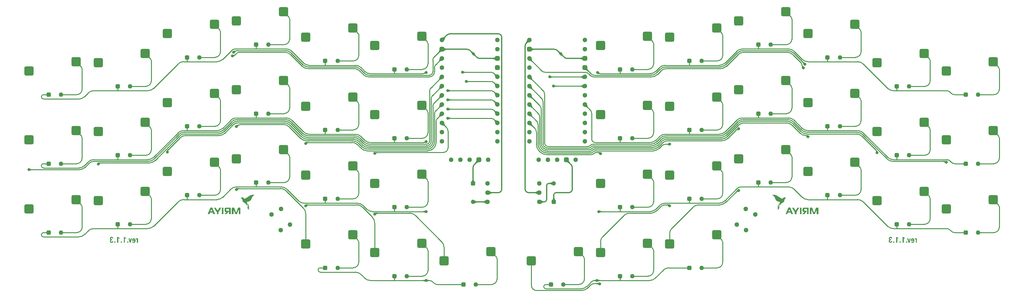
<source format=gbr>
%TF.GenerationSoftware,KiCad,Pcbnew,9.0.7*%
%TF.CreationDate,2026-02-08T19:38:27+03:00*%
%TF.ProjectId,mriya-pcb-1.1.3,6d726979-612d-4706-9362-2d312e312e33,1.1.3*%
%TF.SameCoordinates,Original*%
%TF.FileFunction,Copper,L2,Bot*%
%TF.FilePolarity,Positive*%
%FSLAX46Y46*%
G04 Gerber Fmt 4.6, Leading zero omitted, Abs format (unit mm)*
G04 Created by KiCad (PCBNEW 9.0.7) date 2026-02-08 19:38:27*
%MOMM*%
%LPD*%
G01*
G04 APERTURE LIST*
G04 Aperture macros list*
%AMRoundRect*
0 Rectangle with rounded corners*
0 $1 Rounding radius*
0 $2 $3 $4 $5 $6 $7 $8 $9 X,Y pos of 4 corners*
0 Add a 4 corners polygon primitive as box body*
4,1,4,$2,$3,$4,$5,$6,$7,$8,$9,$2,$3,0*
0 Add four circle primitives for the rounded corners*
1,1,$1+$1,$2,$3*
1,1,$1+$1,$4,$5*
1,1,$1+$1,$6,$7*
1,1,$1+$1,$8,$9*
0 Add four rect primitives between the rounded corners*
20,1,$1+$1,$2,$3,$4,$5,0*
20,1,$1+$1,$4,$5,$6,$7,0*
20,1,$1+$1,$6,$7,$8,$9,0*
20,1,$1+$1,$8,$9,$2,$3,0*%
G04 Aperture macros list end*
%ADD10C,0.320000*%
%TA.AperFunction,EtchedComponent*%
%ADD11C,0.000000*%
%TD*%
%TA.AperFunction,ComponentPad*%
%ADD12C,1.300000*%
%TD*%
%TA.AperFunction,ComponentPad*%
%ADD13RoundRect,0.325000X-0.325000X-0.325000X0.325000X-0.325000X0.325000X0.325000X-0.325000X0.325000X0*%
%TD*%
%TA.AperFunction,SMDPad,CuDef*%
%ADD14RoundRect,0.400000X0.875000X0.850000X-0.875000X0.850000X-0.875000X-0.850000X0.875000X-0.850000X0*%
%TD*%
%TA.AperFunction,ComponentPad*%
%ADD15RoundRect,0.300000X-0.300000X0.300000X-0.300000X-0.300000X0.300000X-0.300000X0.300000X0.300000X0*%
%TD*%
%TA.AperFunction,ComponentPad*%
%ADD16C,1.200000*%
%TD*%
%TA.AperFunction,ComponentPad*%
%ADD17RoundRect,0.300000X0.300000X-0.300000X0.300000X0.300000X-0.300000X0.300000X-0.300000X-0.300000X0*%
%TD*%
%TA.AperFunction,SMDPad,CuDef*%
%ADD18RoundRect,0.300000X-0.300000X-0.300000X0.300000X-0.300000X0.300000X0.300000X-0.300000X0.300000X0*%
%TD*%
%TA.AperFunction,SMDPad,CuDef*%
%ADD19C,1.250000*%
%TD*%
%TA.AperFunction,ViaPad*%
%ADD20C,0.800000*%
%TD*%
%TA.AperFunction,Conductor*%
%ADD21C,0.250000*%
%TD*%
%TA.AperFunction,Conductor*%
%ADD22C,0.350000*%
%TD*%
%TA.AperFunction,Conductor*%
%ADD23C,0.254000*%
%TD*%
G04 APERTURE END LIST*
D10*
G36*
X72278911Y-103177398D02*
G01*
X72381590Y-103168703D01*
X72441716Y-103176183D01*
X72488544Y-103197060D01*
X72525277Y-103231030D01*
X72553244Y-103280468D01*
X72553244Y-104064000D01*
X72863628Y-104064000D01*
X72863628Y-102882255D01*
X72571807Y-102882255D01*
X72563014Y-103010043D01*
X72519513Y-102938773D01*
X72471971Y-102892552D01*
X72419805Y-102866122D01*
X72360879Y-102857244D01*
X72311183Y-102861153D01*
X72275589Y-102871411D01*
X72278911Y-103177398D01*
G37*
G36*
X71807908Y-102867629D02*
G01*
X71901466Y-102896981D01*
X71980268Y-102944101D01*
X72046782Y-103009847D01*
X72097399Y-103088358D01*
X72135615Y-103184333D01*
X72160299Y-103301302D01*
X72169197Y-103443525D01*
X72169197Y-103537900D01*
X72159673Y-103671146D01*
X72133137Y-103781009D01*
X72091668Y-103871629D01*
X72035938Y-103946274D01*
X71964935Y-104007213D01*
X71881175Y-104051442D01*
X71782118Y-104079183D01*
X71664298Y-104089010D01*
X71580833Y-104083447D01*
X71502811Y-104067100D01*
X71429336Y-104040161D01*
X71360703Y-104002824D01*
X71306331Y-103960193D01*
X71264228Y-103912276D01*
X71385568Y-103724502D01*
X71440882Y-103771730D01*
X71501632Y-103804994D01*
X71568976Y-103825202D01*
X71644563Y-103832164D01*
X71713226Y-103824446D01*
X71764673Y-103803388D01*
X71803126Y-103770127D01*
X71830206Y-103725667D01*
X71850222Y-103662228D01*
X71860962Y-103573853D01*
X71245666Y-103573853D01*
X71245666Y-103422032D01*
X71251803Y-103329122D01*
X71549504Y-103329122D01*
X71549504Y-103357454D01*
X71858813Y-103357454D01*
X71849808Y-103272283D01*
X71834751Y-103212479D01*
X71815631Y-103171927D01*
X71786988Y-103140316D01*
X71748902Y-103121039D01*
X71698199Y-103114090D01*
X71647292Y-103120831D01*
X71610629Y-103139175D01*
X71584479Y-103168703D01*
X71560542Y-103230690D01*
X71549504Y-103329122D01*
X71251803Y-103329122D01*
X71255082Y-103279479D01*
X71278805Y-103164677D01*
X71314395Y-103072797D01*
X71360460Y-102999785D01*
X71421711Y-102938900D01*
X71496037Y-102894856D01*
X71586143Y-102867138D01*
X71695952Y-102857244D01*
X71807908Y-102867629D01*
G37*
G36*
X70697194Y-103627098D02*
G01*
X70547424Y-102882255D01*
X70225024Y-102882255D01*
X70549671Y-104064000D01*
X70844717Y-104064000D01*
X71170439Y-102882255D01*
X70846964Y-102882255D01*
X70697194Y-103627098D01*
G37*
G36*
X70237822Y-103907098D02*
G01*
X70232091Y-103859646D01*
X70215578Y-103819404D01*
X70188094Y-103784683D01*
X70152360Y-103758385D01*
X70109850Y-103742282D01*
X70058646Y-103736616D01*
X70008740Y-103742149D01*
X69966304Y-103758030D01*
X69929685Y-103784195D01*
X69901287Y-103818703D01*
X69884230Y-103859068D01*
X69878297Y-103907098D01*
X69884328Y-103955776D01*
X69901575Y-103996125D01*
X69930174Y-104030099D01*
X69967051Y-104055645D01*
X70009363Y-104071127D01*
X70058646Y-104076505D01*
X70108514Y-104071022D01*
X70150746Y-104055319D01*
X70187020Y-104029512D01*
X70215050Y-103995346D01*
X70231935Y-103955155D01*
X70237822Y-103907098D01*
G37*
G36*
X68938939Y-104064000D02*
G01*
X69249420Y-104064000D01*
X69249420Y-102848061D01*
X69552184Y-102965102D01*
X69552184Y-102707182D01*
X68971765Y-102469582D01*
X68938939Y-102469582D01*
X68938939Y-104064000D01*
G37*
G36*
X68454263Y-103907098D02*
G01*
X68448532Y-103859646D01*
X68432019Y-103819404D01*
X68404535Y-103784683D01*
X68368801Y-103758385D01*
X68326291Y-103742282D01*
X68275087Y-103736616D01*
X68225181Y-103742149D01*
X68182745Y-103758030D01*
X68146126Y-103784195D01*
X68117728Y-103818703D01*
X68100671Y-103859068D01*
X68094738Y-103907098D01*
X68100769Y-103955776D01*
X68118016Y-103996125D01*
X68146615Y-104030099D01*
X68183492Y-104055645D01*
X68225804Y-104071127D01*
X68275087Y-104076505D01*
X68324955Y-104071022D01*
X68367187Y-104055319D01*
X68403461Y-104029512D01*
X68431492Y-103995346D01*
X68448376Y-103955155D01*
X68454263Y-103907098D01*
G37*
G36*
X67155380Y-104064000D02*
G01*
X67465861Y-104064000D01*
X67465861Y-102848061D01*
X67768625Y-102965102D01*
X67768625Y-102707182D01*
X67188206Y-102469582D01*
X67155380Y-102469582D01*
X67155380Y-104064000D01*
G37*
G36*
X66670704Y-103907098D02*
G01*
X66664973Y-103859646D01*
X66648460Y-103819404D01*
X66620976Y-103784683D01*
X66585242Y-103758385D01*
X66542732Y-103742282D01*
X66491528Y-103736616D01*
X66441622Y-103742149D01*
X66399186Y-103758030D01*
X66362567Y-103784195D01*
X66334169Y-103818703D01*
X66317112Y-103859068D01*
X66311179Y-103907098D01*
X66317210Y-103955776D01*
X66334457Y-103996125D01*
X66363056Y-104030099D01*
X66399933Y-104055645D01*
X66442245Y-104071127D01*
X66491528Y-104076505D01*
X66541396Y-104071022D01*
X66583628Y-104055319D01*
X66619902Y-104029512D01*
X66647933Y-103995346D01*
X66664817Y-103955155D01*
X66670704Y-103907098D01*
G37*
G36*
X65777361Y-103126107D02*
G01*
X65627592Y-103126107D01*
X65573939Y-103118958D01*
X65533340Y-103099119D01*
X65502539Y-103066707D01*
X65481292Y-103025237D01*
X65467567Y-102973239D01*
X65462581Y-102908145D01*
X65467750Y-102846154D01*
X65481859Y-102797925D01*
X65503614Y-102760524D01*
X65534097Y-102731099D01*
X65570091Y-102713698D01*
X65613426Y-102707670D01*
X65654028Y-102713348D01*
X65688682Y-102729915D01*
X65718939Y-102758180D01*
X65749197Y-102813922D01*
X65759874Y-102885577D01*
X66069183Y-102885577D01*
X66062595Y-102803901D01*
X66043393Y-102729716D01*
X66011835Y-102661655D01*
X65968504Y-102600433D01*
X65915267Y-102549029D01*
X65851123Y-102506707D01*
X65780446Y-102475885D01*
X65704508Y-102457202D01*
X65622121Y-102450824D01*
X65512874Y-102459253D01*
X65421024Y-102482990D01*
X65343495Y-102520613D01*
X65277934Y-102571969D01*
X65224669Y-102636191D01*
X65186020Y-102711339D01*
X65161822Y-102799561D01*
X65153272Y-102903748D01*
X65159559Y-102974212D01*
X65178215Y-103040610D01*
X65209546Y-103104027D01*
X65251396Y-103161107D01*
X65300560Y-103207901D01*
X65357655Y-103245297D01*
X65287763Y-103283765D01*
X65232479Y-103331924D01*
X65189909Y-103390378D01*
X65159878Y-103456844D01*
X65141226Y-103532380D01*
X65134710Y-103618794D01*
X65143774Y-103723580D01*
X65169653Y-103813793D01*
X65211449Y-103892132D01*
X65269727Y-103960538D01*
X65340723Y-104015650D01*
X65422073Y-104055507D01*
X65515749Y-104080309D01*
X65624368Y-104089010D01*
X65724956Y-104080549D01*
X65812273Y-104056329D01*
X65888716Y-104017163D01*
X65956050Y-103962590D01*
X66010946Y-103895590D01*
X66050382Y-103819189D01*
X66074804Y-103731562D01*
X66083349Y-103630224D01*
X65774040Y-103630224D01*
X65768767Y-103685759D01*
X65753716Y-103733157D01*
X65729294Y-103774034D01*
X65696051Y-103806823D01*
X65658688Y-103825748D01*
X65615575Y-103832164D01*
X65565271Y-103825308D01*
X65523928Y-103805628D01*
X65489350Y-103772569D01*
X65464461Y-103730500D01*
X65448642Y-103678403D01*
X65442944Y-103613713D01*
X65452150Y-103519033D01*
X65476122Y-103454296D01*
X65511886Y-103411244D01*
X65560221Y-103385054D01*
X65625442Y-103375332D01*
X65777361Y-103375332D01*
X65777361Y-103126107D01*
G37*
G36*
X286278911Y-103177398D02*
G01*
X286381590Y-103168703D01*
X286441716Y-103176183D01*
X286488544Y-103197060D01*
X286525277Y-103231030D01*
X286553244Y-103280468D01*
X286553244Y-104064000D01*
X286863628Y-104064000D01*
X286863628Y-102882255D01*
X286571807Y-102882255D01*
X286563014Y-103010043D01*
X286519513Y-102938773D01*
X286471971Y-102892552D01*
X286419805Y-102866122D01*
X286360879Y-102857244D01*
X286311183Y-102861153D01*
X286275589Y-102871411D01*
X286278911Y-103177398D01*
G37*
G36*
X285807908Y-102867629D02*
G01*
X285901466Y-102896981D01*
X285980268Y-102944101D01*
X286046782Y-103009847D01*
X286097399Y-103088358D01*
X286135615Y-103184333D01*
X286160299Y-103301302D01*
X286169197Y-103443525D01*
X286169197Y-103537900D01*
X286159673Y-103671146D01*
X286133137Y-103781009D01*
X286091668Y-103871629D01*
X286035938Y-103946274D01*
X285964935Y-104007213D01*
X285881175Y-104051442D01*
X285782118Y-104079183D01*
X285664298Y-104089010D01*
X285580833Y-104083447D01*
X285502811Y-104067100D01*
X285429336Y-104040161D01*
X285360703Y-104002824D01*
X285306331Y-103960193D01*
X285264228Y-103912276D01*
X285385568Y-103724502D01*
X285440882Y-103771730D01*
X285501632Y-103804994D01*
X285568976Y-103825202D01*
X285644563Y-103832164D01*
X285713226Y-103824446D01*
X285764673Y-103803388D01*
X285803126Y-103770127D01*
X285830206Y-103725667D01*
X285850222Y-103662228D01*
X285860962Y-103573853D01*
X285245666Y-103573853D01*
X285245666Y-103422032D01*
X285251803Y-103329122D01*
X285549504Y-103329122D01*
X285549504Y-103357454D01*
X285858813Y-103357454D01*
X285849808Y-103272283D01*
X285834751Y-103212479D01*
X285815631Y-103171927D01*
X285786988Y-103140316D01*
X285748902Y-103121039D01*
X285698199Y-103114090D01*
X285647292Y-103120831D01*
X285610629Y-103139175D01*
X285584479Y-103168703D01*
X285560542Y-103230690D01*
X285549504Y-103329122D01*
X285251803Y-103329122D01*
X285255082Y-103279479D01*
X285278805Y-103164677D01*
X285314395Y-103072797D01*
X285360460Y-102999785D01*
X285421711Y-102938900D01*
X285496037Y-102894856D01*
X285586143Y-102867138D01*
X285695952Y-102857244D01*
X285807908Y-102867629D01*
G37*
G36*
X284697194Y-103627098D02*
G01*
X284547424Y-102882255D01*
X284225024Y-102882255D01*
X284549671Y-104064000D01*
X284844717Y-104064000D01*
X285170439Y-102882255D01*
X284846964Y-102882255D01*
X284697194Y-103627098D01*
G37*
G36*
X284237822Y-103907098D02*
G01*
X284232091Y-103859646D01*
X284215578Y-103819404D01*
X284188094Y-103784683D01*
X284152360Y-103758385D01*
X284109850Y-103742282D01*
X284058646Y-103736616D01*
X284008740Y-103742149D01*
X283966304Y-103758030D01*
X283929685Y-103784195D01*
X283901287Y-103818703D01*
X283884230Y-103859068D01*
X283878297Y-103907098D01*
X283884328Y-103955776D01*
X283901575Y-103996125D01*
X283930174Y-104030099D01*
X283967051Y-104055645D01*
X284009363Y-104071127D01*
X284058646Y-104076505D01*
X284108514Y-104071022D01*
X284150746Y-104055319D01*
X284187020Y-104029512D01*
X284215050Y-103995346D01*
X284231935Y-103955155D01*
X284237822Y-103907098D01*
G37*
G36*
X282938939Y-104064000D02*
G01*
X283249420Y-104064000D01*
X283249420Y-102848061D01*
X283552184Y-102965102D01*
X283552184Y-102707182D01*
X282971765Y-102469582D01*
X282938939Y-102469582D01*
X282938939Y-104064000D01*
G37*
G36*
X282454263Y-103907098D02*
G01*
X282448532Y-103859646D01*
X282432019Y-103819404D01*
X282404535Y-103784683D01*
X282368801Y-103758385D01*
X282326291Y-103742282D01*
X282275087Y-103736616D01*
X282225181Y-103742149D01*
X282182745Y-103758030D01*
X282146126Y-103784195D01*
X282117728Y-103818703D01*
X282100671Y-103859068D01*
X282094738Y-103907098D01*
X282100769Y-103955776D01*
X282118016Y-103996125D01*
X282146615Y-104030099D01*
X282183492Y-104055645D01*
X282225804Y-104071127D01*
X282275087Y-104076505D01*
X282324955Y-104071022D01*
X282367187Y-104055319D01*
X282403461Y-104029512D01*
X282431492Y-103995346D01*
X282448376Y-103955155D01*
X282454263Y-103907098D01*
G37*
G36*
X281155380Y-104064000D02*
G01*
X281465861Y-104064000D01*
X281465861Y-102848061D01*
X281768625Y-102965102D01*
X281768625Y-102707182D01*
X281188206Y-102469582D01*
X281155380Y-102469582D01*
X281155380Y-104064000D01*
G37*
G36*
X280670704Y-103907098D02*
G01*
X280664973Y-103859646D01*
X280648460Y-103819404D01*
X280620976Y-103784683D01*
X280585242Y-103758385D01*
X280542732Y-103742282D01*
X280491528Y-103736616D01*
X280441622Y-103742149D01*
X280399186Y-103758030D01*
X280362567Y-103784195D01*
X280334169Y-103818703D01*
X280317112Y-103859068D01*
X280311179Y-103907098D01*
X280317210Y-103955776D01*
X280334457Y-103996125D01*
X280363056Y-104030099D01*
X280399933Y-104055645D01*
X280442245Y-104071127D01*
X280491528Y-104076505D01*
X280541396Y-104071022D01*
X280583628Y-104055319D01*
X280619902Y-104029512D01*
X280647933Y-103995346D01*
X280664817Y-103955155D01*
X280670704Y-103907098D01*
G37*
G36*
X279777361Y-103126107D02*
G01*
X279627592Y-103126107D01*
X279573939Y-103118958D01*
X279533340Y-103099119D01*
X279502539Y-103066707D01*
X279481292Y-103025237D01*
X279467567Y-102973239D01*
X279462581Y-102908145D01*
X279467750Y-102846154D01*
X279481859Y-102797925D01*
X279503614Y-102760524D01*
X279534097Y-102731099D01*
X279570091Y-102713698D01*
X279613426Y-102707670D01*
X279654028Y-102713348D01*
X279688682Y-102729915D01*
X279718939Y-102758180D01*
X279749197Y-102813922D01*
X279759874Y-102885577D01*
X280069183Y-102885577D01*
X280062595Y-102803901D01*
X280043393Y-102729716D01*
X280011835Y-102661655D01*
X279968504Y-102600433D01*
X279915267Y-102549029D01*
X279851123Y-102506707D01*
X279780446Y-102475885D01*
X279704508Y-102457202D01*
X279622121Y-102450824D01*
X279512874Y-102459253D01*
X279421024Y-102482990D01*
X279343495Y-102520613D01*
X279277934Y-102571969D01*
X279224669Y-102636191D01*
X279186020Y-102711339D01*
X279161822Y-102799561D01*
X279153272Y-102903748D01*
X279159559Y-102974212D01*
X279178215Y-103040610D01*
X279209546Y-103104027D01*
X279251396Y-103161107D01*
X279300560Y-103207901D01*
X279357655Y-103245297D01*
X279287763Y-103283765D01*
X279232479Y-103331924D01*
X279189909Y-103390378D01*
X279159878Y-103456844D01*
X279141226Y-103532380D01*
X279134710Y-103618794D01*
X279143774Y-103723580D01*
X279169653Y-103813793D01*
X279211449Y-103892132D01*
X279269727Y-103960538D01*
X279340723Y-104015650D01*
X279422073Y-104055507D01*
X279515749Y-104080309D01*
X279624368Y-104089010D01*
X279724956Y-104080549D01*
X279812273Y-104056329D01*
X279888716Y-104017163D01*
X279956050Y-103962590D01*
X280010946Y-103895590D01*
X280050382Y-103819189D01*
X280074804Y-103731562D01*
X280083349Y-103630224D01*
X279774040Y-103630224D01*
X279768767Y-103685759D01*
X279753716Y-103733157D01*
X279729294Y-103774034D01*
X279696051Y-103806823D01*
X279658688Y-103825748D01*
X279615575Y-103832164D01*
X279565271Y-103825308D01*
X279523928Y-103805628D01*
X279489350Y-103772569D01*
X279464461Y-103730500D01*
X279448642Y-103678403D01*
X279442944Y-103613713D01*
X279452150Y-103519033D01*
X279476122Y-103454296D01*
X279511886Y-103411244D01*
X279560221Y-103385054D01*
X279625442Y-103375332D01*
X279777361Y-103375332D01*
X279777361Y-103126107D01*
G37*
D11*
%TA.AperFunction,EtchedComponent*%
%TO.C,Bird_Logo_B.Cu_Right*%
G36*
X248994687Y-93191673D02*
G01*
X248993517Y-93195488D01*
X248991633Y-93201401D01*
X248989138Y-93209096D01*
X248986135Y-93218257D01*
X248982724Y-93228571D01*
X248979781Y-93237410D01*
X248958848Y-93303611D01*
X248940559Y-93368908D01*
X248924917Y-93433287D01*
X248911921Y-93496731D01*
X248901574Y-93559226D01*
X248893875Y-93620755D01*
X248888827Y-93681304D01*
X248886429Y-93740856D01*
X248886684Y-93799396D01*
X248889591Y-93856910D01*
X248895152Y-93913381D01*
X248903368Y-93968794D01*
X248914240Y-94023133D01*
X248926806Y-94072948D01*
X248940543Y-94118165D01*
X248956254Y-94162300D01*
X248973844Y-94205183D01*
X248993214Y-94246643D01*
X249014267Y-94286509D01*
X249036905Y-94324611D01*
X249061031Y-94360778D01*
X249086547Y-94394839D01*
X249113356Y-94426624D01*
X249141361Y-94455962D01*
X249150654Y-94464895D01*
X249160754Y-94474395D01*
X249146898Y-94482441D01*
X249138483Y-94487488D01*
X249128390Y-94493794D01*
X249117272Y-94500932D01*
X249105783Y-94508473D01*
X249094574Y-94515989D01*
X249084299Y-94523052D01*
X249076026Y-94528932D01*
X249036268Y-94559597D01*
X248997991Y-94592686D01*
X248961254Y-94628120D01*
X248926114Y-94665822D01*
X248892630Y-94705713D01*
X248860859Y-94747715D01*
X248830860Y-94791751D01*
X248802691Y-94837742D01*
X248776411Y-94885610D01*
X248752077Y-94935278D01*
X248729747Y-94986668D01*
X248724151Y-95000621D01*
X248716588Y-95020406D01*
X248709142Y-95041024D01*
X248701991Y-95061923D01*
X248695310Y-95082553D01*
X248689278Y-95102364D01*
X248684071Y-95120805D01*
X248679867Y-95137326D01*
X248679012Y-95141007D01*
X248677574Y-95147088D01*
X248676258Y-95152205D01*
X248675256Y-95155637D01*
X248674898Y-95156561D01*
X248674237Y-95156084D01*
X248673273Y-95153273D01*
X248672158Y-95148637D01*
X248671455Y-95145050D01*
X248655112Y-95048127D01*
X248641473Y-94952150D01*
X248630537Y-94857123D01*
X248622306Y-94763048D01*
X248616778Y-94669931D01*
X248613954Y-94577774D01*
X248613835Y-94486580D01*
X248616419Y-94396354D01*
X248621708Y-94307099D01*
X248629701Y-94218818D01*
X248640399Y-94131515D01*
X248646166Y-94092086D01*
X248658431Y-94019398D01*
X248672723Y-93947523D01*
X248688992Y-93876614D01*
X248707186Y-93806821D01*
X248727251Y-93738296D01*
X248749137Y-93671189D01*
X248772791Y-93605652D01*
X248798161Y-93541835D01*
X248825196Y-93479890D01*
X248853842Y-93419968D01*
X248884049Y-93362219D01*
X248915765Y-93306796D01*
X248917402Y-93304067D01*
X248923421Y-93294215D01*
X248930444Y-93282973D01*
X248937847Y-93271322D01*
X248945008Y-93260247D01*
X248950104Y-93252518D01*
X248955337Y-93244764D01*
X248961025Y-93236492D01*
X248966938Y-93228023D01*
X248972841Y-93219679D01*
X248978502Y-93211782D01*
X248983690Y-93204654D01*
X248988171Y-93198618D01*
X248991712Y-93193995D01*
X248994083Y-93191108D01*
X248995043Y-93190270D01*
X248994687Y-93191673D01*
G37*
%TD.AperFunction*%
%TA.AperFunction,EtchedComponent*%
G36*
X247339276Y-90843740D02*
G01*
X247378495Y-90844781D01*
X247416221Y-90846393D01*
X247435971Y-90847514D01*
X247520622Y-90854028D01*
X247604139Y-90862968D01*
X247686474Y-90874316D01*
X247767576Y-90888058D01*
X247847395Y-90904177D01*
X247925882Y-90922658D01*
X248002987Y-90943484D01*
X248078661Y-90966641D01*
X248152853Y-90992111D01*
X248225513Y-91019879D01*
X248296593Y-91049930D01*
X248366043Y-91082247D01*
X248433811Y-91116814D01*
X248499850Y-91153616D01*
X248564109Y-91192636D01*
X248608633Y-91221685D01*
X248618470Y-91228308D01*
X248627366Y-91234333D01*
X248635599Y-91239962D01*
X248643451Y-91245397D01*
X248651202Y-91250840D01*
X248659131Y-91256494D01*
X248667519Y-91262559D01*
X248676647Y-91269240D01*
X248686795Y-91276736D01*
X248698242Y-91285252D01*
X248711270Y-91294988D01*
X248726159Y-91306146D01*
X248735251Y-91312970D01*
X248791036Y-91354521D01*
X248845153Y-91394153D01*
X248897884Y-91432059D01*
X248949514Y-91468434D01*
X249000326Y-91503472D01*
X249050604Y-91537368D01*
X249100631Y-91570317D01*
X249150690Y-91602511D01*
X249201065Y-91634147D01*
X249226618Y-91649913D01*
X249285579Y-91685499D01*
X249344070Y-91719650D01*
X249401950Y-91752293D01*
X249459077Y-91783357D01*
X249515307Y-91812772D01*
X249570499Y-91840465D01*
X249624510Y-91866365D01*
X249677197Y-91890401D01*
X249728419Y-91912502D01*
X249778032Y-91932597D01*
X249825895Y-91950613D01*
X249830215Y-91952167D01*
X249841815Y-91956254D01*
X249853597Y-91960278D01*
X249865238Y-91964141D01*
X249876415Y-91967743D01*
X249886803Y-91970985D01*
X249896079Y-91973768D01*
X249903920Y-91975992D01*
X249910001Y-91977559D01*
X249913999Y-91978368D01*
X249915574Y-91978343D01*
X249916529Y-91976978D01*
X249918782Y-91973656D01*
X249922037Y-91968814D01*
X249925998Y-91962892D01*
X249927889Y-91960057D01*
X249948799Y-91930271D01*
X249972035Y-91900075D01*
X249997181Y-91869933D01*
X250023823Y-91840312D01*
X250051545Y-91811678D01*
X250079932Y-91784496D01*
X250101460Y-91765300D01*
X250119679Y-91750151D01*
X250139509Y-91734693D01*
X250160289Y-91719395D01*
X250181360Y-91704724D01*
X250202062Y-91691150D01*
X250221736Y-91679141D01*
X250227338Y-91675915D01*
X250265042Y-91656024D01*
X250302980Y-91638993D01*
X250341141Y-91624824D01*
X250379515Y-91613517D01*
X250418093Y-91605075D01*
X250456863Y-91599499D01*
X250495818Y-91596790D01*
X250534945Y-91596950D01*
X250574237Y-91599980D01*
X250613682Y-91605882D01*
X250647482Y-91613197D01*
X250686392Y-91624200D01*
X250725309Y-91637989D01*
X250764253Y-91654577D01*
X250803245Y-91673975D01*
X250842306Y-91696193D01*
X250881459Y-91721245D01*
X250920722Y-91749140D01*
X250960118Y-91779892D01*
X250978924Y-91795538D01*
X251000295Y-91813669D01*
X250976766Y-91814660D01*
X250938451Y-91817651D01*
X250900596Y-91823342D01*
X250863405Y-91831672D01*
X250827082Y-91842579D01*
X250791834Y-91856001D01*
X250757864Y-91871878D01*
X250725872Y-91889845D01*
X250694510Y-91910724D01*
X250664890Y-91933882D01*
X250637033Y-91959294D01*
X250610957Y-91986934D01*
X250586681Y-92016777D01*
X250564224Y-92048799D01*
X250543607Y-92082973D01*
X250524847Y-92119275D01*
X250507964Y-92157679D01*
X250493606Y-92196306D01*
X250483732Y-92227272D01*
X250475004Y-92258963D01*
X250467364Y-92291703D01*
X250460749Y-92325817D01*
X250455099Y-92361626D01*
X250450353Y-92399456D01*
X250446450Y-92439629D01*
X250445326Y-92453599D01*
X250443162Y-92478040D01*
X250440541Y-92500262D01*
X250437359Y-92520902D01*
X250433511Y-92540599D01*
X250428889Y-92559991D01*
X250425739Y-92571609D01*
X250416202Y-92601974D01*
X250404907Y-92631660D01*
X250391776Y-92660764D01*
X250376729Y-92689382D01*
X250359689Y-92717609D01*
X250340575Y-92745541D01*
X250319308Y-92773274D01*
X250295810Y-92800904D01*
X250270002Y-92828527D01*
X250241805Y-92856238D01*
X250211139Y-92884134D01*
X250177926Y-92912310D01*
X250142087Y-92940862D01*
X250103542Y-92969886D01*
X250088489Y-92980828D01*
X250078526Y-92987963D01*
X250067987Y-92995424D01*
X250056699Y-93003327D01*
X250044493Y-93011790D01*
X250031196Y-93020929D01*
X250016639Y-93030859D01*
X250000651Y-93041698D01*
X249983059Y-93053561D01*
X249963694Y-93066565D01*
X249942384Y-93080826D01*
X249918959Y-93096461D01*
X249900719Y-93108613D01*
X249875562Y-93125383D01*
X249852602Y-93140739D01*
X249831620Y-93154831D01*
X249812398Y-93167811D01*
X249794720Y-93179831D01*
X249778366Y-93191042D01*
X249763120Y-93201595D01*
X249748763Y-93211643D01*
X249735078Y-93221335D01*
X249721846Y-93230824D01*
X249708850Y-93240262D01*
X249695872Y-93249799D01*
X249682694Y-93259587D01*
X249671764Y-93267773D01*
X249621721Y-93306479D01*
X249574463Y-93345322D01*
X249529896Y-93384405D01*
X249487928Y-93423832D01*
X249448465Y-93463704D01*
X249411415Y-93504126D01*
X249376684Y-93545201D01*
X249344179Y-93587030D01*
X249313808Y-93629719D01*
X249285477Y-93673369D01*
X249259094Y-93718085D01*
X249249038Y-93736342D01*
X249223174Y-93787236D01*
X249199605Y-93839860D01*
X249178328Y-93894214D01*
X249159345Y-93950303D01*
X249142652Y-94008128D01*
X249128251Y-94067691D01*
X249116139Y-94128996D01*
X249113707Y-94143165D01*
X249108422Y-94174820D01*
X249106767Y-94165468D01*
X249103914Y-94148161D01*
X249101023Y-94128352D01*
X249098131Y-94106414D01*
X249095279Y-94082722D01*
X249092507Y-94057650D01*
X249089855Y-94031572D01*
X249087362Y-94004862D01*
X249085069Y-93977894D01*
X249083014Y-93951042D01*
X249081360Y-93926619D01*
X249079032Y-93883851D01*
X249077335Y-93839558D01*
X249076269Y-93794352D01*
X249075837Y-93748846D01*
X249076038Y-93703652D01*
X249076874Y-93659383D01*
X249078348Y-93616653D01*
X249080459Y-93576073D01*
X249080627Y-93573381D01*
X249086383Y-93498688D01*
X249094068Y-93426118D01*
X249103685Y-93355657D01*
X249115237Y-93287288D01*
X249128729Y-93220997D01*
X249144164Y-93156767D01*
X249161546Y-93094584D01*
X249180879Y-93034431D01*
X249202166Y-92976294D01*
X249225410Y-92920156D01*
X249247637Y-92872090D01*
X249251933Y-92863242D01*
X249255779Y-92855293D01*
X249259007Y-92848595D01*
X249261445Y-92843501D01*
X249262927Y-92840361D01*
X249263309Y-92839495D01*
X249261970Y-92839264D01*
X249258344Y-92838924D01*
X249253017Y-92838523D01*
X249247841Y-92838188D01*
X249181158Y-92832868D01*
X249114055Y-92824999D01*
X249046856Y-92814651D01*
X248979887Y-92801899D01*
X248913473Y-92786812D01*
X248847940Y-92769463D01*
X248783613Y-92749924D01*
X248720816Y-92728267D01*
X248680575Y-92712930D01*
X248621670Y-92688265D01*
X248564927Y-92661801D01*
X248510361Y-92633551D01*
X248457990Y-92603528D01*
X248407829Y-92571745D01*
X248359897Y-92538215D01*
X248314210Y-92502951D01*
X248270784Y-92465967D01*
X248229636Y-92427274D01*
X248190783Y-92386886D01*
X248154242Y-92344815D01*
X248120030Y-92301076D01*
X248088163Y-92255680D01*
X248087021Y-92253957D01*
X248075331Y-92236017D01*
X248064890Y-92219384D01*
X248055264Y-92203307D01*
X248046018Y-92187037D01*
X248036719Y-92169823D01*
X248026931Y-92150914D01*
X248023737Y-92144604D01*
X248012759Y-92122352D01*
X248002633Y-92100782D01*
X247993195Y-92079469D01*
X247984283Y-92057989D01*
X247975732Y-92035914D01*
X247967380Y-92012820D01*
X247959063Y-91988280D01*
X247950617Y-91961870D01*
X247941880Y-91933162D01*
X247939513Y-91925180D01*
X247918215Y-91857662D01*
X247894527Y-91791381D01*
X247868502Y-91726441D01*
X247840193Y-91662948D01*
X247809653Y-91601005D01*
X247776934Y-91540717D01*
X247742090Y-91482189D01*
X247705173Y-91425526D01*
X247666236Y-91370831D01*
X247646857Y-91345324D01*
X247604625Y-91293166D01*
X247560493Y-91243084D01*
X247514524Y-91195131D01*
X247466778Y-91149361D01*
X247417319Y-91105827D01*
X247366209Y-91064585D01*
X247313508Y-91025687D01*
X247259281Y-90989188D01*
X247203588Y-90955142D01*
X247187167Y-90945732D01*
X247164974Y-90933544D01*
X247141715Y-90921403D01*
X247117919Y-90909557D01*
X247094115Y-90898255D01*
X247070833Y-90887746D01*
X247048602Y-90878277D01*
X247027952Y-90870098D01*
X247019064Y-90866814D01*
X247012263Y-90864335D01*
X247006585Y-90862208D01*
X247002502Y-90860613D01*
X247000487Y-90859733D01*
X247000359Y-90859625D01*
X247002012Y-90859234D01*
X247006128Y-90858614D01*
X247012307Y-90857810D01*
X247020148Y-90856869D01*
X247029251Y-90855835D01*
X247039214Y-90854755D01*
X247049638Y-90853675D01*
X247060120Y-90852639D01*
X247068345Y-90851868D01*
X247102881Y-90849100D01*
X247139707Y-90846856D01*
X247178282Y-90845145D01*
X247218068Y-90843971D01*
X247258522Y-90843341D01*
X247299105Y-90843262D01*
X247339276Y-90843740D01*
G37*
%TD.AperFunction*%
%TA.AperFunction,EtchedComponent*%
%TO.C,Bird_Logo_B.Cu_Left*%
G36*
X103005917Y-93191108D02*
G01*
X103008288Y-93193995D01*
X103011829Y-93198618D01*
X103016310Y-93204654D01*
X103021498Y-93211782D01*
X103027159Y-93219679D01*
X103033062Y-93228023D01*
X103038975Y-93236492D01*
X103044663Y-93244764D01*
X103049896Y-93252518D01*
X103054992Y-93260247D01*
X103062153Y-93271322D01*
X103069556Y-93282973D01*
X103076579Y-93294215D01*
X103082598Y-93304067D01*
X103084235Y-93306796D01*
X103115951Y-93362219D01*
X103146158Y-93419968D01*
X103174804Y-93479890D01*
X103201839Y-93541835D01*
X103227209Y-93605652D01*
X103250863Y-93671189D01*
X103272749Y-93738296D01*
X103292814Y-93806821D01*
X103311008Y-93876614D01*
X103327277Y-93947523D01*
X103341569Y-94019398D01*
X103353834Y-94092086D01*
X103359601Y-94131515D01*
X103370299Y-94218818D01*
X103378292Y-94307099D01*
X103383581Y-94396354D01*
X103386165Y-94486580D01*
X103386046Y-94577774D01*
X103383222Y-94669931D01*
X103377694Y-94763048D01*
X103369463Y-94857123D01*
X103358527Y-94952150D01*
X103344888Y-95048127D01*
X103328545Y-95145050D01*
X103327842Y-95148637D01*
X103326727Y-95153273D01*
X103325763Y-95156084D01*
X103325102Y-95156561D01*
X103324744Y-95155637D01*
X103323742Y-95152205D01*
X103322426Y-95147088D01*
X103320988Y-95141007D01*
X103320133Y-95137326D01*
X103315929Y-95120805D01*
X103310722Y-95102364D01*
X103304690Y-95082553D01*
X103298009Y-95061923D01*
X103290858Y-95041024D01*
X103283412Y-95020406D01*
X103275849Y-95000621D01*
X103270253Y-94986668D01*
X103247923Y-94935278D01*
X103223589Y-94885610D01*
X103197309Y-94837742D01*
X103169140Y-94791751D01*
X103139141Y-94747715D01*
X103107370Y-94705713D01*
X103073886Y-94665822D01*
X103038746Y-94628120D01*
X103002009Y-94592686D01*
X102963732Y-94559597D01*
X102923974Y-94528932D01*
X102915701Y-94523052D01*
X102905426Y-94515989D01*
X102894217Y-94508473D01*
X102882728Y-94500932D01*
X102871610Y-94493794D01*
X102861517Y-94487488D01*
X102853102Y-94482441D01*
X102839246Y-94474395D01*
X102849346Y-94464895D01*
X102858639Y-94455962D01*
X102886644Y-94426624D01*
X102913453Y-94394839D01*
X102938969Y-94360778D01*
X102963095Y-94324611D01*
X102985733Y-94286509D01*
X103006786Y-94246643D01*
X103026156Y-94205183D01*
X103043746Y-94162300D01*
X103059457Y-94118165D01*
X103073194Y-94072948D01*
X103085760Y-94023133D01*
X103096632Y-93968794D01*
X103104848Y-93913381D01*
X103110409Y-93856910D01*
X103113316Y-93799396D01*
X103113571Y-93740856D01*
X103111173Y-93681304D01*
X103106125Y-93620755D01*
X103098426Y-93559226D01*
X103088079Y-93496731D01*
X103075083Y-93433287D01*
X103059441Y-93368908D01*
X103041152Y-93303611D01*
X103020219Y-93237410D01*
X103017276Y-93228571D01*
X103013865Y-93218257D01*
X103010862Y-93209096D01*
X103008367Y-93201401D01*
X103006483Y-93195488D01*
X103005313Y-93191673D01*
X103004957Y-93190270D01*
X103005917Y-93191108D01*
G37*
%TD.AperFunction*%
%TA.AperFunction,EtchedComponent*%
G36*
X104741478Y-90843341D02*
G01*
X104781932Y-90843971D01*
X104821718Y-90845145D01*
X104860293Y-90846856D01*
X104897119Y-90849100D01*
X104931655Y-90851868D01*
X104939880Y-90852639D01*
X104950362Y-90853675D01*
X104960786Y-90854755D01*
X104970749Y-90855835D01*
X104979852Y-90856869D01*
X104987693Y-90857810D01*
X104993872Y-90858614D01*
X104997988Y-90859234D01*
X104999641Y-90859625D01*
X104999513Y-90859733D01*
X104997498Y-90860613D01*
X104993415Y-90862208D01*
X104987737Y-90864335D01*
X104980936Y-90866814D01*
X104972048Y-90870098D01*
X104951398Y-90878277D01*
X104929167Y-90887746D01*
X104905885Y-90898255D01*
X104882081Y-90909557D01*
X104858285Y-90921403D01*
X104835026Y-90933544D01*
X104812833Y-90945732D01*
X104796412Y-90955142D01*
X104740719Y-90989188D01*
X104686492Y-91025687D01*
X104633791Y-91064585D01*
X104582681Y-91105827D01*
X104533222Y-91149361D01*
X104485476Y-91195131D01*
X104439507Y-91243084D01*
X104395375Y-91293166D01*
X104353143Y-91345324D01*
X104333764Y-91370831D01*
X104294827Y-91425526D01*
X104257910Y-91482189D01*
X104223066Y-91540717D01*
X104190347Y-91601005D01*
X104159807Y-91662948D01*
X104131498Y-91726441D01*
X104105473Y-91791381D01*
X104081785Y-91857662D01*
X104060487Y-91925180D01*
X104058120Y-91933162D01*
X104049383Y-91961870D01*
X104040937Y-91988280D01*
X104032620Y-92012820D01*
X104024268Y-92035914D01*
X104015717Y-92057989D01*
X104006805Y-92079469D01*
X103997367Y-92100782D01*
X103987241Y-92122352D01*
X103976263Y-92144604D01*
X103973069Y-92150914D01*
X103963281Y-92169823D01*
X103953982Y-92187037D01*
X103944736Y-92203307D01*
X103935110Y-92219384D01*
X103924669Y-92236017D01*
X103912979Y-92253957D01*
X103911837Y-92255680D01*
X103879970Y-92301076D01*
X103845758Y-92344815D01*
X103809217Y-92386886D01*
X103770364Y-92427274D01*
X103729216Y-92465967D01*
X103685790Y-92502951D01*
X103640103Y-92538215D01*
X103592171Y-92571745D01*
X103542010Y-92603528D01*
X103489639Y-92633551D01*
X103435073Y-92661801D01*
X103378330Y-92688265D01*
X103319425Y-92712930D01*
X103279184Y-92728267D01*
X103216387Y-92749924D01*
X103152060Y-92769463D01*
X103086527Y-92786812D01*
X103020113Y-92801899D01*
X102953144Y-92814651D01*
X102885945Y-92824999D01*
X102818842Y-92832868D01*
X102752159Y-92838188D01*
X102746983Y-92838523D01*
X102741656Y-92838924D01*
X102738030Y-92839264D01*
X102736691Y-92839495D01*
X102737073Y-92840361D01*
X102738555Y-92843501D01*
X102740993Y-92848595D01*
X102744221Y-92855293D01*
X102748067Y-92863242D01*
X102752363Y-92872090D01*
X102774590Y-92920156D01*
X102797834Y-92976294D01*
X102819121Y-93034431D01*
X102838454Y-93094584D01*
X102855836Y-93156767D01*
X102871271Y-93220997D01*
X102884763Y-93287288D01*
X102896315Y-93355657D01*
X102905932Y-93426118D01*
X102913617Y-93498688D01*
X102919373Y-93573381D01*
X102919541Y-93576073D01*
X102921652Y-93616653D01*
X102923126Y-93659383D01*
X102923962Y-93703652D01*
X102924163Y-93748846D01*
X102923731Y-93794352D01*
X102922665Y-93839558D01*
X102920968Y-93883851D01*
X102918640Y-93926619D01*
X102916986Y-93951042D01*
X102914931Y-93977894D01*
X102912638Y-94004862D01*
X102910145Y-94031572D01*
X102907493Y-94057650D01*
X102904721Y-94082722D01*
X102901869Y-94106414D01*
X102898977Y-94128352D01*
X102896086Y-94148161D01*
X102893233Y-94165468D01*
X102891578Y-94174820D01*
X102886293Y-94143165D01*
X102883861Y-94128996D01*
X102871749Y-94067691D01*
X102857348Y-94008128D01*
X102840655Y-93950303D01*
X102821672Y-93894214D01*
X102800395Y-93839860D01*
X102776826Y-93787236D01*
X102750962Y-93736342D01*
X102740906Y-93718085D01*
X102714523Y-93673369D01*
X102686192Y-93629719D01*
X102655821Y-93587030D01*
X102623316Y-93545201D01*
X102588585Y-93504126D01*
X102551535Y-93463704D01*
X102512072Y-93423832D01*
X102470104Y-93384405D01*
X102425537Y-93345322D01*
X102378279Y-93306479D01*
X102328236Y-93267773D01*
X102317306Y-93259587D01*
X102304128Y-93249799D01*
X102291150Y-93240262D01*
X102278154Y-93230824D01*
X102264922Y-93221335D01*
X102251237Y-93211643D01*
X102236880Y-93201595D01*
X102221634Y-93191042D01*
X102205280Y-93179831D01*
X102187602Y-93167811D01*
X102168380Y-93154831D01*
X102147398Y-93140739D01*
X102124438Y-93125383D01*
X102099281Y-93108613D01*
X102081041Y-93096461D01*
X102057616Y-93080826D01*
X102036306Y-93066565D01*
X102016941Y-93053561D01*
X101999349Y-93041698D01*
X101983361Y-93030859D01*
X101968804Y-93020929D01*
X101955507Y-93011790D01*
X101943301Y-93003327D01*
X101932013Y-92995424D01*
X101921474Y-92987963D01*
X101911511Y-92980828D01*
X101896458Y-92969886D01*
X101857913Y-92940862D01*
X101822074Y-92912310D01*
X101788861Y-92884134D01*
X101758195Y-92856238D01*
X101729998Y-92828527D01*
X101704190Y-92800904D01*
X101680692Y-92773274D01*
X101659425Y-92745541D01*
X101640311Y-92717609D01*
X101623271Y-92689382D01*
X101608224Y-92660764D01*
X101595093Y-92631660D01*
X101583798Y-92601974D01*
X101574261Y-92571609D01*
X101571111Y-92559991D01*
X101566489Y-92540599D01*
X101562641Y-92520902D01*
X101559459Y-92500262D01*
X101556838Y-92478040D01*
X101554674Y-92453599D01*
X101553550Y-92439629D01*
X101549647Y-92399456D01*
X101544901Y-92361626D01*
X101539251Y-92325817D01*
X101532636Y-92291703D01*
X101524996Y-92258963D01*
X101516268Y-92227272D01*
X101506394Y-92196306D01*
X101492036Y-92157679D01*
X101475153Y-92119275D01*
X101456393Y-92082973D01*
X101435776Y-92048799D01*
X101413319Y-92016777D01*
X101389043Y-91986934D01*
X101362967Y-91959294D01*
X101335110Y-91933882D01*
X101305490Y-91910724D01*
X101274128Y-91889845D01*
X101242136Y-91871878D01*
X101208166Y-91856001D01*
X101172918Y-91842579D01*
X101136595Y-91831672D01*
X101099404Y-91823342D01*
X101061549Y-91817651D01*
X101023234Y-91814660D01*
X100999705Y-91813669D01*
X101021076Y-91795538D01*
X101039882Y-91779892D01*
X101079278Y-91749140D01*
X101118541Y-91721245D01*
X101157694Y-91696193D01*
X101196755Y-91673975D01*
X101235747Y-91654577D01*
X101274691Y-91637989D01*
X101313608Y-91624200D01*
X101352518Y-91613197D01*
X101386318Y-91605882D01*
X101425763Y-91599980D01*
X101465055Y-91596950D01*
X101504182Y-91596790D01*
X101543137Y-91599499D01*
X101581907Y-91605075D01*
X101620485Y-91613517D01*
X101658859Y-91624824D01*
X101697020Y-91638993D01*
X101734958Y-91656024D01*
X101772662Y-91675915D01*
X101778264Y-91679141D01*
X101797938Y-91691150D01*
X101818640Y-91704724D01*
X101839711Y-91719395D01*
X101860491Y-91734693D01*
X101880321Y-91750151D01*
X101898540Y-91765300D01*
X101920068Y-91784496D01*
X101948455Y-91811678D01*
X101976177Y-91840312D01*
X102002819Y-91869933D01*
X102027965Y-91900075D01*
X102051201Y-91930271D01*
X102072111Y-91960057D01*
X102074002Y-91962892D01*
X102077963Y-91968814D01*
X102081218Y-91973656D01*
X102083471Y-91976978D01*
X102084426Y-91978343D01*
X102086001Y-91978368D01*
X102089999Y-91977559D01*
X102096080Y-91975992D01*
X102103921Y-91973768D01*
X102113197Y-91970985D01*
X102123585Y-91967743D01*
X102134762Y-91964141D01*
X102146403Y-91960278D01*
X102158185Y-91956254D01*
X102169785Y-91952167D01*
X102174105Y-91950613D01*
X102221968Y-91932597D01*
X102271581Y-91912502D01*
X102322803Y-91890401D01*
X102375490Y-91866365D01*
X102429501Y-91840465D01*
X102484693Y-91812772D01*
X102540923Y-91783357D01*
X102598050Y-91752293D01*
X102655930Y-91719650D01*
X102714421Y-91685499D01*
X102773382Y-91649913D01*
X102798935Y-91634147D01*
X102849310Y-91602511D01*
X102899369Y-91570317D01*
X102949396Y-91537368D01*
X102999674Y-91503472D01*
X103050486Y-91468434D01*
X103102116Y-91432059D01*
X103154847Y-91394153D01*
X103208964Y-91354521D01*
X103264749Y-91312970D01*
X103273841Y-91306146D01*
X103288730Y-91294988D01*
X103301758Y-91285252D01*
X103313205Y-91276736D01*
X103323353Y-91269240D01*
X103332481Y-91262559D01*
X103340869Y-91256494D01*
X103348798Y-91250840D01*
X103356549Y-91245397D01*
X103364401Y-91239962D01*
X103372634Y-91234333D01*
X103381530Y-91228308D01*
X103391367Y-91221685D01*
X103435891Y-91192636D01*
X103500150Y-91153616D01*
X103566189Y-91116814D01*
X103633957Y-91082247D01*
X103703407Y-91049930D01*
X103774487Y-91019879D01*
X103847147Y-90992111D01*
X103921339Y-90966641D01*
X103997013Y-90943484D01*
X104074118Y-90922658D01*
X104152605Y-90904177D01*
X104232424Y-90888058D01*
X104313526Y-90874316D01*
X104395861Y-90862968D01*
X104479378Y-90854028D01*
X104564029Y-90847514D01*
X104583779Y-90846393D01*
X104621505Y-90844781D01*
X104660724Y-90843740D01*
X104700895Y-90843262D01*
X104741478Y-90843341D01*
G37*
%TD.AperFunction*%
%TA.AperFunction,EtchedComponent*%
%TO.C,MRIYA_Logo_B.Cu*%
G36*
X96359970Y-95300000D02*
G01*
X96359970Y-96194640D01*
X96130475Y-96194640D01*
X95900981Y-96194640D01*
X95900981Y-95300000D01*
X95900981Y-94405360D01*
X96130475Y-94405360D01*
X96359970Y-94405360D01*
X96359970Y-95300000D01*
G37*
%TD.AperFunction*%
%TA.AperFunction,EtchedComponent*%
G36*
X94488903Y-94825888D02*
G01*
X94497447Y-94840370D01*
X94540680Y-94913537D01*
X94581511Y-94982460D01*
X94619255Y-95045993D01*
X94653225Y-95102991D01*
X94682736Y-95152307D01*
X94707103Y-95192795D01*
X94725640Y-95223310D01*
X94737662Y-95242704D01*
X94742483Y-95249832D01*
X94742892Y-95249642D01*
X94749343Y-95240915D01*
X94762826Y-95220132D01*
X94782660Y-95188413D01*
X94808163Y-95146880D01*
X94838654Y-95096655D01*
X94873452Y-95038858D01*
X94911874Y-94974610D01*
X94953240Y-94905033D01*
X94996867Y-94831249D01*
X95245725Y-94409250D01*
X95491668Y-94407196D01*
X95524248Y-94406955D01*
X95581725Y-94406694D01*
X95632905Y-94406672D01*
X95675936Y-94406877D01*
X95708965Y-94407297D01*
X95730141Y-94407921D01*
X95737611Y-94408737D01*
X95737235Y-94409521D01*
X95730941Y-94420453D01*
X95717321Y-94443493D01*
X95696928Y-94477721D01*
X95670316Y-94522212D01*
X95638039Y-94576047D01*
X95600650Y-94638301D01*
X95558704Y-94708053D01*
X95512754Y-94784380D01*
X95463353Y-94866361D01*
X95411057Y-94953073D01*
X95356417Y-95043594D01*
X94975223Y-95674856D01*
X94975223Y-95934748D01*
X94975223Y-96194640D01*
X94745728Y-96194640D01*
X94516233Y-96194640D01*
X94516233Y-95934799D01*
X94516233Y-95674958D01*
X94161436Y-95088781D01*
X94118367Y-95017636D01*
X94066205Y-94931502D01*
X94016320Y-94849164D01*
X93969354Y-94771678D01*
X93925949Y-94700102D01*
X93886746Y-94635494D01*
X93852388Y-94578911D01*
X93823515Y-94531411D01*
X93800771Y-94494051D01*
X93784796Y-94467889D01*
X93776231Y-94453982D01*
X93745824Y-94405360D01*
X93993337Y-94405360D01*
X94240850Y-94405360D01*
X94488903Y-94825888D01*
G37*
%TD.AperFunction*%
%TA.AperFunction,EtchedComponent*%
G36*
X93733108Y-95456876D02*
G01*
X93771835Y-95549837D01*
X93809618Y-95640635D01*
X93845996Y-95728163D01*
X93880506Y-95811314D01*
X93912686Y-95888980D01*
X93942074Y-95960053D01*
X93968209Y-96023426D01*
X93990628Y-96077992D01*
X94008869Y-96122643D01*
X94022470Y-96156272D01*
X94030970Y-96177771D01*
X94033906Y-96186032D01*
X94032721Y-96187448D01*
X94022984Y-96189778D01*
X94002605Y-96191497D01*
X93970602Y-96192631D01*
X93925993Y-96193209D01*
X93867796Y-96193259D01*
X93795030Y-96192808D01*
X93556154Y-96190750D01*
X93475505Y-95986539D01*
X93394856Y-95782328D01*
X93018678Y-95782328D01*
X92642500Y-95782328D01*
X92561715Y-95986539D01*
X92480931Y-96190750D01*
X92237431Y-96192807D01*
X92235166Y-96192826D01*
X92167616Y-96193347D01*
X92114023Y-96193595D01*
X92072831Y-96193497D01*
X92042486Y-96192979D01*
X92021434Y-96191969D01*
X92008118Y-96190391D01*
X92000986Y-96188174D01*
X91998482Y-96185242D01*
X91999051Y-96181523D01*
X92004999Y-96166568D01*
X92016854Y-96137568D01*
X92033657Y-96096918D01*
X92054930Y-96045748D01*
X92080198Y-95985189D01*
X92108984Y-95916372D01*
X92140810Y-95840426D01*
X92175200Y-95758482D01*
X92211678Y-95671671D01*
X92249766Y-95581122D01*
X92288988Y-95487966D01*
X92317402Y-95420539D01*
X92761025Y-95420539D01*
X92761815Y-95424007D01*
X92766003Y-95426713D01*
X92775110Y-95428751D01*
X92790655Y-95430215D01*
X92814158Y-95431201D01*
X92847140Y-95431803D01*
X92891121Y-95432115D01*
X92947621Y-95432233D01*
X93018159Y-95432251D01*
X93063952Y-95432184D01*
X93122261Y-95431892D01*
X93174000Y-95431393D01*
X93217371Y-95430719D01*
X93250575Y-95429899D01*
X93271816Y-95428962D01*
X93279296Y-95427939D01*
X93278943Y-95426030D01*
X93274120Y-95411557D01*
X93264249Y-95385280D01*
X93250105Y-95349072D01*
X93232462Y-95304805D01*
X93212093Y-95254351D01*
X93189772Y-95199584D01*
X93166273Y-95142376D01*
X93142370Y-95084600D01*
X93118836Y-95028129D01*
X93096446Y-94974834D01*
X93075974Y-94926590D01*
X93058192Y-94885267D01*
X93043875Y-94852740D01*
X93033797Y-94830881D01*
X93028731Y-94821562D01*
X93013962Y-94806003D01*
X93004653Y-94821562D01*
X93000891Y-94829608D01*
X92991827Y-94850672D01*
X92978417Y-94882581D01*
X92961441Y-94923425D01*
X92941677Y-94971296D01*
X92919905Y-95024282D01*
X92896904Y-95080475D01*
X92873451Y-95137965D01*
X92850327Y-95194842D01*
X92828310Y-95249196D01*
X92808178Y-95299118D01*
X92790711Y-95342698D01*
X92776688Y-95378027D01*
X92766887Y-95403194D01*
X92762088Y-95416290D01*
X92761025Y-95420539D01*
X92317402Y-95420539D01*
X92328867Y-95393333D01*
X92368926Y-95298354D01*
X92408688Y-95204159D01*
X92447677Y-95111879D01*
X92485416Y-95022643D01*
X92521429Y-94937582D01*
X92555237Y-94857826D01*
X92586365Y-94784506D01*
X92614336Y-94718753D01*
X92638674Y-94661695D01*
X92658900Y-94614465D01*
X92674539Y-94578191D01*
X92685114Y-94554005D01*
X92690147Y-94543036D01*
X92702247Y-94522272D01*
X92742671Y-94472149D01*
X92792302Y-94432617D01*
X92848589Y-94405885D01*
X92848957Y-94405762D01*
X92905781Y-94391866D01*
X92970453Y-94384247D01*
X93038513Y-94382800D01*
X93105502Y-94387424D01*
X93166957Y-94398013D01*
X93218419Y-94414466D01*
X93227834Y-94419033D01*
X93261846Y-94442291D01*
X93296472Y-94474608D01*
X93327664Y-94511860D01*
X93351375Y-94549923D01*
X93353983Y-94555487D01*
X93362937Y-94575782D01*
X93376953Y-94608311D01*
X93395570Y-94651968D01*
X93418324Y-94705644D01*
X93444755Y-94768232D01*
X93474400Y-94838624D01*
X93506798Y-94915714D01*
X93541486Y-94998394D01*
X93578001Y-95085556D01*
X93615884Y-95176092D01*
X93654670Y-95268896D01*
X93693899Y-95362860D01*
X93721040Y-95427939D01*
X93733108Y-95456876D01*
G37*
%TD.AperFunction*%
%TA.AperFunction,EtchedComponent*%
G36*
X97936046Y-94406136D02*
G01*
X97987091Y-94406339D01*
X98029046Y-94406763D01*
X98063057Y-94407432D01*
X98090268Y-94408371D01*
X98111825Y-94409604D01*
X98128870Y-94411158D01*
X98142551Y-94413056D01*
X98154010Y-94415325D01*
X98164394Y-94417988D01*
X98174846Y-94421071D01*
X98176651Y-94421622D01*
X98211731Y-94434534D01*
X98238914Y-94450631D01*
X98265495Y-94474187D01*
X98270246Y-94478854D01*
X98280141Y-94488230D01*
X98288922Y-94496725D01*
X98296659Y-94505253D01*
X98303420Y-94514728D01*
X98309273Y-94526062D01*
X98314286Y-94540169D01*
X98318529Y-94557961D01*
X98322068Y-94580353D01*
X98324974Y-94608257D01*
X98327313Y-94642588D01*
X98329155Y-94684257D01*
X98330568Y-94734178D01*
X98331620Y-94793265D01*
X98332380Y-94862431D01*
X98332916Y-94942589D01*
X98333296Y-95034653D01*
X98333590Y-95139535D01*
X98333864Y-95258149D01*
X98334189Y-95391409D01*
X98336309Y-96194640D01*
X98106639Y-96194640D01*
X97876968Y-96194640D01*
X97876529Y-95523660D01*
X97876519Y-95509095D01*
X97876364Y-95383679D01*
X97876094Y-95273041D01*
X97875697Y-95176477D01*
X97875164Y-95093284D01*
X97874485Y-95022758D01*
X97873651Y-94964194D01*
X97872652Y-94916889D01*
X97871477Y-94880139D01*
X97870118Y-94853240D01*
X97868564Y-94835489D01*
X97866805Y-94826180D01*
X97866722Y-94825945D01*
X97853703Y-94802556D01*
X97835551Y-94783393D01*
X97834884Y-94782901D01*
X97828638Y-94778730D01*
X97821355Y-94775367D01*
X97811422Y-94772723D01*
X97797226Y-94770713D01*
X97777153Y-94769250D01*
X97749589Y-94768247D01*
X97712920Y-94767618D01*
X97665534Y-94767276D01*
X97605815Y-94767134D01*
X97532152Y-94767106D01*
X97466927Y-94767157D01*
X97397328Y-94767483D01*
X97340441Y-94768296D01*
X97294680Y-94769810D01*
X97258455Y-94772236D01*
X97230180Y-94775786D01*
X97208265Y-94780673D01*
X97191124Y-94787108D01*
X97177169Y-94795305D01*
X97164812Y-94805474D01*
X97152464Y-94817828D01*
X97132901Y-94843095D01*
X97118790Y-94873409D01*
X97109571Y-94911274D01*
X97104617Y-94959260D01*
X97103304Y-95019939D01*
X97104055Y-95055497D01*
X97109011Y-95113723D01*
X97119011Y-95159971D01*
X97134565Y-95196205D01*
X97156179Y-95224389D01*
X97169505Y-95236461D01*
X97185936Y-95247480D01*
X97205757Y-95256075D01*
X97230997Y-95262636D01*
X97263683Y-95267552D01*
X97305844Y-95271212D01*
X97359507Y-95274005D01*
X97426701Y-95276321D01*
X97436831Y-95276621D01*
X97491317Y-95278304D01*
X97533015Y-95279893D01*
X97564308Y-95281691D01*
X97587577Y-95283999D01*
X97605205Y-95287120D01*
X97619573Y-95291356D01*
X97633063Y-95297007D01*
X97648057Y-95304377D01*
X97677325Y-95321586D01*
X97700735Y-95343495D01*
X97715432Y-95371037D01*
X97723016Y-95407355D01*
X97725088Y-95455590D01*
X97725043Y-95463998D01*
X97723964Y-95496274D01*
X97720559Y-95519855D01*
X97713614Y-95540398D01*
X97701915Y-95563555D01*
X97693289Y-95577572D01*
X97672908Y-95605962D01*
X97647424Y-95637895D01*
X97620411Y-95668758D01*
X97619539Y-95669703D01*
X97600448Y-95690767D01*
X97572810Y-95721722D01*
X97538175Y-95760811D01*
X97498091Y-95806278D01*
X97454108Y-95856366D01*
X97407774Y-95909319D01*
X97360637Y-95963381D01*
X97159374Y-96194640D01*
X96874459Y-96194640D01*
X96589543Y-96194640D01*
X96875400Y-95908705D01*
X96895909Y-95888176D01*
X96949729Y-95834155D01*
X96999699Y-95783791D01*
X97044794Y-95738130D01*
X97083987Y-95698218D01*
X97116255Y-95665100D01*
X97140572Y-95639823D01*
X97155914Y-95623433D01*
X97161256Y-95616975D01*
X97155367Y-95614882D01*
X97136789Y-95612933D01*
X97108544Y-95611591D01*
X97073737Y-95611064D01*
X97065463Y-95611021D01*
X96987096Y-95606675D01*
X96920286Y-95594678D01*
X96862820Y-95574264D01*
X96812480Y-95544669D01*
X96767052Y-95505126D01*
X96729273Y-95458899D01*
X96691612Y-95391489D01*
X96662284Y-95311074D01*
X96641312Y-95217746D01*
X96628722Y-95111595D01*
X96624540Y-94992711D01*
X96624542Y-94990334D01*
X96628681Y-94885661D01*
X96640502Y-94789837D01*
X96659708Y-94704182D01*
X96686007Y-94630019D01*
X96719102Y-94568669D01*
X96753440Y-94524065D01*
X96795705Y-94485892D01*
X96847206Y-94455188D01*
X96860797Y-94448476D01*
X96876120Y-94441090D01*
X96890746Y-94434713D01*
X96905837Y-94429264D01*
X96922554Y-94424664D01*
X96942057Y-94420833D01*
X96965508Y-94417692D01*
X96994068Y-94415162D01*
X97028898Y-94413163D01*
X97071160Y-94411615D01*
X97122013Y-94410438D01*
X97182619Y-94409555D01*
X97254140Y-94408884D01*
X97337737Y-94408346D01*
X97434569Y-94407862D01*
X97545800Y-94407353D01*
X97618077Y-94407022D01*
X97716927Y-94406595D01*
X97802109Y-94406289D01*
X97874767Y-94406127D01*
X97936046Y-94406136D01*
G37*
%TD.AperFunction*%
%TA.AperFunction,EtchedComponent*%
G36*
X100705375Y-94393633D02*
G01*
X100757445Y-94401225D01*
X100784859Y-94407719D01*
X100850752Y-94430664D01*
X100903888Y-94461579D01*
X100944985Y-94500954D01*
X100974762Y-94549280D01*
X100992650Y-94588178D01*
X100994736Y-95395299D01*
X100996821Y-96202420D01*
X100771076Y-96202420D01*
X100545330Y-96202420D01*
X100545330Y-95565989D01*
X100545329Y-95554839D01*
X100545291Y-95439713D01*
X100545177Y-95339096D01*
X100544969Y-95252025D01*
X100544652Y-95177536D01*
X100544209Y-95114667D01*
X100543623Y-95062455D01*
X100542877Y-95019936D01*
X100541956Y-94986148D01*
X100540843Y-94960127D01*
X100539521Y-94940911D01*
X100537973Y-94927536D01*
X100536184Y-94919039D01*
X100534136Y-94914458D01*
X100528662Y-94907548D01*
X100520617Y-94903804D01*
X100509880Y-94912221D01*
X100509780Y-94912330D01*
X100504899Y-94922210D01*
X100495296Y-94945542D01*
X100481404Y-94981158D01*
X100463658Y-95027889D01*
X100442492Y-95084566D01*
X100418338Y-95150020D01*
X100391632Y-95223083D01*
X100362806Y-95302585D01*
X100332295Y-95387358D01*
X100300532Y-95476233D01*
X100268906Y-95564807D01*
X100237900Y-95651192D01*
X100208410Y-95732910D01*
X100180896Y-95808712D01*
X100155815Y-95877347D01*
X100133626Y-95937565D01*
X100114788Y-95988116D01*
X100099761Y-96027748D01*
X100089001Y-96055212D01*
X100082969Y-96069257D01*
X100078745Y-96077381D01*
X100046191Y-96128036D01*
X100008098Y-96165974D01*
X99961524Y-96193555D01*
X99903523Y-96213140D01*
X99892384Y-96214397D01*
X99868240Y-96215320D01*
X99835672Y-96215602D01*
X99798500Y-96215170D01*
X99765918Y-96214231D01*
X99733244Y-96212144D01*
X99708534Y-96208442D01*
X99687461Y-96202415D01*
X99665702Y-96193352D01*
X99649922Y-96185239D01*
X99609362Y-96154535D01*
X99573948Y-96111314D01*
X99542434Y-96054168D01*
X99537744Y-96043020D01*
X99527506Y-96016796D01*
X99512906Y-95978244D01*
X99494423Y-95928667D01*
X99472533Y-95869365D01*
X99447717Y-95801640D01*
X99420450Y-95726794D01*
X99391213Y-95646128D01*
X99360483Y-95560944D01*
X99328738Y-95472544D01*
X99301821Y-95397569D01*
X99271494Y-95313482D01*
X99242825Y-95234392D01*
X99216259Y-95161508D01*
X99192240Y-95096038D01*
X99171213Y-95039188D01*
X99153624Y-94992166D01*
X99139917Y-94956180D01*
X99130537Y-94932438D01*
X99125930Y-94922146D01*
X99115350Y-94909106D01*
X99106220Y-94903247D01*
X99105788Y-94903251D01*
X99101406Y-94903997D01*
X99097604Y-94906709D01*
X99094359Y-94912358D01*
X99091646Y-94921914D01*
X99089442Y-94936347D01*
X99087723Y-94956630D01*
X99086466Y-94983733D01*
X99085648Y-95018625D01*
X99085244Y-95062280D01*
X99085231Y-95115666D01*
X99085586Y-95179755D01*
X99086285Y-95255518D01*
X99087304Y-95343925D01*
X99088620Y-95445948D01*
X99090209Y-95562557D01*
X99090765Y-95603800D01*
X99091941Y-95699504D01*
X99092900Y-95790239D01*
X99093637Y-95874828D01*
X99094148Y-95952094D01*
X99094430Y-96020863D01*
X99094479Y-96079956D01*
X99094291Y-96128198D01*
X99093862Y-96164412D01*
X99093189Y-96187422D01*
X99092268Y-96196051D01*
X99091458Y-96196447D01*
X99078972Y-96198007D01*
X99053405Y-96199272D01*
X99016767Y-96200203D01*
X98971073Y-96200760D01*
X98918333Y-96200904D01*
X98860562Y-96200596D01*
X98635468Y-96198530D01*
X98635468Y-95397244D01*
X98635468Y-94595957D01*
X98655618Y-94553170D01*
X98667586Y-94529483D01*
X98692510Y-94491852D01*
X98722430Y-94462981D01*
X98761484Y-94438383D01*
X98789521Y-94425187D01*
X98858197Y-94403945D01*
X98936865Y-94392785D01*
X99024039Y-94391969D01*
X99061975Y-94394896D01*
X99140588Y-94409338D01*
X99208727Y-94434884D01*
X99267053Y-94471911D01*
X99316230Y-94520797D01*
X99356920Y-94581920D01*
X99357091Y-94582241D01*
X99363316Y-94596294D01*
X99374350Y-94623689D01*
X99389732Y-94663196D01*
X99408999Y-94713588D01*
X99431688Y-94773635D01*
X99457338Y-94842108D01*
X99485486Y-94917778D01*
X99515670Y-94999417D01*
X99547427Y-95085795D01*
X99580295Y-95175683D01*
X99583469Y-95184385D01*
X99615998Y-95273208D01*
X99647224Y-95357862D01*
X99676705Y-95437183D01*
X99703999Y-95510008D01*
X99728663Y-95575175D01*
X99750255Y-95631522D01*
X99768333Y-95677885D01*
X99782454Y-95713101D01*
X99792176Y-95736009D01*
X99797057Y-95745445D01*
X99810287Y-95754274D01*
X99827447Y-95752422D01*
X99843625Y-95735244D01*
X99847194Y-95727096D01*
X99855803Y-95705208D01*
X99868874Y-95670955D01*
X99885964Y-95625529D01*
X99906632Y-95570120D01*
X99930434Y-95505919D01*
X99956929Y-95434115D01*
X99985673Y-95355900D01*
X100016225Y-95272463D01*
X100048141Y-95184996D01*
X100075074Y-95111185D01*
X100106540Y-95025264D01*
X100136549Y-94943657D01*
X100164620Y-94867653D01*
X100190274Y-94798542D01*
X100213030Y-94737612D01*
X100232407Y-94686154D01*
X100247927Y-94645456D01*
X100259107Y-94616808D01*
X100265469Y-94601499D01*
X100287112Y-94562277D01*
X100330929Y-94507402D01*
X100385218Y-94460990D01*
X100447410Y-94425097D01*
X100514936Y-94401780D01*
X100533781Y-94398003D01*
X100587184Y-94392036D01*
X100646501Y-94390575D01*
X100705375Y-94393633D01*
G37*
%TD.AperFunction*%
%TA.AperFunction,EtchedComponent*%
G36*
X255159970Y-95300000D02*
G01*
X255159970Y-96194640D01*
X254930475Y-96194640D01*
X254700981Y-96194640D01*
X254700981Y-95300000D01*
X254700981Y-94405360D01*
X254930475Y-94405360D01*
X255159970Y-94405360D01*
X255159970Y-95300000D01*
G37*
%TD.AperFunction*%
%TA.AperFunction,EtchedComponent*%
G36*
X253288903Y-94825888D02*
G01*
X253297447Y-94840370D01*
X253340680Y-94913537D01*
X253381511Y-94982460D01*
X253419255Y-95045993D01*
X253453225Y-95102991D01*
X253482736Y-95152307D01*
X253507103Y-95192795D01*
X253525640Y-95223310D01*
X253537662Y-95242704D01*
X253542483Y-95249832D01*
X253542892Y-95249642D01*
X253549343Y-95240915D01*
X253562826Y-95220132D01*
X253582660Y-95188413D01*
X253608163Y-95146880D01*
X253638654Y-95096655D01*
X253673452Y-95038858D01*
X253711874Y-94974610D01*
X253753240Y-94905033D01*
X253796867Y-94831249D01*
X254045725Y-94409250D01*
X254291668Y-94407196D01*
X254324248Y-94406955D01*
X254381725Y-94406694D01*
X254432905Y-94406672D01*
X254475936Y-94406877D01*
X254508965Y-94407297D01*
X254530141Y-94407921D01*
X254537611Y-94408737D01*
X254537235Y-94409521D01*
X254530941Y-94420453D01*
X254517321Y-94443493D01*
X254496928Y-94477721D01*
X254470316Y-94522212D01*
X254438039Y-94576047D01*
X254400650Y-94638301D01*
X254358704Y-94708053D01*
X254312754Y-94784380D01*
X254263353Y-94866361D01*
X254211057Y-94953073D01*
X254156417Y-95043594D01*
X253775223Y-95674856D01*
X253775223Y-95934748D01*
X253775223Y-96194640D01*
X253545728Y-96194640D01*
X253316233Y-96194640D01*
X253316233Y-95934799D01*
X253316233Y-95674958D01*
X252961436Y-95088781D01*
X252918367Y-95017636D01*
X252866205Y-94931502D01*
X252816320Y-94849164D01*
X252769354Y-94771678D01*
X252725949Y-94700102D01*
X252686746Y-94635494D01*
X252652388Y-94578911D01*
X252623515Y-94531411D01*
X252600771Y-94494051D01*
X252584796Y-94467889D01*
X252576231Y-94453982D01*
X252545824Y-94405360D01*
X252793337Y-94405360D01*
X253040850Y-94405360D01*
X253288903Y-94825888D01*
G37*
%TD.AperFunction*%
%TA.AperFunction,EtchedComponent*%
G36*
X252533108Y-95456876D02*
G01*
X252571835Y-95549837D01*
X252609618Y-95640635D01*
X252645996Y-95728163D01*
X252680506Y-95811314D01*
X252712686Y-95888980D01*
X252742074Y-95960053D01*
X252768209Y-96023426D01*
X252790628Y-96077992D01*
X252808869Y-96122643D01*
X252822470Y-96156272D01*
X252830970Y-96177771D01*
X252833906Y-96186032D01*
X252832721Y-96187448D01*
X252822984Y-96189778D01*
X252802605Y-96191497D01*
X252770602Y-96192631D01*
X252725993Y-96193209D01*
X252667796Y-96193259D01*
X252595030Y-96192808D01*
X252356154Y-96190750D01*
X252275505Y-95986539D01*
X252194856Y-95782328D01*
X251818678Y-95782328D01*
X251442500Y-95782328D01*
X251361715Y-95986539D01*
X251280931Y-96190750D01*
X251037431Y-96192807D01*
X251035166Y-96192826D01*
X250967616Y-96193347D01*
X250914023Y-96193595D01*
X250872831Y-96193497D01*
X250842486Y-96192979D01*
X250821434Y-96191969D01*
X250808118Y-96190391D01*
X250800986Y-96188174D01*
X250798482Y-96185242D01*
X250799051Y-96181523D01*
X250804999Y-96166568D01*
X250816854Y-96137568D01*
X250833657Y-96096918D01*
X250854930Y-96045748D01*
X250880198Y-95985189D01*
X250908984Y-95916372D01*
X250940810Y-95840426D01*
X250975200Y-95758482D01*
X251011678Y-95671671D01*
X251049766Y-95581122D01*
X251088988Y-95487966D01*
X251117402Y-95420539D01*
X251561025Y-95420539D01*
X251561815Y-95424007D01*
X251566003Y-95426713D01*
X251575110Y-95428751D01*
X251590655Y-95430215D01*
X251614158Y-95431201D01*
X251647140Y-95431803D01*
X251691121Y-95432115D01*
X251747621Y-95432233D01*
X251818159Y-95432251D01*
X251863952Y-95432184D01*
X251922261Y-95431892D01*
X251974000Y-95431393D01*
X252017371Y-95430719D01*
X252050575Y-95429899D01*
X252071816Y-95428962D01*
X252079296Y-95427939D01*
X252078943Y-95426030D01*
X252074120Y-95411557D01*
X252064249Y-95385280D01*
X252050105Y-95349072D01*
X252032462Y-95304805D01*
X252012093Y-95254351D01*
X251989772Y-95199584D01*
X251966273Y-95142376D01*
X251942370Y-95084600D01*
X251918836Y-95028129D01*
X251896446Y-94974834D01*
X251875974Y-94926590D01*
X251858192Y-94885267D01*
X251843875Y-94852740D01*
X251833797Y-94830881D01*
X251828731Y-94821562D01*
X251813962Y-94806003D01*
X251804653Y-94821562D01*
X251800891Y-94829608D01*
X251791827Y-94850672D01*
X251778417Y-94882581D01*
X251761441Y-94923425D01*
X251741677Y-94971296D01*
X251719905Y-95024282D01*
X251696904Y-95080475D01*
X251673451Y-95137965D01*
X251650327Y-95194842D01*
X251628310Y-95249196D01*
X251608178Y-95299118D01*
X251590711Y-95342698D01*
X251576688Y-95378027D01*
X251566887Y-95403194D01*
X251562088Y-95416290D01*
X251561025Y-95420539D01*
X251117402Y-95420539D01*
X251128867Y-95393333D01*
X251168926Y-95298354D01*
X251208688Y-95204159D01*
X251247677Y-95111879D01*
X251285416Y-95022643D01*
X251321429Y-94937582D01*
X251355237Y-94857826D01*
X251386365Y-94784506D01*
X251414336Y-94718753D01*
X251438674Y-94661695D01*
X251458900Y-94614465D01*
X251474539Y-94578191D01*
X251485114Y-94554005D01*
X251490147Y-94543036D01*
X251502247Y-94522272D01*
X251542671Y-94472149D01*
X251592302Y-94432617D01*
X251648589Y-94405885D01*
X251648957Y-94405762D01*
X251705781Y-94391866D01*
X251770453Y-94384247D01*
X251838513Y-94382800D01*
X251905502Y-94387424D01*
X251966957Y-94398013D01*
X252018419Y-94414466D01*
X252027834Y-94419033D01*
X252061846Y-94442291D01*
X252096472Y-94474608D01*
X252127664Y-94511860D01*
X252151375Y-94549923D01*
X252153983Y-94555487D01*
X252162937Y-94575782D01*
X252176953Y-94608311D01*
X252195570Y-94651968D01*
X252218324Y-94705644D01*
X252244755Y-94768232D01*
X252274400Y-94838624D01*
X252306798Y-94915714D01*
X252341486Y-94998394D01*
X252378001Y-95085556D01*
X252415884Y-95176092D01*
X252454670Y-95268896D01*
X252493899Y-95362860D01*
X252521040Y-95427939D01*
X252533108Y-95456876D01*
G37*
%TD.AperFunction*%
%TA.AperFunction,EtchedComponent*%
G36*
X256736046Y-94406136D02*
G01*
X256787091Y-94406339D01*
X256829046Y-94406763D01*
X256863057Y-94407432D01*
X256890268Y-94408371D01*
X256911825Y-94409604D01*
X256928870Y-94411158D01*
X256942551Y-94413056D01*
X256954010Y-94415325D01*
X256964394Y-94417988D01*
X256974846Y-94421071D01*
X256976651Y-94421622D01*
X257011731Y-94434534D01*
X257038914Y-94450631D01*
X257065495Y-94474187D01*
X257070246Y-94478854D01*
X257080141Y-94488230D01*
X257088922Y-94496725D01*
X257096659Y-94505253D01*
X257103420Y-94514728D01*
X257109273Y-94526062D01*
X257114286Y-94540169D01*
X257118529Y-94557961D01*
X257122068Y-94580353D01*
X257124974Y-94608257D01*
X257127313Y-94642588D01*
X257129155Y-94684257D01*
X257130568Y-94734178D01*
X257131620Y-94793265D01*
X257132380Y-94862431D01*
X257132916Y-94942589D01*
X257133296Y-95034653D01*
X257133590Y-95139535D01*
X257133864Y-95258149D01*
X257134189Y-95391409D01*
X257136309Y-96194640D01*
X256906639Y-96194640D01*
X256676968Y-96194640D01*
X256676529Y-95523660D01*
X256676519Y-95509095D01*
X256676364Y-95383679D01*
X256676094Y-95273041D01*
X256675697Y-95176477D01*
X256675164Y-95093284D01*
X256674485Y-95022758D01*
X256673651Y-94964194D01*
X256672652Y-94916889D01*
X256671477Y-94880139D01*
X256670118Y-94853240D01*
X256668564Y-94835489D01*
X256666805Y-94826180D01*
X256666722Y-94825945D01*
X256653703Y-94802556D01*
X256635551Y-94783393D01*
X256634884Y-94782901D01*
X256628638Y-94778730D01*
X256621355Y-94775367D01*
X256611422Y-94772723D01*
X256597226Y-94770713D01*
X256577153Y-94769250D01*
X256549589Y-94768247D01*
X256512920Y-94767618D01*
X256465534Y-94767276D01*
X256405815Y-94767134D01*
X256332152Y-94767106D01*
X256266927Y-94767157D01*
X256197328Y-94767483D01*
X256140441Y-94768296D01*
X256094680Y-94769810D01*
X256058455Y-94772236D01*
X256030180Y-94775786D01*
X256008265Y-94780673D01*
X255991124Y-94787108D01*
X255977169Y-94795305D01*
X255964812Y-94805474D01*
X255952464Y-94817828D01*
X255932901Y-94843095D01*
X255918790Y-94873409D01*
X255909571Y-94911274D01*
X255904617Y-94959260D01*
X255903304Y-95019939D01*
X255904055Y-95055497D01*
X255909011Y-95113723D01*
X255919011Y-95159971D01*
X255934565Y-95196205D01*
X255956179Y-95224389D01*
X255969505Y-95236461D01*
X255985936Y-95247480D01*
X256005757Y-95256075D01*
X256030997Y-95262636D01*
X256063683Y-95267552D01*
X256105844Y-95271212D01*
X256159507Y-95274005D01*
X256226701Y-95276321D01*
X256236831Y-95276621D01*
X256291317Y-95278304D01*
X256333015Y-95279893D01*
X256364308Y-95281691D01*
X256387577Y-95283999D01*
X256405205Y-95287120D01*
X256419573Y-95291356D01*
X256433063Y-95297007D01*
X256448057Y-95304377D01*
X256477325Y-95321586D01*
X256500735Y-95343495D01*
X256515432Y-95371037D01*
X256523016Y-95407355D01*
X256525088Y-95455590D01*
X256525043Y-95463998D01*
X256523964Y-95496274D01*
X256520559Y-95519855D01*
X256513614Y-95540398D01*
X256501915Y-95563555D01*
X256493289Y-95577572D01*
X256472908Y-95605962D01*
X256447424Y-95637895D01*
X256420411Y-95668758D01*
X256419539Y-95669703D01*
X256400448Y-95690767D01*
X256372810Y-95721722D01*
X256338175Y-95760811D01*
X256298091Y-95806278D01*
X256254108Y-95856366D01*
X256207774Y-95909319D01*
X256160637Y-95963381D01*
X255959374Y-96194640D01*
X255674459Y-96194640D01*
X255389543Y-96194640D01*
X255675400Y-95908705D01*
X255695909Y-95888176D01*
X255749729Y-95834155D01*
X255799699Y-95783791D01*
X255844794Y-95738130D01*
X255883987Y-95698218D01*
X255916255Y-95665100D01*
X255940572Y-95639823D01*
X255955914Y-95623433D01*
X255961256Y-95616975D01*
X255955367Y-95614882D01*
X255936789Y-95612933D01*
X255908544Y-95611591D01*
X255873737Y-95611064D01*
X255865463Y-95611021D01*
X255787096Y-95606675D01*
X255720286Y-95594678D01*
X255662820Y-95574264D01*
X255612480Y-95544669D01*
X255567052Y-95505126D01*
X255529273Y-95458899D01*
X255491612Y-95391489D01*
X255462284Y-95311074D01*
X255441312Y-95217746D01*
X255428722Y-95111595D01*
X255424540Y-94992711D01*
X255424542Y-94990334D01*
X255428681Y-94885661D01*
X255440502Y-94789837D01*
X255459708Y-94704182D01*
X255486007Y-94630019D01*
X255519102Y-94568669D01*
X255553440Y-94524065D01*
X255595705Y-94485892D01*
X255647206Y-94455188D01*
X255660797Y-94448476D01*
X255676120Y-94441090D01*
X255690746Y-94434713D01*
X255705837Y-94429264D01*
X255722554Y-94424664D01*
X255742057Y-94420833D01*
X255765508Y-94417692D01*
X255794068Y-94415162D01*
X255828898Y-94413163D01*
X255871160Y-94411615D01*
X255922013Y-94410438D01*
X255982619Y-94409555D01*
X256054140Y-94408884D01*
X256137737Y-94408346D01*
X256234569Y-94407862D01*
X256345800Y-94407353D01*
X256418077Y-94407022D01*
X256516927Y-94406595D01*
X256602109Y-94406289D01*
X256674767Y-94406127D01*
X256736046Y-94406136D01*
G37*
%TD.AperFunction*%
%TA.AperFunction,EtchedComponent*%
G36*
X259505375Y-94393633D02*
G01*
X259557445Y-94401225D01*
X259584859Y-94407719D01*
X259650752Y-94430664D01*
X259703888Y-94461579D01*
X259744985Y-94500954D01*
X259774762Y-94549280D01*
X259792650Y-94588178D01*
X259794736Y-95395299D01*
X259796821Y-96202420D01*
X259571076Y-96202420D01*
X259345330Y-96202420D01*
X259345330Y-95565989D01*
X259345329Y-95554839D01*
X259345291Y-95439713D01*
X259345177Y-95339096D01*
X259344969Y-95252025D01*
X259344652Y-95177536D01*
X259344209Y-95114667D01*
X259343623Y-95062455D01*
X259342877Y-95019936D01*
X259341956Y-94986148D01*
X259340843Y-94960127D01*
X259339521Y-94940911D01*
X259337973Y-94927536D01*
X259336184Y-94919039D01*
X259334136Y-94914458D01*
X259328662Y-94907548D01*
X259320617Y-94903804D01*
X259309880Y-94912221D01*
X259309780Y-94912330D01*
X259304899Y-94922210D01*
X259295296Y-94945542D01*
X259281404Y-94981158D01*
X259263658Y-95027889D01*
X259242492Y-95084566D01*
X259218338Y-95150020D01*
X259191632Y-95223083D01*
X259162806Y-95302585D01*
X259132295Y-95387358D01*
X259100532Y-95476233D01*
X259068906Y-95564807D01*
X259037900Y-95651192D01*
X259008410Y-95732910D01*
X258980896Y-95808712D01*
X258955815Y-95877347D01*
X258933626Y-95937565D01*
X258914788Y-95988116D01*
X258899761Y-96027748D01*
X258889001Y-96055212D01*
X258882969Y-96069257D01*
X258878745Y-96077381D01*
X258846191Y-96128036D01*
X258808098Y-96165974D01*
X258761524Y-96193555D01*
X258703523Y-96213140D01*
X258692384Y-96214397D01*
X258668240Y-96215320D01*
X258635672Y-96215602D01*
X258598500Y-96215170D01*
X258565918Y-96214231D01*
X258533244Y-96212144D01*
X258508534Y-96208442D01*
X258487461Y-96202415D01*
X258465702Y-96193352D01*
X258449922Y-96185239D01*
X258409362Y-96154535D01*
X258373948Y-96111314D01*
X258342434Y-96054168D01*
X258337744Y-96043020D01*
X258327506Y-96016796D01*
X258312906Y-95978244D01*
X258294423Y-95928667D01*
X258272533Y-95869365D01*
X258247717Y-95801640D01*
X258220450Y-95726794D01*
X258191213Y-95646128D01*
X258160483Y-95560944D01*
X258128738Y-95472544D01*
X258101821Y-95397569D01*
X258071494Y-95313482D01*
X258042825Y-95234392D01*
X258016259Y-95161508D01*
X257992240Y-95096038D01*
X257971213Y-95039188D01*
X257953624Y-94992166D01*
X257939917Y-94956180D01*
X257930537Y-94932438D01*
X257925930Y-94922146D01*
X257915350Y-94909106D01*
X257906220Y-94903247D01*
X257905788Y-94903251D01*
X257901406Y-94903997D01*
X257897604Y-94906709D01*
X257894359Y-94912358D01*
X257891646Y-94921914D01*
X257889442Y-94936347D01*
X257887723Y-94956630D01*
X257886466Y-94983733D01*
X257885648Y-95018625D01*
X257885244Y-95062280D01*
X257885231Y-95115666D01*
X257885586Y-95179755D01*
X257886285Y-95255518D01*
X257887304Y-95343925D01*
X257888620Y-95445948D01*
X257890209Y-95562557D01*
X257890765Y-95603800D01*
X257891941Y-95699504D01*
X257892900Y-95790239D01*
X257893637Y-95874828D01*
X257894148Y-95952094D01*
X257894430Y-96020863D01*
X257894479Y-96079956D01*
X257894291Y-96128198D01*
X257893862Y-96164412D01*
X257893189Y-96187422D01*
X257892268Y-96196051D01*
X257891458Y-96196447D01*
X257878972Y-96198007D01*
X257853405Y-96199272D01*
X257816767Y-96200203D01*
X257771073Y-96200760D01*
X257718333Y-96200904D01*
X257660562Y-96200596D01*
X257435468Y-96198530D01*
X257435468Y-95397244D01*
X257435468Y-94595957D01*
X257455618Y-94553170D01*
X257467586Y-94529483D01*
X257492510Y-94491852D01*
X257522430Y-94462981D01*
X257561484Y-94438383D01*
X257589521Y-94425187D01*
X257658197Y-94403945D01*
X257736865Y-94392785D01*
X257824039Y-94391969D01*
X257861975Y-94394896D01*
X257940588Y-94409338D01*
X258008727Y-94434884D01*
X258067053Y-94471911D01*
X258116230Y-94520797D01*
X258156920Y-94581920D01*
X258157091Y-94582241D01*
X258163316Y-94596294D01*
X258174350Y-94623689D01*
X258189732Y-94663196D01*
X258208999Y-94713588D01*
X258231688Y-94773635D01*
X258257338Y-94842108D01*
X258285486Y-94917778D01*
X258315670Y-94999417D01*
X258347427Y-95085795D01*
X258380295Y-95175683D01*
X258383469Y-95184385D01*
X258415998Y-95273208D01*
X258447224Y-95357862D01*
X258476705Y-95437183D01*
X258503999Y-95510008D01*
X258528663Y-95575175D01*
X258550255Y-95631522D01*
X258568333Y-95677885D01*
X258582454Y-95713101D01*
X258592176Y-95736009D01*
X258597057Y-95745445D01*
X258610287Y-95754274D01*
X258627447Y-95752422D01*
X258643625Y-95735244D01*
X258647194Y-95727096D01*
X258655803Y-95705208D01*
X258668874Y-95670955D01*
X258685964Y-95625529D01*
X258706632Y-95570120D01*
X258730434Y-95505919D01*
X258756929Y-95434115D01*
X258785673Y-95355900D01*
X258816225Y-95272463D01*
X258848141Y-95184996D01*
X258875074Y-95111185D01*
X258906540Y-95025264D01*
X258936549Y-94943657D01*
X258964620Y-94867653D01*
X258990274Y-94798542D01*
X259013030Y-94737612D01*
X259032407Y-94686154D01*
X259047927Y-94645456D01*
X259059107Y-94616808D01*
X259065469Y-94601499D01*
X259087112Y-94562277D01*
X259130929Y-94507402D01*
X259185218Y-94460990D01*
X259247410Y-94425097D01*
X259314936Y-94401780D01*
X259333781Y-94398003D01*
X259387184Y-94392036D01*
X259446501Y-94390575D01*
X259505375Y-94393633D01*
G37*
%TD.AperFunction*%
%TD*%
D12*
%TO.P,U2,1,0.06*%
%TO.N,CS_R*%
X195620000Y-48230000D03*
%TO.P,U2,2,0.08*%
%TO.N,unconnected-(U2-0.08-Pad2)*%
X195620000Y-50770000D03*
D13*
%TO.P,U2,3,GND*%
%TO.N,GNDA*%
X195620000Y-53310000D03*
%TO.P,U2,4,GND*%
X195620000Y-55850000D03*
D12*
%TO.P,U2,5,0.15*%
%TO.N,SDA_R*%
X195620000Y-58390000D03*
%TO.P,U2,6,0.17*%
%TO.N,SCL_R*%
X195620000Y-60930000D03*
%TO.P,U2,7,0.20*%
%TO.N,ROW1_R*%
X195620000Y-63470000D03*
%TO.P,U2,8,0.13*%
%TO.N,ROW2_R*%
X195620000Y-66010000D03*
%TO.P,U2,9,0.24*%
%TO.N,ROW3_R*%
X195620000Y-68550000D03*
%TO.P,U2,10,0.09*%
%TO.N,ROW4_R*%
X195620000Y-71090000D03*
%TO.P,U2,11,0.10*%
%TO.N,unconnected-(U2-0.10-Pad11)*%
X195620000Y-73630000D03*
%TO.P,U2,12,1.06*%
%TO.N,unconnected-(U2-1.06-Pad12)*%
X195620000Y-76170000D03*
%TO.P,U2,13,1.04/1.11*%
%TO.N,unconnected-(U2-1.04{slash}1.11-Pad13)*%
X180380000Y-76170000D03*
%TO.P,U2,14,0.28*%
%TO.N,unconnected-(U2-0.28-Pad14)*%
X180380000Y-73630000D03*
%TO.P,U2,15,0.03*%
%TO.N,COL6_R*%
X180380000Y-71090000D03*
%TO.P,U2,16,1.13*%
%TO.N,COL5_R*%
X180380000Y-68550000D03*
%TO.P,U2,17,0.02*%
%TO.N,COL4_R*%
X180380000Y-66010000D03*
%TO.P,U2,18,0.29*%
%TO.N,COL3_R*%
X180380000Y-63470000D03*
%TO.P,U2,19,0.31*%
%TO.N,COL2_R*%
X180380000Y-60930000D03*
%TO.P,U2,20,0.30*%
%TO.N,COL1_R*%
X180380000Y-58390000D03*
%TO.P,U2,21,VCC*%
%TO.N,VDD*%
X180380000Y-55850000D03*
%TO.P,U2,22,RST*%
%TO.N,RESET_R*%
X180380000Y-53310000D03*
D13*
%TO.P,U2,23,GND*%
%TO.N,GNDA*%
X180380000Y-50770000D03*
D12*
%TO.P,U2,24,RAW*%
%TO.N,POW_R*%
X180380000Y-48230000D03*
%TD*%
D14*
%TO.P,SW25,1,1*%
%TO.N,COL4_R*%
X237915000Y-42960000D03*
%TO.P,SW25,2,2*%
%TO.N,Net-(D25-A)*%
X250842000Y-40420000D03*
%TD*%
%TO.P,SW18,1,1*%
%TO.N,COL6_L*%
X137915000Y-87760000D03*
%TO.P,SW18,2,2*%
%TO.N,Net-(D18-A)*%
X150842000Y-85220000D03*
%TD*%
%TO.P,SW20,1,1*%
%TO.N,COL5_L*%
X137915000Y-106760000D03*
%TO.P,SW20,2,2*%
%TO.N,Net-(D20-A)*%
X150842000Y-104220000D03*
%TD*%
%TO.P,SW5,1,1*%
%TO.N,COL5_L*%
X118915000Y-47460000D03*
%TO.P,SW5,2,2*%
%TO.N,Net-(D5-A)*%
X131842000Y-44920000D03*
%TD*%
%TO.P,SW12,1,1*%
%TO.N,COL6_L*%
X137915000Y-68760000D03*
%TO.P,SW12,2,2*%
%TO.N,Net-(D12-A)*%
X150842000Y-66220000D03*
%TD*%
%TO.P,SW28,1,1*%
%TO.N,COL1_R*%
X294915000Y-75760000D03*
%TO.P,SW28,2,2*%
%TO.N,Net-(D28-A)*%
X307842000Y-73220000D03*
%TD*%
%TO.P,SW7,1,1*%
%TO.N,COL1_L*%
X42915000Y-75760000D03*
%TO.P,SW7,2,2*%
%TO.N,Net-(D7-A)*%
X55842000Y-73220000D03*
%TD*%
%TO.P,SW36,1,1*%
%TO.N,COL3_R*%
X256915000Y-84460000D03*
%TO.P,SW36,2,2*%
%TO.N,Net-(D36-A)*%
X269842000Y-81920000D03*
%TD*%
%TO.P,SW29,1,1*%
%TO.N,COL2_R*%
X275915000Y-73460000D03*
%TO.P,SW29,2,2*%
%TO.N,Net-(D29-A)*%
X288842000Y-70920000D03*
%TD*%
%TO.P,SW9,1,1*%
%TO.N,COL3_L*%
X80915000Y-65460000D03*
%TO.P,SW9,2,2*%
%TO.N,Net-(D9-A)*%
X93842000Y-62920000D03*
%TD*%
%TO.P,SW19,1,1*%
%TO.N,COL4_L*%
X118915000Y-104460000D03*
%TO.P,SW19,2,2*%
%TO.N,Net-(D19-A)*%
X131842000Y-101920000D03*
%TD*%
%TO.P,SW3,1,1*%
%TO.N,COL3_L*%
X80915000Y-46460000D03*
%TO.P,SW3,2,2*%
%TO.N,Net-(D3-A)*%
X93842000Y-43920000D03*
%TD*%
%TO.P,SW27,1,1*%
%TO.N,COL6_R*%
X199915000Y-49760000D03*
%TO.P,SW27,2,2*%
%TO.N,Net-(D27-A)*%
X212842000Y-47220000D03*
%TD*%
%TO.P,SW11,1,1*%
%TO.N,COL5_L*%
X118915000Y-66460000D03*
%TO.P,SW11,2,2*%
%TO.N,Net-(D11-A)*%
X131842000Y-63920000D03*
%TD*%
%TO.P,SW38,1,1*%
%TO.N,COL5_R*%
X218915000Y-85460000D03*
%TO.P,SW38,2,2*%
%TO.N,Net-(D38-A)*%
X231842000Y-82920000D03*
%TD*%
%TO.P,SW37,1,1*%
%TO.N,COL4_R*%
X237915000Y-80960000D03*
%TO.P,SW37,2,2*%
%TO.N,Net-(D37-A)*%
X250842000Y-78420000D03*
%TD*%
%TO.P,SW26,1,1*%
%TO.N,COL5_R*%
X218915000Y-47460000D03*
%TO.P,SW26,2,2*%
%TO.N,Net-(D26-A)*%
X231842000Y-44920000D03*
%TD*%
%TO.P,SW41,1,1*%
%TO.N,COL5_R*%
X199915000Y-106760000D03*
%TO.P,SW41,2,2*%
%TO.N,Net-(D41-A)*%
X212842000Y-104220000D03*
%TD*%
%TO.P,SW31,1,1*%
%TO.N,COL4_R*%
X237915000Y-61960000D03*
%TO.P,SW31,2,2*%
%TO.N,Net-(D31-A)*%
X250842000Y-59420000D03*
%TD*%
D12*
%TO.P,J1,1,Pin_1*%
%TO.N,SDA_L*%
X158920000Y-81250000D03*
%TO.P,J1,2,Pin_2*%
%TO.N,SCL_L*%
X161460000Y-81250000D03*
%TO.P,J1,3,Pin_3*%
%TO.N,VCC*%
X164000000Y-81250000D03*
D13*
%TO.P,J1,4,Pin_4*%
%TO.N,GND*%
X166540000Y-81250000D03*
D12*
%TO.P,J1,5,Pin_5*%
%TO.N,CS_L*%
X169080000Y-81250000D03*
%TD*%
%TO.P,U1,1,0.06*%
%TO.N,CS_L*%
X171620000Y-48230000D03*
%TO.P,U1,2,0.08*%
%TO.N,unconnected-(U1-0.08-Pad2)*%
X171620000Y-50770000D03*
D13*
%TO.P,U1,3,GND*%
%TO.N,GND*%
X171620000Y-53310000D03*
%TO.P,U1,4,GND*%
X171620000Y-55850000D03*
D12*
%TO.P,U1,5,0.15*%
%TO.N,SDA_L*%
X171620000Y-58390000D03*
%TO.P,U1,6,0.17*%
%TO.N,SCL_L*%
X171620000Y-60930000D03*
%TO.P,U1,7,0.20*%
%TO.N,ROW1_L*%
X171620000Y-63470000D03*
%TO.P,U1,8,0.13*%
%TO.N,ROW2_L*%
X171620000Y-66010000D03*
%TO.P,U1,9,0.24*%
%TO.N,ROW3_L*%
X171620000Y-68550000D03*
%TO.P,U1,10,0.09*%
%TO.N,ROW4_L*%
X171620000Y-71090000D03*
%TO.P,U1,11,0.10*%
%TO.N,unconnected-(U1-0.10-Pad11)*%
X171620000Y-73630000D03*
%TO.P,U1,12,1.06*%
%TO.N,unconnected-(U1-1.06-Pad12)*%
X171620000Y-76170000D03*
%TO.P,U1,13,1.04/1.11*%
%TO.N,unconnected-(U1-1.04{slash}1.11-Pad13)*%
X156380000Y-76170000D03*
%TO.P,U1,14,0.28*%
%TO.N,unconnected-(U1-0.28-Pad14)*%
X156380000Y-73630000D03*
%TO.P,U1,15,0.03*%
%TO.N,COL6_L*%
X156380000Y-71090000D03*
%TO.P,U1,16,1.13*%
%TO.N,COL5_L*%
X156380000Y-68550000D03*
%TO.P,U1,17,0.02*%
%TO.N,COL4_L*%
X156380000Y-66010000D03*
%TO.P,U1,18,0.29*%
%TO.N,COL3_L*%
X156380000Y-63470000D03*
%TO.P,U1,19,0.31*%
%TO.N,COL2_L*%
X156380000Y-60930000D03*
%TO.P,U1,20,0.30*%
%TO.N,COL1_L*%
X156380000Y-58390000D03*
%TO.P,U1,21,VCC*%
%TO.N,VCC*%
X156380000Y-55850000D03*
%TO.P,U1,22,RST*%
%TO.N,RESET_L*%
X156380000Y-53310000D03*
D13*
%TO.P,U1,23,GND*%
%TO.N,GND*%
X156380000Y-50770000D03*
D12*
%TO.P,U1,24,RAW*%
%TO.N,POW_L*%
X156380000Y-48230000D03*
%TD*%
D14*
%TO.P,SW1,1,1*%
%TO.N,COL1_L*%
X42915000Y-56760000D03*
%TO.P,SW1,2,2*%
%TO.N,Net-(D1-A)*%
X55842000Y-54220000D03*
%TD*%
%TO.P,SW4,1,1*%
%TO.N,COL4_L*%
X99915000Y-42960000D03*
%TO.P,SW4,2,2*%
%TO.N,Net-(D4-A)*%
X112842000Y-40420000D03*
%TD*%
%TO.P,SW40,1,1*%
%TO.N,COL4_R*%
X218915000Y-104460000D03*
%TO.P,SW40,2,2*%
%TO.N,Net-(D40-A)*%
X231842000Y-101920000D03*
%TD*%
D15*
%TO.P,J4,1,Pin_2*%
%TO.N,GNDA*%
X187100000Y-92840000D03*
D16*
%TO.P,J4,2,Pin_1*%
%TO.N,Net-(J4-Pin_1)*%
X187100000Y-87760000D03*
%TD*%
D12*
%TO.P,J2,1,Pin_1*%
%TO.N,SDA_R*%
X182920000Y-81250000D03*
%TO.P,J2,2,Pin_2*%
%TO.N,SCL_R*%
X185460000Y-81250000D03*
%TO.P,J2,3,Pin_3*%
%TO.N,VDD*%
X188000000Y-81250000D03*
D13*
%TO.P,J2,4,Pin_4*%
%TO.N,GNDA*%
X190540000Y-81250000D03*
D12*
%TO.P,J2,5,Pin_5*%
%TO.N,CS_R*%
X193080000Y-81250000D03*
%TD*%
D14*
%TO.P,SW2,1,1*%
%TO.N,COL2_L*%
X61915000Y-54460000D03*
%TO.P,SW2,2,2*%
%TO.N,Net-(D2-A)*%
X74842000Y-51920000D03*
%TD*%
%TO.P,SW13,1,1*%
%TO.N,COL1_L*%
X42915000Y-94760000D03*
%TO.P,SW13,2,2*%
%TO.N,Net-(D13-A)*%
X55842000Y-92220000D03*
%TD*%
D12*
%TO.P,RSW1,*%
%TO.N,*%
X112050962Y-100615064D03*
X114649038Y-99115064D03*
%TO.P,RSW1,1,1*%
%TO.N,RESET_L*%
X109550962Y-96284936D03*
%TO.P,RSW1,2,2*%
%TO.N,GND*%
X112149038Y-94784936D03*
%TD*%
%TO.P,RSW2,*%
%TO.N,*%
X237350962Y-99115064D03*
X239949038Y-100615064D03*
%TO.P,RSW2,1,1*%
%TO.N,RESET_R*%
X239850962Y-94784936D03*
%TO.P,RSW2,2,2*%
%TO.N,GNDA*%
X242449038Y-96284936D03*
%TD*%
D14*
%TO.P,SW35,1,1*%
%TO.N,COL2_R*%
X275915000Y-92460000D03*
%TO.P,SW35,2,2*%
%TO.N,Net-(D35-A)*%
X288842000Y-89920000D03*
%TD*%
%TO.P,SW10,1,1*%
%TO.N,COL4_L*%
X99915000Y-61960000D03*
%TO.P,SW10,2,2*%
%TO.N,Net-(D10-A)*%
X112842000Y-59420000D03*
%TD*%
%TO.P,SW21,1,1*%
%TO.N,COL6_L*%
X156915000Y-109060000D03*
%TO.P,SW21,2,2*%
%TO.N,Net-(D21-A)*%
X169842000Y-106520000D03*
%TD*%
D12*
%TO.P,PSW1,1,B*%
%TO.N,POW_L*%
X168900000Y-90300000D03*
%TO.P,PSW1,2,A*%
%TO.N,unconnected-(PSW1-A-Pad2)*%
X168900000Y-87760000D03*
%TO.P,PSW1,3,C*%
%TO.N,Net-(J3-Pin_1)*%
X168900000Y-92840000D03*
%TD*%
D14*
%TO.P,SW22,1,1*%
%TO.N,COL1_R*%
X294915000Y-56760000D03*
%TO.P,SW22,2,2*%
%TO.N,Net-(D22-A)*%
X307842000Y-54220000D03*
%TD*%
%TO.P,SW6,1,1*%
%TO.N,COL6_L*%
X137915000Y-49760000D03*
%TO.P,SW6,2,2*%
%TO.N,Net-(D6-A)*%
X150842000Y-47220000D03*
%TD*%
%TO.P,SW34,1,1*%
%TO.N,COL1_R*%
X294915000Y-94760000D03*
%TO.P,SW34,2,2*%
%TO.N,Net-(D34-A)*%
X307842000Y-92220000D03*
%TD*%
%TO.P,SW42,1,1*%
%TO.N,COL6_R*%
X180915000Y-109060000D03*
%TO.P,SW42,2,2*%
%TO.N,Net-(D42-A)*%
X193842000Y-106520000D03*
%TD*%
%TO.P,SW8,1,1*%
%TO.N,COL2_L*%
X61915000Y-73460000D03*
%TO.P,SW8,2,2*%
%TO.N,Net-(D8-A)*%
X74842000Y-70920000D03*
%TD*%
%TO.P,SW30,1,1*%
%TO.N,COL3_R*%
X256915000Y-65460000D03*
%TO.P,SW30,2,2*%
%TO.N,Net-(D30-A)*%
X269842000Y-62920000D03*
%TD*%
%TO.P,SW15,1,1*%
%TO.N,COL3_L*%
X80915000Y-84460000D03*
%TO.P,SW15,2,2*%
%TO.N,Net-(D15-A)*%
X93842000Y-81920000D03*
%TD*%
%TO.P,SW17,1,1*%
%TO.N,COL5_L*%
X118915000Y-85460000D03*
%TO.P,SW17,2,2*%
%TO.N,Net-(D17-A)*%
X131842000Y-82920000D03*
%TD*%
%TO.P,SW23,1,1*%
%TO.N,COL2_R*%
X275915000Y-54460000D03*
%TO.P,SW23,2,2*%
%TO.N,Net-(D23-A)*%
X288842000Y-51920000D03*
%TD*%
%TO.P,SW32,1,1*%
%TO.N,COL5_R*%
X218915000Y-66460000D03*
%TO.P,SW32,2,2*%
%TO.N,Net-(D32-A)*%
X231842000Y-63920000D03*
%TD*%
D17*
%TO.P,J3,1,Pin_2*%
%TO.N,GND*%
X164900000Y-87760000D03*
D16*
%TO.P,J3,2,Pin_1*%
%TO.N,Net-(J3-Pin_1)*%
X164900000Y-92840000D03*
%TD*%
D14*
%TO.P,SW14,1,1*%
%TO.N,COL2_L*%
X61915000Y-92460000D03*
%TO.P,SW14,2,2*%
%TO.N,Net-(D14-A)*%
X74842000Y-89920000D03*
%TD*%
D12*
%TO.P,PSW2,1,B*%
%TO.N,POW_R*%
X183100000Y-90300000D03*
%TO.P,PSW2,2,A*%
%TO.N,Net-(J4-Pin_1)*%
X183100000Y-92840000D03*
%TO.P,PSW2,3,C*%
%TO.N,unconnected-(PSW2-C-Pad3)*%
X183100000Y-87760000D03*
%TD*%
D14*
%TO.P,SW24,1,1*%
%TO.N,COL3_R*%
X256915000Y-46460000D03*
%TO.P,SW24,2,2*%
%TO.N,Net-(D24-A)*%
X269842000Y-43920000D03*
%TD*%
%TO.P,SW39,1,1*%
%TO.N,COL6_R*%
X199915000Y-87760000D03*
%TO.P,SW39,2,2*%
%TO.N,Net-(D39-A)*%
X212842000Y-85220000D03*
%TD*%
%TO.P,SW16,1,1*%
%TO.N,COL4_L*%
X99915000Y-80960000D03*
%TO.P,SW16,2,2*%
%TO.N,Net-(D16-A)*%
X112842000Y-78420000D03*
%TD*%
%TO.P,SW33,1,1*%
%TO.N,COL6_R*%
X199915000Y-68760000D03*
%TO.P,SW33,2,2*%
%TO.N,Net-(D33-A)*%
X212842000Y-66220000D03*
%TD*%
D18*
%TO.P,D35,1,K*%
%TO.N,ROW3_R*%
X281300000Y-99000000D03*
D19*
%TO.P,D35,2,A*%
%TO.N,Net-(D35-A)*%
X284700000Y-99000000D03*
%TD*%
D18*
%TO.P,D36,1,K*%
%TO.N,ROW3_R*%
X262300000Y-91000000D03*
D19*
%TO.P,D36,2,A*%
%TO.N,Net-(D36-A)*%
X265700000Y-91000000D03*
%TD*%
D18*
%TO.P,D24,1,K*%
%TO.N,ROW1_R*%
X262300000Y-53000000D03*
D19*
%TO.P,D24,2,A*%
%TO.N,Net-(D24-A)*%
X265700000Y-53000000D03*
%TD*%
D18*
%TO.P,D27,1,K*%
%TO.N,ROW1_R*%
X205300000Y-56300000D03*
D19*
%TO.P,D27,2,A*%
%TO.N,Net-(D27-A)*%
X208700000Y-56300000D03*
%TD*%
D18*
%TO.P,D5,1,K*%
%TO.N,ROW1_L*%
X124300000Y-54000000D03*
D19*
%TO.P,D5,2,A*%
%TO.N,Net-(D5-A)*%
X127700000Y-54000000D03*
%TD*%
D18*
%TO.P,D20,1,K*%
%TO.N,ROW4_L*%
X143300000Y-113300000D03*
D19*
%TO.P,D20,2,A*%
%TO.N,Net-(D20-A)*%
X146700000Y-113300000D03*
%TD*%
D18*
%TO.P,D42,1,K*%
%TO.N,ROW4_R*%
X186300000Y-115600000D03*
D19*
%TO.P,D42,2,A*%
%TO.N,Net-(D42-A)*%
X189700000Y-115600000D03*
%TD*%
D18*
%TO.P,D19,1,K*%
%TO.N,ROW4_L*%
X124300000Y-111000000D03*
D19*
%TO.P,D19,2,A*%
%TO.N,Net-(D19-A)*%
X127700000Y-111000000D03*
%TD*%
D18*
%TO.P,D34,1,K*%
%TO.N,ROW3_R*%
X300300000Y-101300000D03*
D19*
%TO.P,D34,2,A*%
%TO.N,Net-(D34-A)*%
X303700000Y-101300000D03*
%TD*%
D18*
%TO.P,D14,1,K*%
%TO.N,ROW3_L*%
X67300000Y-99000000D03*
D19*
%TO.P,D14,2,A*%
%TO.N,Net-(D14-A)*%
X70700000Y-99000000D03*
%TD*%
D18*
%TO.P,D15,1,K*%
%TO.N,ROW3_L*%
X86300000Y-91000000D03*
D19*
%TO.P,D15,2,A*%
%TO.N,Net-(D15-A)*%
X89700000Y-91000000D03*
%TD*%
D18*
%TO.P,D39,1,K*%
%TO.N,ROW3_R*%
X205300000Y-94300000D03*
D19*
%TO.P,D39,2,A*%
%TO.N,Net-(D39-A)*%
X208700000Y-94300000D03*
%TD*%
D18*
%TO.P,D40,1,K*%
%TO.N,ROW4_R*%
X224300000Y-111000000D03*
D19*
%TO.P,D40,2,A*%
%TO.N,Net-(D40-A)*%
X227700000Y-111000000D03*
%TD*%
D18*
%TO.P,D4,1,K*%
%TO.N,ROW1_L*%
X105300000Y-49500000D03*
D19*
%TO.P,D4,2,A*%
%TO.N,Net-(D4-A)*%
X108700000Y-49500000D03*
%TD*%
D18*
%TO.P,D18,1,K*%
%TO.N,ROW3_L*%
X143300000Y-94300000D03*
D19*
%TO.P,D18,2,A*%
%TO.N,Net-(D18-A)*%
X146700000Y-94300000D03*
%TD*%
D18*
%TO.P,D9,1,K*%
%TO.N,ROW2_L*%
X86300000Y-72000000D03*
D19*
%TO.P,D9,2,A*%
%TO.N,Net-(D9-A)*%
X89700000Y-72000000D03*
%TD*%
D18*
%TO.P,D10,1,K*%
%TO.N,ROW2_L*%
X105300000Y-68500000D03*
D19*
%TO.P,D10,2,A*%
%TO.N,Net-(D10-A)*%
X108700000Y-68500000D03*
%TD*%
D18*
%TO.P,D32,1,K*%
%TO.N,ROW2_R*%
X224300000Y-73000000D03*
D19*
%TO.P,D32,2,A*%
%TO.N,Net-(D32-A)*%
X227700000Y-73000000D03*
%TD*%
D18*
%TO.P,D28,1,K*%
%TO.N,ROW2_R*%
X300300000Y-82300000D03*
D19*
%TO.P,D28,2,A*%
%TO.N,Net-(D28-A)*%
X303700000Y-82300000D03*
%TD*%
D18*
%TO.P,D30,1,K*%
%TO.N,ROW2_R*%
X262300000Y-72000000D03*
D19*
%TO.P,D30,2,A*%
%TO.N,Net-(D30-A)*%
X265700000Y-72000000D03*
%TD*%
D18*
%TO.P,D16,1,K*%
%TO.N,ROW3_L*%
X105300000Y-87500000D03*
D19*
%TO.P,D16,2,A*%
%TO.N,Net-(D16-A)*%
X108700000Y-87500000D03*
%TD*%
D18*
%TO.P,D8,1,K*%
%TO.N,ROW2_L*%
X67300000Y-80000000D03*
D19*
%TO.P,D8,2,A*%
%TO.N,Net-(D8-A)*%
X70700000Y-80000000D03*
%TD*%
D18*
%TO.P,D11,1,K*%
%TO.N,ROW2_L*%
X124300000Y-73000000D03*
D19*
%TO.P,D11,2,A*%
%TO.N,Net-(D11-A)*%
X127700000Y-73000000D03*
%TD*%
D18*
%TO.P,D38,1,K*%
%TO.N,ROW3_R*%
X224300000Y-92000000D03*
D19*
%TO.P,D38,2,A*%
%TO.N,Net-(D38-A)*%
X227700000Y-92000000D03*
%TD*%
D18*
%TO.P,D29,1,K*%
%TO.N,ROW2_R*%
X281300000Y-80000000D03*
D19*
%TO.P,D29,2,A*%
%TO.N,Net-(D29-A)*%
X284700000Y-80000000D03*
%TD*%
D18*
%TO.P,D31,1,K*%
%TO.N,ROW2_R*%
X243300000Y-68500000D03*
D19*
%TO.P,D31,2,A*%
%TO.N,Net-(D31-A)*%
X246700000Y-68500000D03*
%TD*%
D18*
%TO.P,D41,1,K*%
%TO.N,ROW4_R*%
X205300000Y-113300000D03*
D19*
%TO.P,D41,2,A*%
%TO.N,Net-(D41-A)*%
X208700000Y-113300000D03*
%TD*%
D18*
%TO.P,D7,1,K*%
%TO.N,ROW2_L*%
X48300000Y-82300000D03*
D19*
%TO.P,D7,2,A*%
%TO.N,Net-(D7-A)*%
X51700000Y-82300000D03*
%TD*%
D18*
%TO.P,D23,1,K*%
%TO.N,ROW1_R*%
X281300000Y-61000000D03*
D19*
%TO.P,D23,2,A*%
%TO.N,Net-(D23-A)*%
X284700000Y-61000000D03*
%TD*%
D18*
%TO.P,D1,1,K*%
%TO.N,ROW1_L*%
X48300000Y-63300000D03*
D19*
%TO.P,D1,2,A*%
%TO.N,Net-(D1-A)*%
X51700000Y-63300000D03*
%TD*%
D18*
%TO.P,D22,1,K*%
%TO.N,ROW1_R*%
X300300000Y-63300000D03*
D19*
%TO.P,D22,2,A*%
%TO.N,Net-(D22-A)*%
X303700000Y-63300000D03*
%TD*%
D18*
%TO.P,D17,1,K*%
%TO.N,ROW3_L*%
X124300000Y-92000000D03*
D19*
%TO.P,D17,2,A*%
%TO.N,Net-(D17-A)*%
X127700000Y-92000000D03*
%TD*%
D18*
%TO.P,D37,1,K*%
%TO.N,ROW3_R*%
X243300000Y-87500000D03*
D19*
%TO.P,D37,2,A*%
%TO.N,Net-(D37-A)*%
X246700000Y-87500000D03*
%TD*%
D18*
%TO.P,D26,1,K*%
%TO.N,ROW1_R*%
X224300000Y-54000000D03*
D19*
%TO.P,D26,2,A*%
%TO.N,Net-(D26-A)*%
X227700000Y-54000000D03*
%TD*%
D18*
%TO.P,D25,1,K*%
%TO.N,ROW1_R*%
X243300000Y-49500000D03*
D19*
%TO.P,D25,2,A*%
%TO.N,Net-(D25-A)*%
X246700000Y-49500000D03*
%TD*%
D18*
%TO.P,D2,1,K*%
%TO.N,ROW1_L*%
X67300000Y-61000000D03*
D19*
%TO.P,D2,2,A*%
%TO.N,Net-(D2-A)*%
X70700000Y-61000000D03*
%TD*%
D18*
%TO.P,D3,1,K*%
%TO.N,ROW1_L*%
X86300000Y-53000000D03*
D19*
%TO.P,D3,2,A*%
%TO.N,Net-(D3-A)*%
X89700000Y-53000000D03*
%TD*%
D18*
%TO.P,D21,1,K*%
%TO.N,ROW4_L*%
X162300000Y-115600000D03*
D19*
%TO.P,D21,2,A*%
%TO.N,Net-(D21-A)*%
X165700000Y-115600000D03*
%TD*%
D18*
%TO.P,D12,1,K*%
%TO.N,ROW2_L*%
X143300000Y-75300000D03*
D19*
%TO.P,D12,2,A*%
%TO.N,Net-(D12-A)*%
X146700000Y-75300000D03*
%TD*%
D18*
%TO.P,D13,1,K*%
%TO.N,ROW3_L*%
X48300000Y-101300000D03*
D19*
%TO.P,D13,2,A*%
%TO.N,Net-(D13-A)*%
X51700000Y-101300000D03*
%TD*%
D18*
%TO.P,D33,1,K*%
%TO.N,ROW2_R*%
X205300000Y-75300000D03*
D19*
%TO.P,D33,2,A*%
%TO.N,Net-(D33-A)*%
X208700000Y-75300000D03*
%TD*%
D18*
%TO.P,D6,1,K*%
%TO.N,ROW1_L*%
X143300000Y-56300000D03*
D19*
%TO.P,D6,2,A*%
%TO.N,Net-(D6-A)*%
X146700000Y-56300000D03*
%TD*%
D20*
%TO.N,GND*%
X99120352Y-51601000D03*
X165000000Y-52040000D03*
%TO.N,ROW3_R*%
X199450000Y-95500000D03*
%TO.N,ROW4_R*%
X198963495Y-114500000D03*
%TO.N,SDA_R*%
X186000000Y-58390000D03*
%TO.N,SCL_R*%
X187000000Y-60930000D03*
%TO.N,ROW1_L*%
X152000000Y-57150000D03*
X158000000Y-62200000D03*
%TO.N,RESET_R*%
X255700000Y-55900000D03*
%TO.N,ROW2_L*%
X152000000Y-76200000D03*
X158000000Y-64700000D03*
%TO.N,ROW3_L*%
X152000000Y-95500000D03*
X158000000Y-67300000D03*
%TO.N,ROW4_L*%
X158000000Y-69800000D03*
X152000000Y-114500000D03*
%TO.N,SDA_L*%
X162000000Y-57120000D03*
%TO.N,GNDA*%
X256106250Y-54924500D03*
X189000000Y-52040000D03*
%TO.N,SCL_L*%
X163000000Y-59660000D03*
%TO.N,ROW1_R*%
X199150000Y-57200000D03*
%TO.N,RESET_L*%
X98740500Y-52632875D03*
%TO.N,COL1_L*%
X42915000Y-83950000D03*
X42915000Y-75760000D03*
X42915000Y-94760000D03*
X42915000Y-56760000D03*
%TO.N,COL2_L*%
X61915000Y-54460000D03*
X61915000Y-92460000D03*
X61915000Y-73460000D03*
X61915000Y-82374500D03*
%TO.N,COL3_R*%
X256915000Y-74850000D03*
X256915000Y-84460000D03*
X256915000Y-65460000D03*
X256915000Y-46460000D03*
%TO.N,COL6_R*%
X199915000Y-68760000D03*
X199706250Y-115425000D03*
X199915000Y-49760000D03*
X199915000Y-79500000D03*
X199915000Y-87760000D03*
%TO.N,COL3_L*%
X80915000Y-46460000D03*
X80915000Y-84460000D03*
X80915000Y-79100000D03*
X80915000Y-65460000D03*
%TO.N,COL2_R*%
X275915000Y-92460000D03*
X275925753Y-79305497D03*
X275915000Y-54460000D03*
X275915000Y-73460000D03*
%TO.N,COL4_L*%
X99915000Y-61960000D03*
X99915000Y-80960000D03*
X99914500Y-72050000D03*
X99915000Y-42960000D03*
X99915000Y-89450000D03*
%TO.N,COL5_L*%
X118915000Y-66460000D03*
X118915000Y-85460000D03*
X118915000Y-93925000D03*
X118915000Y-47460000D03*
X118915000Y-76725000D03*
%TO.N,COL4_R*%
X237915000Y-42960000D03*
X237918549Y-89737299D03*
X237915000Y-61960000D03*
X237915000Y-80960000D03*
X237898143Y-72716893D03*
%TO.N,COL6_L*%
X137915000Y-49760000D03*
X137915000Y-96225000D03*
X137915000Y-87760000D03*
X137915000Y-79475000D03*
X137915000Y-68760000D03*
%TO.N,COL1_R*%
X294915000Y-56760000D03*
X294915000Y-75760000D03*
X294915000Y-81924500D03*
X294915000Y-94760000D03*
%TO.N,COL5_R*%
X218915000Y-93924500D03*
X218915000Y-47460000D03*
X218915000Y-66460000D03*
X218915000Y-85460000D03*
X218915000Y-76950000D03*
%TD*%
D21*
%TO.N,GND*%
X136423281Y-57950000D02*
X152856250Y-57950000D01*
D22*
X166833490Y-53310000D02*
X171620000Y-53310000D01*
X164997415Y-52040000D02*
X164051551Y-51094136D01*
X165000000Y-52040000D02*
X165002585Y-52040000D01*
D21*
X154254698Y-52895301D02*
X156380000Y-50770000D01*
D22*
X165298448Y-82491551D02*
X166540000Y-81250000D01*
D21*
X133880641Y-56235787D02*
X135009068Y-57364214D01*
X153856250Y-56950000D02*
X153856250Y-53857240D01*
X100209103Y-51150000D02*
X113466427Y-51150000D01*
D22*
X164900000Y-83453490D02*
X164900000Y-87760000D01*
D21*
X119623281Y-55650000D02*
X132466427Y-55650000D01*
D22*
X165002585Y-52040000D02*
X165948448Y-52985863D01*
X163166509Y-50770000D02*
X156380000Y-50770000D01*
D21*
X114880641Y-51735787D02*
X118209067Y-55064213D01*
D22*
X165000000Y-52040000D02*
X164997415Y-52040000D01*
D21*
X118209067Y-55064213D02*
G75*
G03*
X119623281Y-55650013I1414233J1414213D01*
G01*
X135009068Y-57364214D02*
G75*
G03*
X136423281Y-57950013I1414232J1414214D01*
G01*
X153856250Y-53857240D02*
G75*
G02*
X154254686Y-52895289I1360350J40D01*
G01*
X99120352Y-51601000D02*
G75*
G02*
X100209103Y-51150012I1088748J-1088700D01*
G01*
D22*
X164051551Y-51094136D02*
G75*
G03*
X163166509Y-50769991I-888551J-1055764D01*
G01*
D21*
X114880641Y-51735787D02*
G75*
G03*
X113466427Y-51149981I-1414241J-1414213D01*
G01*
X132466427Y-55650000D02*
G75*
G02*
X133880628Y-56235800I-27J-2000000D01*
G01*
D22*
X165948448Y-52985863D02*
G75*
G03*
X166833490Y-53310009I888552J1055763D01*
G01*
X165298448Y-82491551D02*
G75*
G03*
X164899997Y-83453490I961952J-961949D01*
G01*
D21*
X152856250Y-57950000D02*
G75*
G03*
X153856200Y-56950000I-50J1000000D01*
G01*
%TO.N,ROW3_R*%
X213579664Y-95500000D02*
X205300000Y-95500000D01*
X215118767Y-94862482D02*
X216143732Y-93837517D01*
X243300000Y-88700000D02*
X251579664Y-88700000D01*
X205300000Y-95500000D02*
X199450000Y-95500000D01*
X262300000Y-91000000D02*
X262300000Y-92200000D01*
X295979698Y-100598448D02*
X296282801Y-100901551D01*
X272118767Y-92837517D02*
X278843732Y-99562482D01*
X243300000Y-87500000D02*
X243300000Y-88700000D01*
X256882835Y-92200000D02*
X262300000Y-92200000D01*
X280382835Y-100200000D02*
X281300000Y-100200000D01*
X262300000Y-92200000D02*
X270579664Y-92200000D01*
X297244740Y-101300000D02*
X300312500Y-101300000D01*
X217682835Y-93200000D02*
X224300000Y-93200000D01*
X224300000Y-92000000D02*
X224300000Y-93200000D01*
X281300000Y-99000000D02*
X281300000Y-100200000D01*
X237415980Y-89215269D02*
X234068767Y-92562482D01*
X255343732Y-91562482D02*
X253118767Y-89337517D01*
X224300000Y-93200000D02*
X232529664Y-93200000D01*
X238659950Y-88700000D02*
X243300000Y-88700000D01*
X205300000Y-94300000D02*
X205300000Y-95500000D01*
X281300000Y-100200000D02*
X295017759Y-100200000D01*
X278843732Y-99562482D02*
G75*
G03*
X280382835Y-100199981I1539068J1539082D01*
G01*
X253118767Y-89337517D02*
G75*
G03*
X251579664Y-88700019I-1539067J-1539083D01*
G01*
X255343732Y-91562482D02*
G75*
G03*
X256882835Y-92199981I1539068J1539082D01*
G01*
X234068767Y-92562482D02*
G75*
G02*
X232529664Y-93199980I-1539067J1539082D01*
G01*
X272118767Y-92837517D02*
G75*
G03*
X270579664Y-92200019I-1539067J-1539083D01*
G01*
X295979698Y-100598448D02*
G75*
G03*
X295017759Y-100200033I-961898J-961952D01*
G01*
X238659950Y-88700000D02*
G75*
G03*
X237415963Y-89215252I-50J-1759200D01*
G01*
X215118767Y-94862482D02*
G75*
G02*
X213579664Y-95499980I-1539067J1539082D01*
G01*
X217682835Y-93200000D02*
G75*
G03*
X216143719Y-93837504I-35J-2176600D01*
G01*
X296282801Y-100901551D02*
G75*
G03*
X297244740Y-101299967I961899J961951D01*
G01*
%TO.N,ROW4_R*%
X186312500Y-115600000D02*
X184912498Y-115600000D01*
X194579664Y-116800000D02*
X184912498Y-116800000D01*
X218732835Y-111000000D02*
X224312500Y-111000000D01*
X205300000Y-113300000D02*
X205300000Y-114500000D01*
X213429664Y-114500000D02*
X205300000Y-114500000D01*
X196118767Y-116162482D02*
X197363263Y-114917986D01*
X198372372Y-114500000D02*
X198963495Y-114500000D01*
X214968767Y-113862482D02*
X217193732Y-111637517D01*
X205300000Y-114500000D02*
X198963495Y-114500000D01*
X218732835Y-111000000D02*
G75*
G03*
X217193719Y-111637504I-35J-2176600D01*
G01*
X184312500Y-116200001D02*
G75*
G03*
X184912498Y-116800000I600000J1D01*
G01*
X198372372Y-114500000D02*
G75*
G03*
X197363276Y-114917999I28J-1427100D01*
G01*
X214968767Y-113862482D02*
G75*
G02*
X213429664Y-114499980I-1539067J1539082D01*
G01*
X196118767Y-116162482D02*
G75*
G02*
X194579664Y-116799980I-1539067J1539082D01*
G01*
X184912498Y-115600000D02*
G75*
G03*
X184312500Y-116200001I2J-600000D01*
G01*
%TO.N,SDA_R*%
X195620000Y-58390000D02*
X186000000Y-58390000D01*
%TO.N,SCL_R*%
X187000000Y-60930000D02*
X195620000Y-60930000D01*
%TO.N,ROW1_L*%
X105300000Y-50700000D02*
X113652823Y-50700000D01*
X58118767Y-63862482D02*
X59143732Y-62837517D01*
X85382835Y-54200000D02*
X86300000Y-54200000D01*
X115067037Y-51285787D02*
X118395463Y-54614213D01*
X67300000Y-62200000D02*
X75579664Y-62200000D01*
X96118767Y-53562482D02*
X98572085Y-51109164D01*
X60682835Y-62200000D02*
X67300000Y-62200000D01*
X86300000Y-54200000D02*
X94579664Y-54200000D01*
X136609677Y-57500000D02*
X143300000Y-57500000D01*
X124300000Y-54000000D02*
X124300000Y-55200000D01*
X143300000Y-57500000D02*
X151100951Y-57500000D01*
X124300000Y-55200000D02*
X132652823Y-55200000D01*
X77118767Y-61562482D02*
X83843732Y-54837517D01*
X48300000Y-63300000D02*
X48299675Y-63300325D01*
X143300000Y-56300000D02*
X143300000Y-57500000D01*
X170748448Y-62598448D02*
X171620000Y-63470000D01*
X86300000Y-53000000D02*
X86300000Y-54200000D01*
X134067037Y-55785787D02*
X135195464Y-56914214D01*
X119809677Y-55200000D02*
X124300000Y-55200000D01*
X48299675Y-63300325D02*
X46868572Y-63300325D01*
X46900000Y-64500000D02*
X56579664Y-64500000D01*
X105300000Y-49500000D02*
X105300000Y-50700000D01*
X99559895Y-50700000D02*
X105300000Y-50700000D01*
X169786509Y-62200000D02*
X158000000Y-62200000D01*
X67300000Y-61000000D02*
X67300000Y-62200000D01*
X46868572Y-63300325D02*
G75*
G03*
X46300022Y-63900000I31028J-598775D01*
G01*
X170748448Y-62598448D02*
G75*
G03*
X169786509Y-62199997I-961948J-961952D01*
G01*
X132652823Y-55200000D02*
G75*
G02*
X134067026Y-55785798I-23J-2000000D01*
G01*
X118395463Y-54614213D02*
G75*
G03*
X119809677Y-55200016I1414237J1414213D01*
G01*
X94579664Y-54200000D02*
G75*
G03*
X96118781Y-53562496I36J2176600D01*
G01*
X151100951Y-57500000D02*
G75*
G03*
X152006234Y-57124984I-51J1280300D01*
G01*
X113652823Y-50700000D02*
G75*
G02*
X115067026Y-51285798I-23J-2000000D01*
G01*
X75579664Y-62200000D02*
G75*
G03*
X77118781Y-61562496I36J2176600D01*
G01*
X59143732Y-62837517D02*
G75*
G02*
X60682835Y-62200019I1539068J-1539083D01*
G01*
X83843732Y-54837517D02*
G75*
G02*
X85382835Y-54200019I1539068J-1539083D01*
G01*
X56579664Y-64500000D02*
G75*
G03*
X58118781Y-63862496I36J2176600D01*
G01*
X46300000Y-63900000D02*
G75*
G03*
X46900000Y-64500000I600000J0D01*
G01*
X98572085Y-51109164D02*
G75*
G02*
X99559895Y-50700004I987815J-987836D01*
G01*
X135195464Y-56914214D02*
G75*
G03*
X136609677Y-57500016I1414236J1414214D01*
G01*
%TO.N,RESET_R*%
X239255627Y-51600000D02*
X251206872Y-51600000D01*
X183791551Y-56721551D02*
X180380000Y-53310000D01*
X252745975Y-52237517D02*
X255082993Y-54574535D01*
X196652052Y-57518448D02*
X197135155Y-58001551D01*
X184753490Y-57120000D02*
X195690113Y-57120000D01*
X255583873Y-55783873D02*
X255700000Y-55900000D01*
X234491559Y-55462482D02*
X237716524Y-52237517D01*
X218055627Y-56100000D02*
X232952456Y-56100000D01*
X215491559Y-57762482D02*
X216516524Y-56737517D01*
X198097094Y-58400000D02*
X213952456Y-58400000D01*
X255082993Y-54574535D02*
G75*
G02*
X255306231Y-55113524I-538993J-538965D01*
G01*
X232952456Y-56100000D02*
G75*
G03*
X234491577Y-55462500I44J2176600D01*
G01*
X216516524Y-56737517D02*
G75*
G02*
X218055627Y-56100013I1539076J-1539083D01*
G01*
X255306250Y-55113524D02*
G75*
G03*
X255583892Y-55783854I947850J-76D01*
G01*
X237716524Y-52237517D02*
G75*
G02*
X239255627Y-51600013I1539076J-1539083D01*
G01*
X196652052Y-57518448D02*
G75*
G03*
X195690113Y-57119994I-961952J-961952D01*
G01*
X213952456Y-58400000D02*
G75*
G03*
X215491577Y-57762500I44J2176600D01*
G01*
X197135155Y-58001551D02*
G75*
G03*
X198097094Y-58400000I961945J961951D01*
G01*
X183791551Y-56721551D02*
G75*
G03*
X184753490Y-57120003I961949J961951D01*
G01*
X251206872Y-51600000D02*
G75*
G02*
X252745985Y-52237507I28J-2176600D01*
G01*
%TO.N,ROW2_L*%
X169746509Y-64700000D02*
X158000000Y-64700000D01*
X124300000Y-74200000D02*
X132579664Y-74200000D01*
X85389637Y-73200000D02*
X86300000Y-73200000D01*
X151992893Y-76207107D02*
X152000000Y-76200000D01*
X143300000Y-76500000D02*
X151285874Y-76500000D01*
X86300000Y-73200000D02*
X94575070Y-73200000D01*
X105300000Y-69700000D02*
X113579664Y-69700000D01*
X46900000Y-83500000D02*
X56579664Y-83500000D01*
X124300000Y-73000000D02*
X124300000Y-74200000D01*
X86300000Y-72000000D02*
X86300000Y-73200000D01*
X134118767Y-74837517D02*
X135143732Y-75862482D01*
X170708448Y-65098448D02*
X171620000Y-66010000D01*
X67300000Y-81200000D02*
X75586466Y-81200000D01*
X119882835Y-74200000D02*
X124300000Y-74200000D01*
X77125569Y-80562482D02*
X83850534Y-73837517D01*
X105300000Y-68500000D02*
X105300000Y-69700000D01*
X115118767Y-70337517D02*
X118343732Y-73562482D01*
X60682835Y-81200000D02*
X67300000Y-81200000D01*
X67300000Y-80000000D02*
X67300000Y-81200000D01*
X58118767Y-82862482D02*
X59143732Y-81837517D01*
X99878241Y-69700000D02*
X105300000Y-69700000D01*
X48300000Y-82300000D02*
X46900000Y-82300000D01*
X136682835Y-76500000D02*
X143300000Y-76500000D01*
X96114173Y-72562482D02*
X98339138Y-70337517D01*
X143300000Y-75300000D02*
X143300000Y-76500000D01*
X83850534Y-73837517D02*
G75*
G02*
X85389637Y-73200020I1539066J-1539083D01*
G01*
X151992893Y-76207107D02*
G75*
G02*
X151285874Y-76499978I-706993J706907D01*
G01*
X94575070Y-73200000D02*
G75*
G03*
X96114184Y-72562493I30J2176600D01*
G01*
X59143732Y-81837517D02*
G75*
G02*
X60682835Y-81200019I1539068J-1539083D01*
G01*
X56579664Y-83500000D02*
G75*
G03*
X58118781Y-82862496I36J2176600D01*
G01*
X98339138Y-70337517D02*
G75*
G02*
X99878241Y-69700023I1539062J-1539083D01*
G01*
X46900000Y-83500000D02*
G75*
G02*
X46300000Y-82900000I0J600000D01*
G01*
X113579664Y-69700000D02*
G75*
G02*
X115118781Y-70337503I36J-2176600D01*
G01*
X46900000Y-82300000D02*
G75*
G03*
X46300000Y-82900000I0J-600000D01*
G01*
X75586466Y-81200000D02*
G75*
G03*
X77125582Y-80562495I34J2176600D01*
G01*
X135143732Y-75862482D02*
G75*
G03*
X136682835Y-76499981I1539068J1539082D01*
G01*
X132579664Y-74200000D02*
G75*
G02*
X134118781Y-74837503I36J-2176600D01*
G01*
X170708448Y-65098448D02*
G75*
G03*
X169746509Y-64699997I-961948J-961952D01*
G01*
X118343732Y-73562482D02*
G75*
G03*
X119882835Y-74199981I1539068J1539082D01*
G01*
%TO.N,Net-(D11-A)*%
X133500000Y-71500001D02*
X133500000Y-65916092D01*
X132000001Y-73000000D02*
X127687500Y-73000000D01*
X133260932Y-65338932D02*
X131842000Y-63920000D01*
X133500000Y-71500001D02*
G75*
G02*
X132000001Y-73000000I-1500000J1D01*
G01*
X133500000Y-65916092D02*
G75*
G03*
X133260923Y-65338941I-816200J-8D01*
G01*
%TO.N,Net-(D12-A)*%
X152260932Y-67638932D02*
X150842000Y-66220000D01*
X151000001Y-75300000D02*
X146687500Y-75300000D01*
X152500000Y-73800001D02*
X152500000Y-68216092D01*
X152500000Y-68216092D02*
G75*
G03*
X152260923Y-67638941I-816200J-8D01*
G01*
X152500000Y-73800001D02*
G75*
G02*
X151000001Y-75300000I-1500000J1D01*
G01*
%TO.N,ROW3_L*%
X124300000Y-92000000D02*
X124300000Y-93200000D01*
X105300000Y-88700000D02*
X99963638Y-88700000D01*
X48300000Y-101300000D02*
X46900000Y-101300000D01*
X98286595Y-89394654D02*
X96153456Y-91527793D01*
X170768448Y-67698448D02*
X171620000Y-68550000D01*
X169806509Y-67300000D02*
X158000000Y-67300000D01*
X133083051Y-93200000D02*
X124300000Y-93200000D01*
X143300000Y-95500000D02*
X137282671Y-95500000D01*
X152000000Y-95500000D02*
X143300000Y-95500000D01*
X116955128Y-92562482D02*
X113730163Y-89337517D01*
X58144823Y-101836426D02*
X59122493Y-100858756D01*
X143300000Y-94300000D02*
X143300000Y-95500000D01*
X67300000Y-99000000D02*
X67300000Y-100200000D01*
X60712870Y-100200000D02*
X67300000Y-100200000D01*
X118494231Y-93200000D02*
X124300000Y-93200000D01*
X56542813Y-102500000D02*
X46899999Y-102500000D01*
X112191060Y-88700000D02*
X105300000Y-88700000D01*
X105300000Y-87500000D02*
X105300000Y-88700000D01*
X77198770Y-99482479D02*
X83789714Y-92891535D01*
X85459226Y-92200000D02*
X86300000Y-92200000D01*
X135720626Y-94852980D02*
X134763860Y-93896214D01*
X67300000Y-100200000D02*
X75466521Y-100200000D01*
X94530605Y-92200000D02*
X86300000Y-92200000D01*
X86300000Y-91000000D02*
X86300000Y-92200000D01*
X96153456Y-91527793D02*
G75*
G02*
X94530605Y-92199991I-1622856J1622893D01*
G01*
X137282671Y-95500000D02*
G75*
G02*
X135720633Y-94852973I29J2209100D01*
G01*
X46300000Y-101900000D02*
G75*
G02*
X46900000Y-101300000I600000J0D01*
G01*
X75466521Y-100200000D02*
G75*
G03*
X77198766Y-99482475I-21J2449800D01*
G01*
X46899999Y-102500000D02*
G75*
G02*
X46300000Y-101900000I1J600000D01*
G01*
X116955128Y-92562482D02*
G75*
G03*
X118494231Y-93199984I1539072J1539082D01*
G01*
X83789714Y-92891535D02*
G75*
G02*
X85459226Y-92200005I1669486J-1669465D01*
G01*
X98286595Y-89394654D02*
G75*
G02*
X99963638Y-88700028I1677005J-1677046D01*
G01*
X134763860Y-93896214D02*
G75*
G03*
X133083051Y-93200028I-1680760J-1680786D01*
G01*
X59122493Y-100858756D02*
G75*
G02*
X60712870Y-100199969I1590407J-1590344D01*
G01*
X56542813Y-102500000D02*
G75*
G03*
X58144820Y-101836423I-13J2265600D01*
G01*
X113730163Y-89337517D02*
G75*
G03*
X112191060Y-88700022I-1539063J-1539083D01*
G01*
X170768448Y-67698448D02*
G75*
G03*
X169806509Y-67299997I-961948J-961952D01*
G01*
%TO.N,ROW4_L*%
X122912498Y-111000000D02*
X124312500Y-111000000D01*
X152000000Y-114500000D02*
X143300000Y-114500000D01*
X134118767Y-112837517D02*
X135143732Y-113862482D01*
X170728448Y-70198448D02*
X171620000Y-71090000D01*
X169766509Y-69800000D02*
X158000000Y-69800000D01*
X153829698Y-114898448D02*
X154132801Y-115201551D01*
X143300000Y-113300000D02*
X143300000Y-114500000D01*
X152867759Y-114500000D02*
X152000000Y-114500000D01*
X143300000Y-114500000D02*
X136682835Y-114500000D01*
X155094740Y-115600000D02*
X162312500Y-115600000D01*
X132579664Y-112200000D02*
X122912498Y-112200000D01*
X122912498Y-112200000D02*
G75*
G02*
X122312500Y-111600001I2J600000D01*
G01*
X153829698Y-114898448D02*
G75*
G03*
X152867759Y-114500033I-961898J-961952D01*
G01*
X154132801Y-115201551D02*
G75*
G03*
X155094740Y-115599967I961899J961951D01*
G01*
X122312500Y-111600001D02*
G75*
G02*
X122912498Y-111000000I600000J1D01*
G01*
X170728448Y-70198448D02*
G75*
G03*
X169766509Y-69799997I-961948J-961952D01*
G01*
X135143732Y-113862482D02*
G75*
G03*
X136682835Y-114499981I1539068J1539082D01*
G01*
X134118767Y-112837517D02*
G75*
G03*
X132579664Y-112200019I-1539067J-1539083D01*
G01*
%TO.N,SDA_L*%
X170749698Y-57518448D02*
X171620000Y-58388750D01*
X171620000Y-58388750D02*
X171620000Y-58390000D01*
X169787759Y-57120000D02*
X162000000Y-57120000D01*
X170749698Y-57518448D02*
G75*
G03*
X169787759Y-57120033I-961898J-961952D01*
G01*
%TO.N,Net-(D10-A)*%
X113000001Y-68500000D02*
X108687500Y-68500000D01*
X114500000Y-67000001D02*
X114500000Y-61416092D01*
X114260932Y-60838932D02*
X112842000Y-59420000D01*
X114500000Y-67000001D02*
G75*
G02*
X113000001Y-68500000I-1500000J1D01*
G01*
X114500000Y-61416092D02*
G75*
G03*
X114260923Y-60838941I-816200J-8D01*
G01*
%TO.N,Net-(D18-A)*%
X152260932Y-86638932D02*
X150842000Y-85220000D01*
X152500000Y-92800001D02*
X152500000Y-87216092D01*
X151000001Y-94300000D02*
X146687500Y-94300000D01*
X152500000Y-92800001D02*
G75*
G02*
X151000001Y-94300000I-1500000J1D01*
G01*
X152500000Y-87216092D02*
G75*
G03*
X152260923Y-86638941I-816200J-8D01*
G01*
%TO.N,Net-(D36-A)*%
X271500000Y-89500001D02*
X271500000Y-83916092D01*
X270000001Y-91000000D02*
X265687500Y-91000000D01*
X269842000Y-81920000D02*
X271260932Y-83338932D01*
X271260932Y-83338932D02*
G75*
G02*
X271500013Y-83916092I-577132J-577168D01*
G01*
X271500000Y-89500001D02*
G75*
G02*
X270000001Y-91000000I-1500000J1D01*
G01*
%TO.N,Net-(D16-A)*%
X114260932Y-79838932D02*
X112842000Y-78420000D01*
X114500000Y-86000001D02*
X114500000Y-80416092D01*
X113000001Y-87500000D02*
X108687500Y-87500000D01*
X114500000Y-80416092D02*
G75*
G03*
X114260923Y-79838941I-816200J-8D01*
G01*
X114500000Y-86000001D02*
G75*
G02*
X113000001Y-87500000I-1500000J1D01*
G01*
%TO.N,Net-(D15-A)*%
X94000001Y-91000000D02*
X89687500Y-91000000D01*
X95260932Y-83338932D02*
X93842000Y-81920000D01*
X95500000Y-89500001D02*
X95500000Y-83916092D01*
X95500000Y-83916092D02*
G75*
G03*
X95260923Y-83338941I-816200J-8D01*
G01*
X95500000Y-89500001D02*
G75*
G02*
X94000001Y-91000000I-1500000J1D01*
G01*
%TO.N,Net-(D24-A)*%
X270000001Y-53000000D02*
X265687500Y-53000000D01*
X271500000Y-51500001D02*
X271500000Y-45916092D01*
X269842000Y-43920000D02*
X271260932Y-45338932D01*
X271500000Y-51500001D02*
G75*
G02*
X270000001Y-53000000I-1500000J1D01*
G01*
X271260932Y-45338932D02*
G75*
G02*
X271500013Y-45916092I-577132J-577168D01*
G01*
%TO.N,Net-(D29-A)*%
X290500000Y-78500001D02*
X290500000Y-72916092D01*
X289000001Y-80000000D02*
X284687500Y-80000000D01*
X288842000Y-70920000D02*
X290260932Y-72338932D01*
X290500000Y-78500001D02*
G75*
G02*
X289000001Y-80000000I-1500000J1D01*
G01*
X290260932Y-72338932D02*
G75*
G02*
X290500013Y-72916092I-577132J-577168D01*
G01*
%TO.N,Net-(D37-A)*%
X252500000Y-86000001D02*
X252500000Y-80416092D01*
X250842000Y-78420000D02*
X252260932Y-79838932D01*
X251000001Y-87500000D02*
X246687500Y-87500000D01*
X252500000Y-86000001D02*
G75*
G02*
X251000001Y-87500000I-1500000J1D01*
G01*
X252260932Y-79838932D02*
G75*
G02*
X252500013Y-80416092I-577132J-577168D01*
G01*
%TO.N,Net-(D33-A)*%
X214500000Y-73800001D02*
X214500000Y-68216092D01*
X213000001Y-75300000D02*
X208687500Y-75300000D01*
X212842000Y-66220000D02*
X214260932Y-67638932D01*
X214500000Y-73800001D02*
G75*
G02*
X213000001Y-75300000I-1500000J1D01*
G01*
X214260932Y-67638932D02*
G75*
G02*
X214500013Y-68216092I-577132J-577168D01*
G01*
%TO.N,Net-(D38-A)*%
X233500000Y-90500001D02*
X233500000Y-84916092D01*
X232000001Y-92000000D02*
X227687500Y-92000000D01*
X231842000Y-82920000D02*
X233260932Y-84338932D01*
X233500000Y-90500001D02*
G75*
G02*
X232000001Y-92000000I-1500000J1D01*
G01*
X233260932Y-84338932D02*
G75*
G02*
X233500013Y-84916092I-577132J-577168D01*
G01*
%TO.N,Net-(D41-A)*%
X214500000Y-111800001D02*
X214500000Y-106216092D01*
X213000001Y-113300000D02*
X208687500Y-113300000D01*
X212842000Y-104220000D02*
X214260932Y-105638932D01*
X214260932Y-105638932D02*
G75*
G02*
X214500013Y-106216092I-577132J-577168D01*
G01*
X214500000Y-111800001D02*
G75*
G02*
X213000001Y-113300000I-1500000J1D01*
G01*
%TO.N,Net-(D31-A)*%
X251000001Y-68500000D02*
X246687500Y-68500000D01*
X250842000Y-59420000D02*
X252260932Y-60838932D01*
X252500000Y-67000001D02*
X252500000Y-61416092D01*
X252500000Y-67000001D02*
G75*
G02*
X251000001Y-68500000I-1500000J1D01*
G01*
X252260932Y-60838932D02*
G75*
G02*
X252500013Y-61416092I-577132J-577168D01*
G01*
%TO.N,Net-(D23-A)*%
X288842000Y-51920000D02*
X290260932Y-53338932D01*
X290500000Y-59500001D02*
X290500000Y-53916092D01*
X289000001Y-61000000D02*
X284687500Y-61000000D01*
X290500000Y-59500001D02*
G75*
G02*
X289000001Y-61000000I-1500000J1D01*
G01*
X290260932Y-53338932D02*
G75*
G02*
X290500013Y-53916092I-577132J-577168D01*
G01*
%TO.N,Net-(D13-A)*%
X57500000Y-99800001D02*
X57500000Y-94216092D01*
X57260932Y-93638932D02*
X55842000Y-92220000D01*
X56000001Y-101300000D02*
X51687500Y-101300000D01*
X57500000Y-99800001D02*
G75*
G02*
X56000001Y-101300000I-1500000J1D01*
G01*
X57500000Y-94216092D02*
G75*
G03*
X57260923Y-93638941I-816200J-8D01*
G01*
%TO.N,Net-(D25-A)*%
X250842000Y-40420000D02*
X252260932Y-41838932D01*
X252500000Y-48000001D02*
X252500000Y-42416092D01*
X251000001Y-49500000D02*
X246687500Y-49500000D01*
X252500000Y-48000001D02*
G75*
G02*
X251000001Y-49500000I-1500000J1D01*
G01*
X252260932Y-41838932D02*
G75*
G02*
X252500013Y-42416092I-577132J-577168D01*
G01*
%TO.N,Net-(D32-A)*%
X231842000Y-63920000D02*
X233260932Y-65338932D01*
X232000001Y-73000000D02*
X227687500Y-73000000D01*
X233500000Y-71500001D02*
X233500000Y-65916092D01*
X233260932Y-65338932D02*
G75*
G02*
X233500013Y-65916092I-577132J-577168D01*
G01*
X233500000Y-71500001D02*
G75*
G02*
X232000001Y-73000000I-1500000J1D01*
G01*
%TO.N,Net-(D34-A)*%
X307842000Y-92220000D02*
X309260932Y-93638932D01*
X308000001Y-101300000D02*
X303687500Y-101300000D01*
X309500000Y-99800001D02*
X309500000Y-94216092D01*
X309500000Y-99800001D02*
G75*
G02*
X308000001Y-101300000I-1500000J1D01*
G01*
X309260932Y-93638932D02*
G75*
G02*
X309500013Y-94216092I-577132J-577168D01*
G01*
%TO.N,Net-(D40-A)*%
X231842000Y-101920000D02*
X233260932Y-103338932D01*
X233500000Y-109500001D02*
X233500000Y-103916092D01*
X232000001Y-111000000D02*
X227687500Y-111000000D01*
X233500000Y-109500001D02*
G75*
G02*
X232000001Y-111000000I-1500000J1D01*
G01*
X233260932Y-103338932D02*
G75*
G02*
X233500013Y-103916092I-577132J-577168D01*
G01*
%TO.N,Net-(D26-A)*%
X233500000Y-52500001D02*
X233500000Y-46916092D01*
X232000001Y-54000000D02*
X227687500Y-54000000D01*
X231842000Y-44920000D02*
X233260932Y-46338932D01*
X233500000Y-52500001D02*
G75*
G02*
X232000001Y-54000000I-1500000J1D01*
G01*
X233260932Y-46338932D02*
G75*
G02*
X233500013Y-46916092I-577132J-577168D01*
G01*
%TO.N,Net-(D42-A)*%
X194000001Y-115600000D02*
X189687500Y-115600000D01*
X195500000Y-114100001D02*
X195500000Y-108516092D01*
X193842000Y-106520000D02*
X195260932Y-107938932D01*
X195260932Y-107938932D02*
G75*
G02*
X195500013Y-108516092I-577132J-577168D01*
G01*
X195500000Y-114100001D02*
G75*
G02*
X194000001Y-115600000I-1500000J1D01*
G01*
%TO.N,Net-(D21-A)*%
X171500000Y-114100001D02*
X171500000Y-108516092D01*
X170000001Y-115600000D02*
X165687500Y-115600000D01*
X171260932Y-107938932D02*
X169842000Y-106520000D01*
X171500000Y-114100001D02*
G75*
G02*
X170000001Y-115600000I-1500000J1D01*
G01*
X171500000Y-108516092D02*
G75*
G03*
X171260923Y-107938941I-816200J-8D01*
G01*
D22*
%TO.N,GNDA*%
X189000000Y-52040000D02*
X189002585Y-52040000D01*
X191781551Y-82491551D02*
X190540000Y-81250000D01*
D21*
X215305163Y-57312482D02*
X216330128Y-56287517D01*
X239069231Y-51150000D02*
X251393268Y-51150000D01*
X198283490Y-57950000D02*
X213766060Y-57950000D01*
D22*
X192180000Y-83453490D02*
X192180000Y-89300000D01*
D21*
X256106250Y-54924500D02*
X256069354Y-54924500D01*
D22*
X189000000Y-52040000D02*
X188997415Y-52040000D01*
D21*
X217869231Y-55650000D02*
X232766060Y-55650000D01*
D22*
X187100000Y-90899998D02*
X187100000Y-92840000D01*
X189002585Y-52040000D02*
X189948448Y-52985863D01*
X190833490Y-53310000D02*
X195620000Y-53310000D01*
D21*
X234305163Y-55012482D02*
X237530128Y-51787517D01*
D22*
X188997415Y-52040000D02*
X188051551Y-51094136D01*
D21*
X197321551Y-57551551D02*
X195620000Y-55850000D01*
D22*
X187166509Y-50770000D02*
X180380000Y-50770000D01*
D21*
X252932371Y-51787517D02*
X256069354Y-54924500D01*
D22*
X191180000Y-90300000D02*
X187699998Y-90300000D01*
D21*
X252932371Y-51787517D02*
G75*
G03*
X251393268Y-51150016I-1539071J-1539083D01*
G01*
X197321551Y-57551551D02*
G75*
G03*
X198283490Y-57950003I961949J961951D01*
G01*
X239069231Y-51150000D02*
G75*
G03*
X237530117Y-51787506I-31J-2176600D01*
G01*
D22*
X188051551Y-51094136D02*
G75*
G03*
X187166509Y-50769991I-888551J-1055764D01*
G01*
X189948448Y-52985863D02*
G75*
G03*
X190833490Y-53310009I888552J1055763D01*
G01*
X192180000Y-89300000D02*
G75*
G02*
X191180000Y-90300000I-1000000J0D01*
G01*
D21*
X234305163Y-55012482D02*
G75*
G02*
X232766060Y-55649977I-1539063J1539082D01*
G01*
D22*
X187699998Y-90300000D02*
G75*
G03*
X187100000Y-90899998I2J-600000D01*
G01*
X191781551Y-82491551D02*
G75*
G02*
X192180003Y-83453490I-961951J-961949D01*
G01*
D21*
X217869231Y-55650000D02*
G75*
G03*
X216330117Y-56287506I-31J-2176600D01*
G01*
X215305163Y-57312482D02*
G75*
G02*
X213766060Y-57949977I-1539063J1539082D01*
G01*
%TO.N,Net-(D22-A)*%
X307842000Y-54220000D02*
X309260932Y-55638932D01*
X309500000Y-61800001D02*
X309500000Y-56216092D01*
X308000001Y-63300000D02*
X303687500Y-63300000D01*
X309260932Y-55638932D02*
G75*
G02*
X309500013Y-56216092I-577132J-577168D01*
G01*
X309500000Y-61800001D02*
G75*
G02*
X308000001Y-63300000I-1500000J1D01*
G01*
%TO.N,Net-(D39-A)*%
X212842000Y-85220000D02*
X214260932Y-86638932D01*
X214500000Y-92800001D02*
X214500000Y-87216092D01*
X213000001Y-94300000D02*
X208687500Y-94300000D01*
X214260932Y-86638932D02*
G75*
G02*
X214500013Y-87216092I-577132J-577168D01*
G01*
X214500000Y-92800001D02*
G75*
G02*
X213000001Y-94300000I-1500000J1D01*
G01*
%TO.N,Net-(D27-A)*%
X212842000Y-47220000D02*
X214260932Y-48638932D01*
X214500000Y-54800001D02*
X214500000Y-49216092D01*
X213000001Y-56300000D02*
X208687500Y-56300000D01*
X214260932Y-48638932D02*
G75*
G02*
X214500013Y-49216092I-577132J-577168D01*
G01*
X214500000Y-54800001D02*
G75*
G02*
X213000001Y-56300000I-1500000J1D01*
G01*
%TO.N,Net-(D28-A)*%
X309500000Y-80800001D02*
X309500000Y-75216092D01*
X308000001Y-82300000D02*
X303687500Y-82300000D01*
X307842000Y-73220000D02*
X309260932Y-74638932D01*
X309260932Y-74638932D02*
G75*
G02*
X309500013Y-75216092I-577132J-577168D01*
G01*
X309500000Y-80800001D02*
G75*
G02*
X308000001Y-82300000I-1500000J1D01*
G01*
%TO.N,Net-(D30-A)*%
X271500000Y-70500001D02*
X271500000Y-64916092D01*
X269842000Y-62920000D02*
X271260932Y-64338932D01*
X270000001Y-72000000D02*
X265687500Y-72000000D01*
X271500000Y-70500001D02*
G75*
G02*
X270000001Y-72000000I-1500000J1D01*
G01*
X271260932Y-64338932D02*
G75*
G02*
X271500013Y-64916092I-577132J-577168D01*
G01*
%TO.N,Net-(D35-A)*%
X288842000Y-89920000D02*
X290260932Y-91338932D01*
X290500000Y-97500001D02*
X290500000Y-91916092D01*
X289000001Y-99000000D02*
X284687500Y-99000000D01*
X290500000Y-97500001D02*
G75*
G02*
X289000001Y-99000000I-1500000J1D01*
G01*
X290260932Y-91338932D02*
G75*
G02*
X290500013Y-91916092I-577132J-577168D01*
G01*
%TO.N,Net-(D14-A)*%
X76500000Y-97500001D02*
X76500000Y-91916092D01*
X76260932Y-91338932D02*
X74842000Y-89920000D01*
X75000001Y-99000000D02*
X70687500Y-99000000D01*
X76500000Y-91916092D02*
G75*
G03*
X76260923Y-91338941I-816200J-8D01*
G01*
X76500000Y-97500001D02*
G75*
G02*
X75000001Y-99000000I-1500000J1D01*
G01*
%TO.N,Net-(D20-A)*%
X152500000Y-111800001D02*
X152500000Y-106216092D01*
X151000001Y-113300000D02*
X146687500Y-113300000D01*
X152260932Y-105638932D02*
X150842000Y-104220000D01*
X152500000Y-111800001D02*
G75*
G02*
X151000001Y-113300000I-1500000J1D01*
G01*
X152500000Y-106216092D02*
G75*
G03*
X152260923Y-105638941I-816200J-8D01*
G01*
%TO.N,Net-(D17-A)*%
X133260932Y-84338932D02*
X131842000Y-82920000D01*
X132000001Y-92000000D02*
X127687500Y-92000000D01*
X133500000Y-90500001D02*
X133500000Y-84916092D01*
X133500000Y-90500001D02*
G75*
G02*
X132000001Y-92000000I-1500000J1D01*
G01*
X133500000Y-84916092D02*
G75*
G03*
X133260923Y-84338941I-816200J-8D01*
G01*
%TO.N,Net-(D19-A)*%
X132000001Y-111000000D02*
X127687500Y-111000000D01*
X133500000Y-109500001D02*
X133500000Y-103916092D01*
X133260932Y-103338932D02*
X131842000Y-101920000D01*
X133500000Y-109500001D02*
G75*
G02*
X132000001Y-111000000I-1500000J1D01*
G01*
X133500000Y-103916092D02*
G75*
G03*
X133260923Y-103338941I-816200J-8D01*
G01*
%TO.N,Net-(D4-A)*%
X114260932Y-41838932D02*
X112842000Y-40420000D01*
X114500000Y-48000001D02*
X114500000Y-42416092D01*
X113000001Y-49500000D02*
X108687500Y-49500000D01*
X114500000Y-48000001D02*
G75*
G02*
X113000001Y-49500000I-1500000J1D01*
G01*
X114500000Y-42416092D02*
G75*
G03*
X114260923Y-41838941I-816200J-8D01*
G01*
D22*
%TO.N,Net-(J3-Pin_1)*%
X168900000Y-92840000D02*
X164900000Y-92840000D01*
D21*
%TO.N,Net-(D1-A)*%
X57500000Y-61800001D02*
X57500000Y-56216092D01*
X55842000Y-54220000D02*
X57260932Y-55638932D01*
X56000001Y-63300000D02*
X51687500Y-63300000D01*
X57260932Y-55638932D02*
G75*
G02*
X57500013Y-56216092I-577132J-577168D01*
G01*
X57500000Y-61800001D02*
G75*
G02*
X56000001Y-63300000I-1500000J1D01*
G01*
%TO.N,SCL_L*%
X169786509Y-59660000D02*
X163000000Y-59660000D01*
X170748448Y-60058448D02*
X171620000Y-60930000D01*
X170748448Y-60058448D02*
G75*
G03*
X169786509Y-59659997I-961948J-961952D01*
G01*
%TO.N,Net-(D7-A)*%
X57500000Y-80800001D02*
X57500000Y-75216092D01*
X56000001Y-82300000D02*
X51687500Y-82300000D01*
X57260932Y-74638932D02*
X55842000Y-73220000D01*
X57500000Y-75216092D02*
G75*
G03*
X57260923Y-74638941I-816200J-8D01*
G01*
X57500000Y-80800001D02*
G75*
G02*
X56000001Y-82300000I-1500000J1D01*
G01*
%TO.N,Net-(D2-A)*%
X74842000Y-51920000D02*
X76260932Y-53338932D01*
X76500000Y-59500001D02*
X76500000Y-53916092D01*
X75000001Y-61000000D02*
X70687500Y-61000000D01*
X76260932Y-53338932D02*
G75*
G02*
X76500013Y-53916092I-577132J-577168D01*
G01*
X76500000Y-59500001D02*
G75*
G02*
X75000001Y-61000000I-1500000J1D01*
G01*
%TO.N,Net-(D6-A)*%
X152500000Y-54800001D02*
X152500000Y-49216092D01*
X151000001Y-56300000D02*
X146687500Y-56300000D01*
X152260932Y-48638932D02*
X150842000Y-47220000D01*
X152500000Y-54800001D02*
G75*
G02*
X151000001Y-56300000I-1500000J1D01*
G01*
X152500000Y-49216092D02*
G75*
G03*
X152260923Y-48638941I-816200J-8D01*
G01*
D23*
%TO.N,Net-(D5-A)*%
X132000001Y-54000000D02*
X127687500Y-54000000D01*
X133405771Y-46530177D02*
X133467190Y-46678446D01*
X133500000Y-52500001D02*
X133500000Y-46916092D01*
X131842000Y-44920000D02*
X133260932Y-46338932D01*
X133316606Y-46396739D02*
X133405771Y-46530177D01*
X133467190Y-46678446D02*
X133498502Y-46835849D01*
X133260932Y-46338932D02*
X133316606Y-46396739D01*
X133498502Y-46835849D02*
X133500000Y-46916092D01*
X133500000Y-52500001D02*
G75*
G02*
X132000001Y-54000000I-1500000J1D01*
G01*
D21*
%TO.N,Net-(D3-A)*%
X94000001Y-53000000D02*
X89687500Y-53000000D01*
X95500000Y-51500001D02*
X95500000Y-45916092D01*
X95260932Y-45338932D02*
X93842000Y-43920000D01*
X95500000Y-51500001D02*
G75*
G02*
X94000001Y-53000000I-1500000J1D01*
G01*
X95500000Y-45916092D02*
G75*
G03*
X95260923Y-45338941I-816200J-8D01*
G01*
%TO.N,Net-(D8-A)*%
X76500000Y-78500001D02*
X76500000Y-72916092D01*
X74842000Y-70920000D02*
X76260932Y-72338932D01*
X75000001Y-80000000D02*
X70687500Y-80000000D01*
X76260932Y-72338932D02*
G75*
G02*
X76500013Y-72916092I-577132J-577168D01*
G01*
X76500000Y-78500001D02*
G75*
G02*
X75000001Y-80000000I-1500000J1D01*
G01*
%TO.N,Net-(D9-A)*%
X95500000Y-70500001D02*
X95500000Y-64916092D01*
X95260932Y-64338932D02*
X93842000Y-62920000D01*
X94000001Y-72000000D02*
X89687500Y-72000000D01*
X95500000Y-64916092D02*
G75*
G03*
X95260923Y-64338941I-816200J-8D01*
G01*
X95500000Y-70500001D02*
G75*
G02*
X94000001Y-72000000I-1500000J1D01*
G01*
%TO.N,ROW2_R*%
X238882835Y-69700000D02*
X243300000Y-69700000D01*
X205300000Y-75300000D02*
X205300000Y-76500000D01*
X217682835Y-74200000D02*
X224300000Y-74200000D01*
X253118767Y-70337517D02*
X255343732Y-72562482D01*
X262300000Y-72000000D02*
X262300000Y-73200000D01*
X215118767Y-75862482D02*
X216143732Y-74837517D01*
X243300000Y-69700000D02*
X251579664Y-69700000D01*
X297244740Y-82300000D02*
X300312500Y-82300000D01*
X281300000Y-80000000D02*
X281300000Y-81200000D01*
X197506250Y-75500000D02*
X197506250Y-68459740D01*
X224300000Y-73000000D02*
X224300000Y-74200000D01*
X197107801Y-67497801D02*
X195620000Y-66010000D01*
X296282801Y-81901551D02*
X295979698Y-81598448D01*
X262300000Y-73200000D02*
X270579664Y-73200000D01*
X205300000Y-76500000D02*
X213579664Y-76500000D01*
X280382835Y-81200000D02*
X281300000Y-81200000D01*
X237343732Y-70337517D02*
X234118767Y-73562482D01*
X256882835Y-73200000D02*
X262300000Y-73200000D01*
X272118767Y-73837517D02*
X278843732Y-80562482D01*
X198506249Y-76500000D02*
X205300000Y-76500000D01*
X243300000Y-68500000D02*
X243300000Y-69700000D01*
X224300000Y-74200000D02*
X232579664Y-74200000D01*
X281300000Y-81200000D02*
X295017759Y-81200000D01*
X255343732Y-72562482D02*
G75*
G03*
X256882835Y-73199981I1539068J1539082D01*
G01*
X217682835Y-74200000D02*
G75*
G03*
X216143719Y-74837504I-35J-2176600D01*
G01*
X234118767Y-73562482D02*
G75*
G02*
X232579664Y-74199980I-1539067J1539082D01*
G01*
X197107801Y-67497801D02*
G75*
G02*
X197506232Y-68459740I-961901J-961899D01*
G01*
X253118767Y-70337517D02*
G75*
G03*
X251579664Y-69700019I-1539067J-1539083D01*
G01*
X197506250Y-75500000D02*
G75*
G03*
X198506249Y-76499950I999950J0D01*
G01*
X215118767Y-75862482D02*
G75*
G02*
X213579664Y-76499980I-1539067J1539082D01*
G01*
X238882835Y-69700000D02*
G75*
G03*
X237343719Y-70337504I-35J-2176600D01*
G01*
X272118767Y-73837517D02*
G75*
G03*
X270579664Y-73200019I-1539067J-1539083D01*
G01*
X278843732Y-80562482D02*
G75*
G03*
X280382835Y-81199981I1539068J1539082D01*
G01*
X295979698Y-81598448D02*
G75*
G03*
X295017759Y-81200033I-961898J-961952D01*
G01*
X296282801Y-81901551D02*
G75*
G03*
X297244740Y-82299967I961899J961951D01*
G01*
%TO.N,ROW1_R*%
X205300000Y-57500000D02*
X213630619Y-57500000D01*
X215118767Y-56862482D02*
X216143732Y-55837517D01*
X237343732Y-51337517D02*
X234118767Y-54562482D01*
X205300000Y-56300000D02*
X205300000Y-57500000D01*
X224300000Y-55200000D02*
X232579664Y-55200000D01*
X262300000Y-54200000D02*
X256882835Y-54200000D01*
X262300000Y-53000000D02*
X262300000Y-54200000D01*
X281300000Y-62200000D02*
X295017759Y-62200000D01*
X205300000Y-57500000D02*
X199874225Y-57500000D01*
X243300000Y-50700000D02*
X251579664Y-50700000D01*
X224300000Y-54000000D02*
X224300000Y-55200000D01*
X297244740Y-63300000D02*
X300312500Y-63300000D01*
X280382835Y-62200000D02*
X281300000Y-62200000D01*
X272118767Y-54837517D02*
X278843732Y-61562482D01*
X243300000Y-49500000D02*
X243300000Y-50700000D01*
X270579664Y-54200000D02*
X262300000Y-54200000D01*
X281300000Y-61000000D02*
X281300000Y-62200000D01*
X253118767Y-51337517D02*
X255343732Y-53562482D01*
X238882835Y-50700000D02*
X243300000Y-50700000D01*
X217682835Y-55200000D02*
X224300000Y-55200000D01*
X296282801Y-62901551D02*
X295979698Y-62598448D01*
X295979698Y-62598448D02*
G75*
G03*
X295017759Y-62200033I-961898J-961952D01*
G01*
X217682835Y-55200000D02*
G75*
G03*
X216143719Y-55837504I-35J-2176600D01*
G01*
X199150000Y-57200000D02*
G75*
G03*
X199874225Y-57499973I724200J724200D01*
G01*
X253118767Y-51337517D02*
G75*
G03*
X251579664Y-50700019I-1539067J-1539083D01*
G01*
X272118767Y-54837517D02*
G75*
G03*
X270579664Y-54200019I-1539067J-1539083D01*
G01*
X296282801Y-62901551D02*
G75*
G03*
X297244740Y-63299967I961899J961951D01*
G01*
X278843732Y-61562482D02*
G75*
G03*
X280382835Y-62199981I1539068J1539082D01*
G01*
X238882835Y-50700000D02*
G75*
G03*
X237343719Y-51337504I-35J-2176600D01*
G01*
X234118767Y-54562482D02*
G75*
G02*
X232579664Y-55199980I-1539067J1539082D01*
G01*
X255343732Y-53562482D02*
G75*
G03*
X256882835Y-54199981I1539068J1539082D01*
G01*
X215118767Y-56862482D02*
G75*
G02*
X213579664Y-57499980I-1539067J1539082D01*
G01*
D22*
%TO.N,POW_L*%
X172800000Y-89300000D02*
X172800000Y-47499999D01*
X171800000Y-46500000D02*
X158673490Y-46500000D01*
X168900000Y-90300000D02*
X171800000Y-90300000D01*
X157711551Y-46898448D02*
X156380000Y-48230000D01*
X172800000Y-47499999D02*
G75*
G03*
X171800000Y-46500000I-1000000J-1D01*
G01*
X158673490Y-46500000D02*
G75*
G03*
X157711553Y-46898450I10J-1360400D01*
G01*
X172800000Y-89300000D02*
G75*
G02*
X171800000Y-90300000I-1000000J0D01*
G01*
D21*
%TO.N,RESET_L*%
X154306250Y-56966144D02*
X154306250Y-55938490D01*
X156371250Y-53310000D02*
X156380000Y-53310000D01*
X119436885Y-56100000D02*
X132280031Y-56100000D01*
X100794706Y-51600000D02*
X113280031Y-51600000D01*
X133694245Y-56685787D02*
X134822672Y-57814214D01*
X136236885Y-58400000D02*
X152872394Y-58400000D01*
X154704698Y-54976551D02*
X156371250Y-53310000D01*
X114694245Y-52185787D02*
X118022671Y-55514213D01*
X99522106Y-52309142D02*
X99832801Y-51998448D01*
X152872394Y-58400000D02*
G75*
G03*
X154306300Y-56966144I6J1433900D01*
G01*
X114694245Y-52185787D02*
G75*
G03*
X113280031Y-51599978I-1414245J-1414213D01*
G01*
X98740500Y-52632875D02*
G75*
G03*
X99522079Y-52309115I0J1105275D01*
G01*
X118022671Y-55514213D02*
G75*
G03*
X119436885Y-56100011I1414229J1414213D01*
G01*
X134822672Y-57814214D02*
G75*
G03*
X136236885Y-58400011I1414228J1414214D01*
G01*
X132280031Y-56100000D02*
G75*
G02*
X133694230Y-56685802I-31J-2000000D01*
G01*
X99832801Y-51998448D02*
G75*
G02*
X100794706Y-51600003I961899J-961852D01*
G01*
X154306250Y-55938490D02*
G75*
G02*
X154704711Y-54976564I1360350J-10D01*
G01*
%TO.N,COL1_L*%
X94761466Y-73650000D02*
X85576033Y-73650000D01*
X59330128Y-82287517D02*
X58305163Y-83312482D01*
X153354698Y-61415301D02*
X156380000Y-58390000D01*
X113393268Y-70150000D02*
X100064637Y-70150000D01*
X84036930Y-74287517D02*
X77311965Y-81012482D01*
X152956250Y-62377240D02*
X152956250Y-76099464D01*
X132393268Y-74650000D02*
X119696439Y-74650000D01*
X56766060Y-83950000D02*
X42915000Y-83950000D01*
X118157336Y-74012482D02*
X114932371Y-70787517D01*
X152105214Y-76950500D02*
X136496939Y-76950500D01*
X75772862Y-81650000D02*
X60869231Y-81650000D01*
X96300569Y-73012482D02*
X98525534Y-70787517D01*
X133932371Y-75287517D02*
X134957836Y-76312982D01*
X134957836Y-76312982D02*
G75*
G03*
X136496939Y-76950478I1539064J1539082D01*
G01*
X152956250Y-76099464D02*
G75*
G02*
X152105214Y-76950550I-851050J-36D01*
G01*
X100064637Y-70150000D02*
G75*
G03*
X98525520Y-70787503I-37J-2176600D01*
G01*
X118157336Y-74012482D02*
G75*
G03*
X119696439Y-74649978I1539064J1539082D01*
G01*
X58305163Y-83312482D02*
G75*
G02*
X56766060Y-83949977I-1539063J1539082D01*
G01*
X153354698Y-61415301D02*
G75*
G03*
X152956267Y-62377240I961902J-961899D01*
G01*
X77311965Y-81012482D02*
G75*
G02*
X75772862Y-81649979I-1539065J1539082D01*
G01*
X114932371Y-70787517D02*
G75*
G03*
X113393268Y-70150016I-1539071J-1539083D01*
G01*
X85576033Y-73650000D02*
G75*
G03*
X84036918Y-74287505I-33J-2176600D01*
G01*
X96300569Y-73012482D02*
G75*
G02*
X94761466Y-73649981I-1539069J1539082D01*
G01*
X60869231Y-81650000D02*
G75*
G03*
X59330117Y-82287506I-31J-2176600D01*
G01*
X133932371Y-75287517D02*
G75*
G03*
X132393268Y-74650016I-1539071J-1539083D01*
G01*
%TO.N,COL2_L*%
X133745975Y-75737517D02*
X134771440Y-76762982D01*
X153406250Y-64467240D02*
X153406250Y-76187703D01*
X77498361Y-81462482D02*
X84223326Y-74737517D01*
X114745975Y-71237517D02*
X117970940Y-74462482D01*
X94947862Y-74100000D02*
X85762429Y-74100000D01*
X132206872Y-75100000D02*
X119510043Y-75100000D01*
X98711930Y-71237517D02*
X96486965Y-73462482D01*
X153804698Y-63505301D02*
X156380000Y-60930000D01*
X62562682Y-82100000D02*
X75959258Y-82100000D01*
X113206872Y-70600000D02*
X100251033Y-70600000D01*
X152193453Y-77400500D02*
X136310543Y-77400500D01*
X100251033Y-70600000D02*
G75*
G03*
X98711918Y-71237505I-33J-2176600D01*
G01*
X96486965Y-73462482D02*
G75*
G02*
X94947862Y-74099979I-1539065J1539082D01*
G01*
X77498361Y-81462482D02*
G75*
G02*
X75959258Y-82099976I-1539061J1539082D01*
G01*
X117970940Y-74462482D02*
G75*
G03*
X119510043Y-75099975I1539060J1539082D01*
G01*
X153804698Y-63505301D02*
G75*
G03*
X153406267Y-64467240I961902J-961899D01*
G01*
X134771440Y-76762982D02*
G75*
G03*
X136310543Y-77400475I1539060J1539082D01*
G01*
X133745975Y-75737517D02*
G75*
G03*
X132206872Y-75100014I-1539075J-1539083D01*
G01*
X114745975Y-71237517D02*
G75*
G03*
X113206872Y-70600014I-1539075J-1539083D01*
G01*
X62562682Y-82100000D02*
G75*
G03*
X61900000Y-82374500I18J-937200D01*
G01*
X153406250Y-76187703D02*
G75*
G02*
X152193453Y-77400450I-1212750J3D01*
G01*
X85762429Y-74100000D02*
G75*
G03*
X84223316Y-74737507I-29J-2176600D01*
G01*
%TO.N,COL3_R*%
X183257801Y-66347801D02*
X180380000Y-63470000D01*
X214138852Y-77850000D02*
X198295983Y-77850000D01*
X183656250Y-76695656D02*
X183656250Y-67309740D01*
X237902920Y-71687517D02*
X234677955Y-74912482D01*
X233138852Y-75550000D02*
X218242023Y-75550000D01*
X251020476Y-71050000D02*
X239442023Y-71050000D01*
X216702920Y-76187517D02*
X215677955Y-77212482D01*
X196787100Y-78475000D02*
X185435594Y-78475000D01*
X254825735Y-73953673D02*
X252559579Y-71687517D01*
X252559579Y-71687517D02*
G75*
G03*
X251020476Y-71050011I-1539079J-1539083D01*
G01*
X183656250Y-67309740D02*
G75*
G03*
X183257814Y-66347788I-1360350J40D01*
G01*
X215677955Y-77212482D02*
G75*
G02*
X214138852Y-77850042I-1539155J1539082D01*
G01*
X256265451Y-74550000D02*
G75*
G02*
X256862151Y-74797197I-51J-843900D01*
G01*
X234677955Y-74912482D02*
G75*
G02*
X233138852Y-75550042I-1539155J1539082D01*
G01*
X197541542Y-78162500D02*
G75*
G02*
X196787100Y-78474983I-754442J754500D01*
G01*
X256265451Y-74550000D02*
G75*
G02*
X254825735Y-73953673I-51J2036000D01*
G01*
X185435594Y-78475000D02*
G75*
G02*
X183656300Y-76695656I6J1779300D01*
G01*
X239442023Y-71050000D02*
G75*
G03*
X237902913Y-71687510I-23J-2176600D01*
G01*
X198295983Y-77850000D02*
G75*
G03*
X197541559Y-78162517I17J-1066900D01*
G01*
X218242023Y-75550000D02*
G75*
G03*
X216702913Y-76187510I-23J-2176600D01*
G01*
%TO.N,COL6_R*%
X182306250Y-73579740D02*
X182306250Y-76907522D01*
X199606250Y-115325000D02*
X199706250Y-115425000D01*
X198494231Y-115325000D02*
X199606250Y-115325000D01*
X185223728Y-79825000D02*
X197346288Y-79825000D01*
X180953898Y-116103155D02*
X181026757Y-116327406D01*
X180915000Y-115752372D02*
X180917016Y-115870267D01*
X181839967Y-117140631D02*
X182064216Y-117213495D01*
X198855171Y-79200000D02*
X199200805Y-79200000D01*
X180915000Y-109060000D02*
X180915000Y-115752372D01*
X181272393Y-116728257D02*
X181439120Y-116894988D01*
X180380000Y-71090000D02*
X181907801Y-72617801D01*
X181629877Y-117033583D02*
X181839967Y-117140631D01*
X181439120Y-116894988D02*
X181629877Y-117033583D01*
X194765678Y-117250382D02*
X182297103Y-117250382D01*
X181026757Y-116327406D02*
X181133801Y-116537498D01*
X181133801Y-116537498D02*
X181272393Y-116728257D01*
X182064216Y-117213495D02*
X182297103Y-117250382D01*
X180917016Y-115870267D02*
X180953898Y-116103155D01*
X196304781Y-116612864D02*
X196955128Y-115962517D01*
X199200805Y-79200000D02*
G75*
G02*
X199907900Y-79492886I-5J-1000000D01*
G01*
X197346288Y-79825000D02*
G75*
G03*
X198100748Y-79512518I12J1067000D01*
G01*
X196304781Y-116612864D02*
G75*
G02*
X194765678Y-117250377I-1539081J1539064D01*
G01*
X198494231Y-115325000D02*
G75*
G03*
X196955117Y-115962506I-31J-2176600D01*
G01*
X182306250Y-76907522D02*
G75*
G03*
X185223728Y-79824950I2917450J22D01*
G01*
X198100730Y-79512500D02*
G75*
G02*
X198855171Y-79199968I754470J-754400D01*
G01*
X181907801Y-72617801D02*
G75*
G02*
X182306232Y-73579740I-961901J-961899D01*
G01*
%TO.N,COL3_L*%
X152266435Y-77850500D02*
X136124147Y-77850500D01*
X132020476Y-75550000D02*
X119323647Y-75550000D01*
X113020476Y-71050000D02*
X100437429Y-71050000D01*
X98898326Y-71687517D02*
X96673361Y-73912482D01*
X133559579Y-76187517D02*
X134585044Y-77212982D01*
X153856250Y-66557240D02*
X153856250Y-76260685D01*
X154254698Y-65595301D02*
X156380000Y-63470000D01*
X81210374Y-78386865D02*
X84409722Y-75187517D01*
X117784544Y-74912482D02*
X114559579Y-71687517D01*
X95134258Y-74550000D02*
X85948825Y-74550000D01*
X133559579Y-76187517D02*
G75*
G03*
X132020476Y-75550011I-1539079J-1539083D01*
G01*
X100437429Y-71050000D02*
G75*
G03*
X98898316Y-71687507I-29J-2176600D01*
G01*
X154254698Y-65595301D02*
G75*
G03*
X153856267Y-66557240I961902J-961899D01*
G01*
X96673361Y-73912482D02*
G75*
G02*
X95134258Y-74549976I-1539061J1539082D01*
G01*
X153856250Y-76260685D02*
G75*
G02*
X152266435Y-77850550I-1589850J-15D01*
G01*
X81210374Y-78386865D02*
G75*
G03*
X80914981Y-79100000I713126J-713135D01*
G01*
X117784544Y-74912482D02*
G75*
G03*
X119323647Y-75549972I1539056J1539082D01*
G01*
X134585044Y-77212982D02*
G75*
G03*
X136124147Y-77850472I1539056J1539082D01*
G01*
X114559579Y-71687517D02*
G75*
G03*
X113020476Y-71050011I-1539079J-1539083D01*
G01*
X85948825Y-74550000D02*
G75*
G03*
X84409714Y-75187509I-25J-2176600D01*
G01*
%TO.N,COL2_R*%
X237716524Y-71237517D02*
X234491559Y-74462482D01*
X254970940Y-73462482D02*
X252745975Y-71237517D01*
X218055627Y-75100000D02*
X232952456Y-75100000D01*
X184106250Y-76645148D02*
X184106250Y-65219740D01*
X239255627Y-70600000D02*
X251206872Y-70600000D01*
X185486102Y-78025000D02*
X196600704Y-78025000D01*
X256510043Y-74100000D02*
X270206872Y-74100000D01*
X183707801Y-64257801D02*
X180380000Y-60930000D01*
X275651278Y-78642820D02*
X271745975Y-74737517D01*
X215491559Y-76762482D02*
X216516524Y-75737517D01*
X198109587Y-77400000D02*
X213952456Y-77400000D01*
X184106250Y-76645148D02*
G75*
G03*
X185486102Y-78024950I1379850J48D01*
G01*
X271745975Y-74737517D02*
G75*
G03*
X270206872Y-74100014I-1539075J-1539083D01*
G01*
X218055627Y-75100000D02*
G75*
G03*
X216516515Y-75737508I-27J-2176600D01*
G01*
X234491559Y-74462482D02*
G75*
G02*
X232952456Y-75099974I-1539059J1539082D01*
G01*
X252745975Y-71237517D02*
G75*
G03*
X251206872Y-70600014I-1539075J-1539083D01*
G01*
X275651278Y-78642820D02*
G75*
G02*
X275925770Y-79305497I-662678J-662680D01*
G01*
X215491559Y-76762482D02*
G75*
G02*
X213952456Y-77399974I-1539059J1539082D01*
G01*
X254970940Y-73462482D02*
G75*
G03*
X256510043Y-74099975I1539060J1539082D01*
G01*
X198109587Y-77400000D02*
G75*
G03*
X197355161Y-77712515I13J-1066900D01*
G01*
X183707801Y-64257801D02*
G75*
G02*
X184106232Y-65219740I-961901J-961899D01*
G01*
X239255627Y-70600000D02*
G75*
G03*
X237716515Y-71237508I-27J-2176600D01*
G01*
X197355146Y-77712500D02*
G75*
G02*
X196600704Y-78024986I-754446J754500D01*
G01*
%TO.N,COL4_L*%
X134398648Y-77662982D02*
X133373183Y-76637517D01*
X156380000Y-66010000D02*
X154704698Y-67685301D01*
X117598148Y-75362482D02*
X114373183Y-72137517D01*
X118915000Y-104460000D02*
X118915000Y-96060335D01*
X152362770Y-78300500D02*
X135937751Y-78300500D01*
X118277482Y-94521232D02*
X113543767Y-89787517D01*
X100639195Y-89150000D02*
X112004664Y-89150000D01*
X154306250Y-68647240D02*
X154306250Y-76357020D01*
X131834080Y-76000000D02*
X119137251Y-76000000D01*
X112834080Y-71500000D02*
X101242259Y-71500000D01*
X118915000Y-96060335D02*
G75*
G03*
X118277496Y-94521218I-2176600J35D01*
G01*
X154306250Y-76357020D02*
G75*
G02*
X152362770Y-78300450I-1943450J20D01*
G01*
X99914500Y-72050000D02*
G75*
G02*
X101242259Y-71499978I1327800J-1327700D01*
G01*
X113543767Y-89787517D02*
G75*
G03*
X112004664Y-89150019I-1539067J-1539083D01*
G01*
X133373183Y-76637517D02*
G75*
G03*
X131834080Y-76000008I-1539083J-1539083D01*
G01*
X119137251Y-76000000D02*
G75*
G02*
X117598176Y-75362454I49J2176600D01*
G01*
X135937751Y-78300500D02*
G75*
G02*
X134398676Y-77662954I49J2176600D01*
G01*
X154704698Y-67685301D02*
G75*
G03*
X154306267Y-68647240I961902J-961899D01*
G01*
X114373183Y-72137517D02*
G75*
G03*
X112834080Y-71500008I-1539083J-1539083D01*
G01*
X100639195Y-89150000D02*
G75*
G03*
X99915002Y-89450002I5J-1024100D01*
G01*
%TO.N,COL5_L*%
X132979664Y-93650000D02*
X119578807Y-93650000D01*
X152455582Y-78750500D02*
X135751355Y-78750500D01*
X154756250Y-70737240D02*
X154756250Y-76449832D01*
X155154698Y-69775301D02*
X156380000Y-68550000D01*
X133186787Y-77087517D02*
X134212252Y-78112982D01*
X137118103Y-96886853D02*
X134518767Y-94287517D01*
X119578871Y-76450000D02*
X131647684Y-76450000D01*
X137915000Y-98810731D02*
X137915000Y-106760000D01*
X155154698Y-69775301D02*
G75*
G03*
X154756267Y-70737240I961902J-961899D01*
G01*
X134518767Y-94287517D02*
G75*
G03*
X132979664Y-93650019I-1539067J-1539083D01*
G01*
X137118103Y-96886853D02*
G75*
G02*
X137914970Y-98810731I-1923903J-1923847D01*
G01*
X134212252Y-78112982D02*
G75*
G03*
X135751355Y-78750537I1539148J1539082D01*
G01*
X118915000Y-93925000D02*
G75*
G02*
X119578807Y-93650016I663800J-663700D01*
G01*
X133186787Y-77087517D02*
G75*
G03*
X131647684Y-76450005I-1539087J-1539083D01*
G01*
X119578871Y-76450000D02*
G75*
G03*
X118915018Y-76725018I29J-938800D01*
G01*
X154756250Y-76449832D02*
G75*
G02*
X152455582Y-78750450I-2300650J32D01*
G01*
%TO.N,COL4_R*%
X183206250Y-76729219D02*
X183206250Y-69399740D01*
X237235421Y-72991412D02*
X234864351Y-75362482D01*
X218915000Y-101636585D02*
X218915000Y-104460000D01*
X198482379Y-78300000D02*
X214325248Y-78300000D01*
X218428419Y-76000000D02*
X233325248Y-76000000D01*
X226901585Y-93650000D02*
X232716060Y-93650000D01*
X182807801Y-68437801D02*
X180380000Y-66010000D01*
X216889316Y-76637517D02*
X215864351Y-77662482D01*
X237255859Y-90011786D02*
X234255163Y-93012482D01*
X185402031Y-78925000D02*
X196973496Y-78925000D01*
X219552517Y-100097482D02*
X225362482Y-94287517D01*
X215864351Y-77662482D02*
G75*
G02*
X214325248Y-78300039I-1539151J1539082D01*
G01*
X237918549Y-89737299D02*
G75*
G03*
X237255835Y-90011762I-49J-937201D01*
G01*
X198482379Y-78300000D02*
G75*
G03*
X197727957Y-78612519I21J-1066900D01*
G01*
X183206250Y-76729219D02*
G75*
G03*
X185402031Y-78924950I2195750J19D01*
G01*
X219552517Y-100097482D02*
G75*
G03*
X218914983Y-101636585I1539083J-1539118D01*
G01*
X234864351Y-75362482D02*
G75*
G02*
X233325248Y-76000039I-1539151J1539082D01*
G01*
X197727938Y-78612500D02*
G75*
G02*
X196973496Y-78924980I-754438J754500D01*
G01*
X234255163Y-93012482D02*
G75*
G02*
X232716060Y-93649977I-1539063J1539082D01*
G01*
X182807801Y-68437801D02*
G75*
G02*
X183206232Y-69399740I-961901J-961899D01*
G01*
X237898143Y-72716893D02*
G75*
G03*
X237235428Y-72991419I57J-937307D01*
G01*
X226901585Y-93650000D02*
G75*
G03*
X225362494Y-94287529I15J-2176600D01*
G01*
X218428419Y-76000000D02*
G75*
G03*
X216889311Y-76637512I-19J-2176600D01*
G01*
%TO.N,COL6_L*%
X156803751Y-79200500D02*
X138577664Y-79200500D01*
X138578841Y-95950000D02*
X147529664Y-95950000D01*
X157605301Y-72315301D02*
X156380000Y-71090000D01*
X158003750Y-78000501D02*
X158003750Y-73277240D01*
X156915000Y-105335335D02*
X156915000Y-109060000D01*
X156277482Y-103796232D02*
X149068767Y-96587517D01*
X157605301Y-72315301D02*
G75*
G02*
X158003732Y-73277240I-961901J-961899D01*
G01*
X149068767Y-96587517D02*
G75*
G03*
X147529664Y-95950019I-1539067J-1539083D01*
G01*
X158003750Y-78000501D02*
G75*
G02*
X156803751Y-79200550I-1200050J1D01*
G01*
X138577664Y-79200500D02*
G75*
G03*
X137915020Y-79475020I36J-937100D01*
G01*
X156277482Y-103796232D02*
G75*
G02*
X156914981Y-105335335I-1539082J-1539068D01*
G01*
X138578841Y-95950000D02*
G75*
G03*
X137914989Y-96224989I-41J-938700D01*
G01*
%TO.N,COL1_R*%
X184157801Y-62167801D02*
X180380000Y-58390000D01*
X278657336Y-81012482D02*
X271932371Y-74287517D01*
X239069231Y-70150000D02*
X251393268Y-70150000D01*
X184556250Y-76575000D02*
X184556250Y-63129740D01*
X237530128Y-70787517D02*
X234305163Y-74012482D01*
X294252325Y-81650000D02*
X280196439Y-81650000D01*
X252932371Y-70787517D02*
X255157336Y-73012482D01*
X197923191Y-76950000D02*
X213766060Y-76950000D01*
X216330128Y-75287517D02*
X215305163Y-76312482D01*
X256696439Y-73650000D02*
X270393268Y-73650000D01*
X185556249Y-77575000D02*
X196414308Y-77575000D01*
X217869231Y-74650000D02*
X232766060Y-74650000D01*
X197168750Y-77262500D02*
G75*
G02*
X196414308Y-77574989I-754450J754500D01*
G01*
X278657336Y-81012482D02*
G75*
G03*
X280196439Y-81649978I1539064J1539082D01*
G01*
X215305163Y-76312482D02*
G75*
G02*
X213766060Y-76949977I-1539063J1539082D01*
G01*
X197923191Y-76950000D02*
G75*
G03*
X197168763Y-77262513I9J-1066900D01*
G01*
X217869231Y-74650000D02*
G75*
G03*
X216330117Y-75287506I-31J-2176600D01*
G01*
X271932371Y-74287517D02*
G75*
G03*
X270393268Y-73650016I-1539071J-1539083D01*
G01*
X234305163Y-74012482D02*
G75*
G02*
X232766060Y-74649977I-1539063J1539082D01*
G01*
X184157801Y-62167801D02*
G75*
G02*
X184556232Y-63129740I-961901J-961899D01*
G01*
X239069231Y-70150000D02*
G75*
G03*
X237530117Y-70787506I-31J-2176600D01*
G01*
X184556250Y-76575000D02*
G75*
G03*
X185556249Y-77574950I999950J0D01*
G01*
X294915000Y-81924500D02*
G75*
G03*
X294252325Y-81650001I-662700J-662700D01*
G01*
X255157336Y-73012482D02*
G75*
G03*
X256696439Y-73649978I1539064J1539082D01*
G01*
X252932371Y-70787517D02*
G75*
G03*
X251393268Y-70150016I-1539071J-1539083D01*
G01*
%TO.N,COL5_R*%
X216376202Y-94241443D02*
X215305163Y-95312482D01*
X214511644Y-78750000D02*
X198668775Y-78750000D01*
X218865000Y-76950000D02*
X218915000Y-76900000D01*
X216745769Y-77417460D02*
X216050747Y-78112482D01*
X207901585Y-95950000D02*
X213766060Y-95950000D01*
X200552517Y-102397482D02*
X206362482Y-96587517D01*
X182357801Y-70527801D02*
X180380000Y-68550000D01*
X218252301Y-93650000D02*
X217804073Y-93650000D01*
X197159892Y-79375000D02*
X185312053Y-79375000D01*
X199915000Y-103936585D02*
X199915000Y-106760000D01*
X218915000Y-76950000D02*
X217874317Y-76950000D01*
X182756250Y-76819197D02*
X182756250Y-71489740D01*
X182756250Y-71489740D02*
G75*
G03*
X182357814Y-70527788I-1360350J40D01*
G01*
X217874317Y-76950000D02*
G75*
G03*
X216745762Y-77417453I-17J-1596000D01*
G01*
X207901585Y-95950000D02*
G75*
G03*
X206362494Y-96587529I15J-2176600D01*
G01*
X185312053Y-79375000D02*
G75*
G02*
X182756300Y-76819197I47J2555800D01*
G01*
X200552517Y-102397482D02*
G75*
G03*
X199914983Y-103936585I1539083J-1539118D01*
G01*
X217804073Y-93650000D02*
G75*
G03*
X216376219Y-94241460I27J-2019300D01*
G01*
X198668775Y-78750000D02*
G75*
G03*
X197914355Y-79062521I25J-1066900D01*
G01*
X218915000Y-93924500D02*
G75*
G03*
X218252301Y-93650001I-662700J-662700D01*
G01*
X215305163Y-95312482D02*
G75*
G02*
X213766060Y-95949977I-1539063J1539082D01*
G01*
X216050747Y-78112482D02*
G75*
G02*
X214511644Y-78750037I-1539147J1539082D01*
G01*
X197914334Y-79062500D02*
G75*
G02*
X197159892Y-79374977I-754434J754500D01*
G01*
D22*
%TO.N,POW_R*%
X179200000Y-89300000D02*
X179200000Y-49973490D01*
X180199999Y-90300000D02*
X183100000Y-90300000D01*
X179598448Y-49011551D02*
X180380000Y-48230000D01*
X179200000Y-49973490D02*
G75*
G02*
X179598450Y-49011553I1360400J-10D01*
G01*
X179200000Y-89300000D02*
G75*
G03*
X180199999Y-90300000I1000000J0D01*
G01*
%TO.N,Net-(J4-Pin_1)*%
X185100000Y-92240001D02*
X185100000Y-88359998D01*
X185699998Y-87760000D02*
X187100000Y-87760000D01*
X184500001Y-92840000D02*
X183100000Y-92840000D01*
X185100000Y-92240001D02*
G75*
G02*
X184500001Y-92840000I-600000J1D01*
G01*
X185699998Y-87760000D02*
G75*
G03*
X185100000Y-88359998I2J-600000D01*
G01*
%TD*%
%TA.AperFunction,Conductor*%
%TO.N,ROW2_L*%
G36*
X158166542Y-64345206D02*
G01*
X158167052Y-64345443D01*
X158266658Y-64394715D01*
X158267446Y-64395143D01*
X158356314Y-64447941D01*
X158425238Y-64487483D01*
X158464089Y-64509773D01*
X158597351Y-64556672D01*
X158684943Y-64570209D01*
X158781136Y-64574501D01*
X158789248Y-64578293D01*
X158792314Y-64586189D01*
X158792314Y-64814049D01*
X158788887Y-64822322D01*
X158781387Y-64825723D01*
X158643581Y-64834844D01*
X158531559Y-64861844D01*
X158531547Y-64861848D01*
X158440904Y-64902190D01*
X158356267Y-64952086D01*
X158324395Y-64971603D01*
X158323723Y-64971984D01*
X158167183Y-65054155D01*
X158158265Y-65054966D01*
X158151386Y-65049234D01*
X158151021Y-65048474D01*
X158108971Y-64952085D01*
X158001039Y-64704676D01*
X158000873Y-64695725D01*
X158001025Y-64695356D01*
X158151140Y-64351251D01*
X158157589Y-64345039D01*
X158166542Y-64345206D01*
G37*
%TD.AperFunction*%
%TD*%
%TA.AperFunction,Conductor*%
%TO.N,GND*%
G36*
X165072063Y-86563427D02*
G01*
X165075479Y-86571200D01*
X165078607Y-86644375D01*
X165110132Y-86851017D01*
X165110134Y-86851026D01*
X165162896Y-87016595D01*
X165208228Y-87095912D01*
X165227158Y-87129034D01*
X165255347Y-87155480D01*
X165298855Y-87196299D01*
X165298856Y-87196300D01*
X165298857Y-87196300D01*
X165298858Y-87196301D01*
X165350533Y-87215468D01*
X165363867Y-87220414D01*
X165370432Y-87226504D01*
X165370768Y-87235453D01*
X165368504Y-87239201D01*
X164908706Y-87751303D01*
X164900629Y-87755169D01*
X164892183Y-87752192D01*
X164891294Y-87751303D01*
X164432917Y-87240784D01*
X164429940Y-87232338D01*
X164433806Y-87224261D01*
X164438733Y-87221630D01*
X164462940Y-87215470D01*
X164509262Y-87190909D01*
X164550205Y-87155483D01*
X164595906Y-87095917D01*
X164633568Y-87024653D01*
X164673895Y-86912679D01*
X164701387Y-86795659D01*
X164719548Y-86665729D01*
X164723290Y-86593160D01*
X164724428Y-86571097D01*
X164728276Y-86563012D01*
X164736112Y-86560000D01*
X165063790Y-86560000D01*
X165072063Y-86563427D01*
G37*
%TD.AperFunction*%
%TD*%
%TA.AperFunction,Conductor*%
%TO.N,COL3_L*%
G36*
X81139891Y-78297823D02*
G01*
X81300323Y-78458255D01*
X81303750Y-78466528D01*
X81300877Y-78474207D01*
X81262506Y-78518313D01*
X81262499Y-78518323D01*
X81232093Y-78568186D01*
X81232087Y-78568199D01*
X81214738Y-78616234D01*
X81214737Y-78616241D01*
X81208388Y-78663070D01*
X81220447Y-78755615D01*
X81251765Y-78850809D01*
X81251773Y-78850860D01*
X81251781Y-78850858D01*
X81289038Y-78965779D01*
X81289496Y-78967769D01*
X81305479Y-79082266D01*
X81303228Y-79090934D01*
X81295509Y-79095472D01*
X81294049Y-79095583D01*
X80919393Y-79100638D01*
X80911074Y-79097323D01*
X80910791Y-79097036D01*
X80651222Y-78824962D01*
X80647991Y-78816612D01*
X80651335Y-78808695D01*
X80777100Y-78680507D01*
X80876178Y-78567040D01*
X80896357Y-78543351D01*
X80896632Y-78543041D01*
X81122558Y-78298618D01*
X81122753Y-78298416D01*
X81123355Y-78297813D01*
X81131629Y-78294396D01*
X81139891Y-78297823D01*
G37*
%TD.AperFunction*%
%TD*%
%TA.AperFunction,Conductor*%
%TO.N,COL6_L*%
G36*
X138641927Y-79079427D02*
G01*
X138645354Y-79087700D01*
X138645354Y-79314561D01*
X138641927Y-79322834D01*
X138634441Y-79326235D01*
X138576072Y-79330167D01*
X138576067Y-79330168D01*
X138518966Y-79343517D01*
X138518962Y-79343519D01*
X138472164Y-79364570D01*
X138433804Y-79392338D01*
X138433803Y-79392339D01*
X138374891Y-79464110D01*
X138374889Y-79464113D01*
X138327270Y-79550941D01*
X138327254Y-79550972D01*
X138270730Y-79653306D01*
X138269620Y-79654963D01*
X138196492Y-79746265D01*
X138188645Y-79750580D01*
X138180046Y-79748083D01*
X138178978Y-79747114D01*
X137917572Y-79478668D01*
X137914255Y-79470350D01*
X137914269Y-79469913D01*
X137934158Y-79094039D01*
X137938018Y-79085959D01*
X137946123Y-79082961D01*
X138145659Y-79087806D01*
X138314070Y-79082896D01*
X138618888Y-79076090D01*
X138622824Y-79076003D01*
X138623085Y-79076000D01*
X138633654Y-79076000D01*
X138641927Y-79079427D01*
G37*
%TD.AperFunction*%
%TD*%
%TA.AperFunction,Conductor*%
%TO.N,ROW3_R*%
G36*
X199616542Y-95145206D02*
G01*
X199617052Y-95145443D01*
X199716658Y-95194715D01*
X199717446Y-95195143D01*
X199806314Y-95247941D01*
X199875238Y-95287483D01*
X199914089Y-95309773D01*
X200047351Y-95356672D01*
X200134943Y-95370209D01*
X200231136Y-95374501D01*
X200239248Y-95378293D01*
X200242314Y-95386189D01*
X200242314Y-95614049D01*
X200238887Y-95622322D01*
X200231387Y-95625723D01*
X200093581Y-95634844D01*
X199981559Y-95661844D01*
X199981547Y-95661848D01*
X199890904Y-95702190D01*
X199806267Y-95752086D01*
X199774395Y-95771603D01*
X199773723Y-95771984D01*
X199617183Y-95854155D01*
X199608265Y-95854966D01*
X199601386Y-95849234D01*
X199601021Y-95848474D01*
X199558971Y-95752085D01*
X199451039Y-95504676D01*
X199450873Y-95495725D01*
X199451025Y-95495356D01*
X199601140Y-95151251D01*
X199607589Y-95145039D01*
X199616542Y-95145206D01*
G37*
%TD.AperFunction*%
%TD*%
%TA.AperFunction,Conductor*%
%TO.N,GND*%
G36*
X165362310Y-51899481D02*
G01*
X165368538Y-51905915D01*
X165368652Y-51906217D01*
X165419388Y-52045718D01*
X165419390Y-52045731D01*
X165419393Y-52045731D01*
X165459314Y-52155865D01*
X165496611Y-52226592D01*
X165533909Y-52297321D01*
X165533909Y-52297322D01*
X165579776Y-52357464D01*
X165597095Y-52380173D01*
X165618559Y-52403304D01*
X165677620Y-52466953D01*
X165680736Y-52475348D01*
X165677317Y-52483184D01*
X165445658Y-52714843D01*
X165437385Y-52718270D01*
X165429548Y-52715257D01*
X165316020Y-52612838D01*
X165316016Y-52612834D01*
X165212087Y-52542554D01*
X165162994Y-52519578D01*
X165113900Y-52496602D01*
X165009347Y-52459723D01*
X165009309Y-52459709D01*
X164868006Y-52409311D01*
X164861364Y-52403304D01*
X164860916Y-52394361D01*
X164861013Y-52394099D01*
X164997440Y-52044046D01*
X165003636Y-52037584D01*
X165003994Y-52037434D01*
X165353356Y-51899335D01*
X165362310Y-51899481D01*
G37*
%TD.AperFunction*%
%TD*%
%TA.AperFunction,Conductor*%
%TO.N,GND*%
G36*
X155743338Y-50686343D02*
G01*
X156371778Y-50768131D01*
X156379539Y-50772596D01*
X156381869Y-50778222D01*
X156463629Y-51406467D01*
X156461299Y-51415113D01*
X156453537Y-51419579D01*
X156451748Y-51419674D01*
X156345213Y-51417129D01*
X156345212Y-51417129D01*
X156345211Y-51417129D01*
X156311231Y-51422316D01*
X156243269Y-51432690D01*
X156243264Y-51432691D01*
X156137428Y-51461518D01*
X156007402Y-51510956D01*
X156007397Y-51510958D01*
X155879115Y-51572591D01*
X155745222Y-51649541D01*
X155745197Y-51649557D01*
X155623734Y-51731174D01*
X155623719Y-51731185D01*
X155462167Y-51865968D01*
X155453619Y-51868637D01*
X155446399Y-51865257D01*
X155285204Y-51704061D01*
X155281777Y-51695788D01*
X155284952Y-51687775D01*
X155318313Y-51652290D01*
X155397253Y-51555454D01*
X155478088Y-51439908D01*
X155610513Y-51205111D01*
X155694298Y-50994156D01*
X155731332Y-50821053D01*
X155730131Y-50698059D01*
X155733476Y-50689754D01*
X155741716Y-50686247D01*
X155743338Y-50686343D01*
G37*
%TD.AperFunction*%
%TD*%
%TA.AperFunction,Conductor*%
%TO.N,GNDA*%
G36*
X189362310Y-51899481D02*
G01*
X189368538Y-51905915D01*
X189368652Y-51906217D01*
X189419388Y-52045718D01*
X189419390Y-52045731D01*
X189419393Y-52045731D01*
X189459314Y-52155865D01*
X189496611Y-52226592D01*
X189533909Y-52297321D01*
X189533909Y-52297322D01*
X189579776Y-52357464D01*
X189597095Y-52380173D01*
X189618559Y-52403304D01*
X189677620Y-52466953D01*
X189680736Y-52475348D01*
X189677317Y-52483184D01*
X189445658Y-52714843D01*
X189437385Y-52718270D01*
X189429548Y-52715257D01*
X189316020Y-52612838D01*
X189316016Y-52612834D01*
X189212087Y-52542554D01*
X189162994Y-52519578D01*
X189113900Y-52496602D01*
X189009347Y-52459723D01*
X189009309Y-52459709D01*
X188868006Y-52409311D01*
X188861364Y-52403304D01*
X188860916Y-52394361D01*
X188861013Y-52394099D01*
X188997440Y-52044046D01*
X189003636Y-52037584D01*
X189003994Y-52037434D01*
X189353356Y-51899335D01*
X189362310Y-51899481D01*
G37*
%TD.AperFunction*%
%TD*%
%TA.AperFunction,Conductor*%
%TO.N,RESET_L*%
G36*
X155754444Y-53185553D02*
G01*
X156373016Y-53307773D01*
X156380468Y-53312738D01*
X156382226Y-53316983D01*
X156504428Y-53935460D01*
X156502670Y-53944241D01*
X156495218Y-53949206D01*
X156494659Y-53949302D01*
X156220880Y-53989728D01*
X156220755Y-53989746D01*
X156053624Y-54012588D01*
X156053622Y-54012589D01*
X155898479Y-54056108D01*
X155898475Y-54056109D01*
X155823413Y-54091527D01*
X155823407Y-54091530D01*
X155745173Y-54140073D01*
X155653896Y-54211069D01*
X155653878Y-54211085D01*
X155561868Y-54296728D01*
X155553477Y-54299856D01*
X155545623Y-54296437D01*
X155384836Y-54135649D01*
X155381409Y-54127376D01*
X155384569Y-54119379D01*
X155467626Y-54030700D01*
X155537827Y-53942445D01*
X155590539Y-53860347D01*
X155628869Y-53781876D01*
X155674813Y-53625688D01*
X155700516Y-53453637D01*
X155740620Y-53195237D01*
X155745276Y-53187588D01*
X155753976Y-53185470D01*
X155754444Y-53185553D01*
G37*
%TD.AperFunction*%
%TD*%
%TA.AperFunction,Conductor*%
%TO.N,ROW4_R*%
G36*
X198747788Y-114177124D02*
G01*
X198747792Y-114177130D01*
X198960104Y-114493324D01*
X198961871Y-114502103D01*
X198960107Y-114506364D01*
X198748324Y-114822068D01*
X198740870Y-114827029D01*
X198732090Y-114825266D01*
X198731340Y-114824719D01*
X198618596Y-114735348D01*
X198618585Y-114735339D01*
X198514013Y-114654969D01*
X198420190Y-114622143D01*
X198420188Y-114622142D01*
X198420190Y-114622142D01*
X198356768Y-114618168D01*
X198290712Y-114624431D01*
X198282153Y-114621800D01*
X198278052Y-114614613D01*
X198242426Y-114389699D01*
X198244516Y-114380992D01*
X198251739Y-114376386D01*
X198393168Y-114348787D01*
X198501380Y-114313333D01*
X198592624Y-114265610D01*
X198694229Y-114199038D01*
X198731554Y-114173942D01*
X198740328Y-114172170D01*
X198747788Y-114177124D01*
G37*
%TD.AperFunction*%
%TD*%
%TA.AperFunction,Conductor*%
%TO.N,GNDA*%
G36*
X187272063Y-91643427D02*
G01*
X187275479Y-91651200D01*
X187278607Y-91724375D01*
X187310132Y-91931017D01*
X187310134Y-91931026D01*
X187362896Y-92096595D01*
X187408228Y-92175912D01*
X187427158Y-92209034D01*
X187455347Y-92235480D01*
X187498855Y-92276299D01*
X187498856Y-92276300D01*
X187498857Y-92276300D01*
X187498858Y-92276301D01*
X187550533Y-92295468D01*
X187563867Y-92300414D01*
X187570432Y-92306504D01*
X187570768Y-92315453D01*
X187568504Y-92319201D01*
X187108706Y-92831303D01*
X187100629Y-92835169D01*
X187092183Y-92832192D01*
X187091294Y-92831303D01*
X186632917Y-92320784D01*
X186629940Y-92312338D01*
X186633806Y-92304261D01*
X186638733Y-92301630D01*
X186662940Y-92295470D01*
X186709262Y-92270909D01*
X186750205Y-92235483D01*
X186795906Y-92175917D01*
X186833568Y-92104653D01*
X186873895Y-91992679D01*
X186901387Y-91875659D01*
X186919548Y-91745729D01*
X186923290Y-91673160D01*
X186924428Y-91651097D01*
X186928276Y-91643012D01*
X186936112Y-91640000D01*
X187263790Y-91640000D01*
X187272063Y-91643427D01*
G37*
%TD.AperFunction*%
%TD*%
%TA.AperFunction,Conductor*%
%TO.N,COL2_R*%
G36*
X275699700Y-78515173D02*
G01*
X275707126Y-78522599D01*
X275707309Y-78522786D01*
X275920722Y-78745948D01*
X275920865Y-78746100D01*
X275932874Y-78759116D01*
X275945543Y-78772848D01*
X276047051Y-78879205D01*
X276049950Y-78882242D01*
X276180903Y-79006269D01*
X276184554Y-79014446D01*
X276181557Y-79022588D01*
X275929884Y-79302397D01*
X275921804Y-79306257D01*
X275921341Y-79306272D01*
X275546672Y-79311254D01*
X275538354Y-79307937D01*
X275534817Y-79299711D01*
X275534885Y-79298283D01*
X275547625Y-79182506D01*
X275548008Y-79180565D01*
X275580518Y-79067705D01*
X275606894Y-78978414D01*
X275617279Y-78879205D01*
X275609933Y-78833738D01*
X275609932Y-78833735D01*
X275592469Y-78787123D01*
X275592469Y-78787122D01*
X275561352Y-78736497D01*
X275522182Y-78691556D01*
X275519330Y-78683070D01*
X275522729Y-78675599D01*
X275683157Y-78515171D01*
X275691427Y-78511746D01*
X275699700Y-78515173D01*
G37*
%TD.AperFunction*%
%TD*%
%TA.AperFunction,Conductor*%
%TO.N,COL3_R*%
G36*
X256279294Y-74425573D02*
G01*
X256640300Y-74442376D01*
X256913585Y-74457076D01*
X256921662Y-74460942D01*
X256924653Y-74469025D01*
X256916137Y-74843922D01*
X256912523Y-74852115D01*
X256910926Y-74853393D01*
X256593250Y-75065007D01*
X256584465Y-75066742D01*
X256577027Y-75061756D01*
X256576390Y-75060680D01*
X256535099Y-74981494D01*
X256534439Y-74979975D01*
X256502939Y-74890643D01*
X256502916Y-74890577D01*
X256478728Y-74820664D01*
X256478727Y-74820661D01*
X256435335Y-74742644D01*
X256372170Y-74695202D01*
X256324185Y-74680698D01*
X256274387Y-74676000D01*
X256266472Y-74671811D01*
X256263787Y-74664182D01*
X256266749Y-74460942D01*
X256267096Y-74437091D01*
X256270643Y-74428869D01*
X256278965Y-74425563D01*
X256279294Y-74425573D01*
G37*
%TD.AperFunction*%
%TD*%
%TA.AperFunction,Conductor*%
%TO.N,SCL_L*%
G36*
X163166542Y-59305206D02*
G01*
X163167052Y-59305443D01*
X163266658Y-59354715D01*
X163267446Y-59355143D01*
X163356314Y-59407941D01*
X163425238Y-59447483D01*
X163464089Y-59469773D01*
X163597351Y-59516672D01*
X163684943Y-59530209D01*
X163781136Y-59534501D01*
X163789248Y-59538293D01*
X163792314Y-59546189D01*
X163792314Y-59774049D01*
X163788887Y-59782322D01*
X163781387Y-59785723D01*
X163643581Y-59794844D01*
X163531559Y-59821844D01*
X163531547Y-59821848D01*
X163440904Y-59862190D01*
X163356267Y-59912086D01*
X163324395Y-59931603D01*
X163323723Y-59931984D01*
X163167183Y-60014155D01*
X163158265Y-60014966D01*
X163151386Y-60009234D01*
X163151021Y-60008474D01*
X163108971Y-59912085D01*
X163001039Y-59664676D01*
X163000873Y-59655725D01*
X163001025Y-59655356D01*
X163151140Y-59311251D01*
X163157589Y-59305039D01*
X163166542Y-59305206D01*
G37*
%TD.AperFunction*%
%TD*%
%TA.AperFunction,Conductor*%
%TO.N,COL4_L*%
G36*
X155754466Y-65885557D02*
G01*
X156373016Y-66007773D01*
X156380468Y-66012738D01*
X156382226Y-66016983D01*
X156504437Y-66635506D01*
X156502679Y-66644287D01*
X156495227Y-66649252D01*
X156494711Y-66649342D01*
X156228480Y-66689665D01*
X156228376Y-66689680D01*
X156061890Y-66713363D01*
X155905770Y-66757637D01*
X155905759Y-66757640D01*
X155830336Y-66793400D01*
X155781574Y-66823754D01*
X155751732Y-66842330D01*
X155751731Y-66842331D01*
X155659515Y-66914206D01*
X155566243Y-67001097D01*
X155557854Y-67004229D01*
X155549995Y-67000809D01*
X155389206Y-66840019D01*
X155385779Y-66831746D01*
X155388933Y-66823755D01*
X155471350Y-66735642D01*
X155540973Y-66647750D01*
X155593155Y-66565895D01*
X155630980Y-66487630D01*
X155675881Y-66332086D01*
X155700330Y-66161543D01*
X155700335Y-66161543D01*
X155700341Y-66161466D01*
X155740658Y-65895286D01*
X155745284Y-65887621D01*
X155753977Y-65885472D01*
X155754466Y-65885557D01*
G37*
%TD.AperFunction*%
%TD*%
%TA.AperFunction,Conductor*%
%TO.N,COL6_L*%
G36*
X138641823Y-95828927D02*
G01*
X138645250Y-95837200D01*
X138645250Y-96064062D01*
X138641823Y-96072335D01*
X138634337Y-96075735D01*
X138575973Y-96079671D01*
X138575955Y-96079674D01*
X138518870Y-96093032D01*
X138518868Y-96093033D01*
X138472092Y-96114096D01*
X138472090Y-96114097D01*
X138433743Y-96141889D01*
X138374890Y-96213699D01*
X138374882Y-96213710D01*
X138327320Y-96300606D01*
X138327303Y-96300637D01*
X138270813Y-96403101D01*
X138269704Y-96404760D01*
X138196660Y-96496084D01*
X138188816Y-96500404D01*
X138180215Y-96497913D01*
X138179146Y-96496944D01*
X137917572Y-96228664D01*
X137914251Y-96220349D01*
X137914264Y-96219927D01*
X137933878Y-95844037D01*
X137937731Y-95835956D01*
X137945834Y-95832952D01*
X138144689Y-95837618D01*
X138312438Y-95832582D01*
X138623171Y-95825502D01*
X138623436Y-95825500D01*
X138633550Y-95825500D01*
X138641823Y-95828927D01*
G37*
%TD.AperFunction*%
%TD*%
%TA.AperFunction,Conductor*%
%TO.N,Net-(J3-Pin_1)*%
G36*
X168651075Y-92265763D02*
G01*
X168651408Y-92266463D01*
X168898968Y-92835331D01*
X168899127Y-92844285D01*
X168898968Y-92844669D01*
X168651380Y-93413602D01*
X168644937Y-93419820D01*
X168635983Y-93419661D01*
X168635343Y-93419359D01*
X168454637Y-93327333D01*
X168453662Y-93326776D01*
X168302775Y-93230710D01*
X168302711Y-93230669D01*
X168195374Y-93161345D01*
X168195370Y-93161343D01*
X168192744Y-93160018D01*
X168039247Y-93082584D01*
X168039243Y-93082582D01*
X168039242Y-93082582D01*
X167955549Y-93054802D01*
X167955537Y-93054799D01*
X167859945Y-93033662D01*
X167745937Y-93019833D01*
X167623766Y-93015408D01*
X167615623Y-93011684D01*
X167612490Y-93003716D01*
X167612490Y-92675893D01*
X167615917Y-92667620D01*
X167623353Y-92664224D01*
X167849465Y-92648073D01*
X168027542Y-92601888D01*
X168170654Y-92533338D01*
X168270057Y-92470102D01*
X168302759Y-92449300D01*
X168345861Y-92421622D01*
X168436122Y-92363664D01*
X168437045Y-92363132D01*
X168635311Y-92260736D01*
X168644234Y-92259985D01*
X168651075Y-92265763D01*
G37*
%TD.AperFunction*%
%TD*%
%TA.AperFunction,Conductor*%
%TO.N,COL5_L*%
G36*
X119641829Y-76328927D02*
G01*
X119645256Y-76337200D01*
X119645256Y-76564062D01*
X119641829Y-76572335D01*
X119634343Y-76575735D01*
X119575979Y-76579671D01*
X119575961Y-76579674D01*
X119518873Y-76593033D01*
X119518871Y-76593033D01*
X119472096Y-76614096D01*
X119472094Y-76614097D01*
X119433746Y-76641889D01*
X119374886Y-76713706D01*
X119374885Y-76713708D01*
X119327320Y-76800607D01*
X119327303Y-76800638D01*
X119270814Y-76903101D01*
X119269705Y-76904760D01*
X119196659Y-76996085D01*
X119188815Y-77000405D01*
X119180214Y-76997914D01*
X119179145Y-76996945D01*
X119088503Y-76903978D01*
X118917572Y-76728664D01*
X118914251Y-76720349D01*
X118914264Y-76719929D01*
X118933881Y-76344037D01*
X118937734Y-76335956D01*
X118945837Y-76332952D01*
X119144694Y-76337619D01*
X119312445Y-76332582D01*
X119623177Y-76325503D01*
X119623443Y-76325500D01*
X119633556Y-76325500D01*
X119641829Y-76328927D01*
G37*
%TD.AperFunction*%
%TD*%
%TA.AperFunction,Conductor*%
%TO.N,ROW4_L*%
G36*
X170823607Y-70115506D02*
G01*
X170996536Y-70260455D01*
X171076705Y-70310029D01*
X171153067Y-70345906D01*
X171303899Y-70388285D01*
X171303903Y-70388286D01*
X171362766Y-70396437D01*
X171467974Y-70411007D01*
X171468082Y-70411070D01*
X171468090Y-70411023D01*
X171734676Y-70450684D01*
X171742354Y-70455291D01*
X171744526Y-70463979D01*
X171744431Y-70464525D01*
X171622238Y-71083003D01*
X171617273Y-71090455D01*
X171613028Y-71092213D01*
X170994361Y-71214463D01*
X170985581Y-71212705D01*
X170980615Y-71205253D01*
X170980550Y-71204898D01*
X170957155Y-71061189D01*
X170957078Y-71060616D01*
X170942196Y-70926718D01*
X170942187Y-70926644D01*
X170921854Y-70762812D01*
X170880750Y-70613837D01*
X170846648Y-70542036D01*
X170799663Y-70467513D01*
X170799662Y-70467511D01*
X170731365Y-70381777D01*
X170731356Y-70381767D01*
X170649453Y-70296519D01*
X170646192Y-70288179D01*
X170649470Y-70280290D01*
X170807674Y-70116348D01*
X170815884Y-70112776D01*
X170823607Y-70115506D01*
G37*
%TD.AperFunction*%
%TD*%
%TA.AperFunction,Conductor*%
%TO.N,COL1_L*%
G36*
X43081542Y-83595206D02*
G01*
X43082052Y-83595443D01*
X43181658Y-83644715D01*
X43182446Y-83645143D01*
X43271314Y-83697941D01*
X43340238Y-83737483D01*
X43379089Y-83759773D01*
X43512351Y-83806672D01*
X43599943Y-83820209D01*
X43696136Y-83824501D01*
X43704248Y-83828293D01*
X43707314Y-83836189D01*
X43707314Y-84064049D01*
X43703887Y-84072322D01*
X43696387Y-84075723D01*
X43558581Y-84084844D01*
X43446559Y-84111844D01*
X43446547Y-84111848D01*
X43355904Y-84152190D01*
X43271267Y-84202086D01*
X43239395Y-84221603D01*
X43238723Y-84221984D01*
X43082183Y-84304155D01*
X43073265Y-84304966D01*
X43066386Y-84299234D01*
X43066021Y-84298474D01*
X43023971Y-84202085D01*
X42916039Y-83954676D01*
X42915873Y-83945725D01*
X42916025Y-83945356D01*
X43066140Y-83601251D01*
X43072589Y-83595039D01*
X43081542Y-83595206D01*
G37*
%TD.AperFunction*%
%TD*%
%TA.AperFunction,Conductor*%
%TO.N,GNDA*%
G36*
X180961220Y-50262894D02*
G01*
X180963639Y-50267084D01*
X180982139Y-50323822D01*
X181015956Y-50372784D01*
X181061016Y-50416139D01*
X181061015Y-50416139D01*
X181085930Y-50432854D01*
X181133090Y-50464493D01*
X181216419Y-50504326D01*
X181337669Y-50545156D01*
X181460832Y-50573023D01*
X181581172Y-50589753D01*
X181668921Y-50594411D01*
X181677000Y-50598272D01*
X181680000Y-50606095D01*
X181680000Y-50934052D01*
X181676573Y-50942325D01*
X181669077Y-50945726D01*
X181549142Y-50953708D01*
X181549134Y-50953709D01*
X181338117Y-50994719D01*
X181338115Y-50994720D01*
X181171140Y-51055746D01*
X181057299Y-51126918D01*
X180988839Y-51204371D01*
X180963952Y-51273627D01*
X180957929Y-51280254D01*
X180948984Y-51280681D01*
X180945124Y-51278375D01*
X180561687Y-50934052D01*
X180388692Y-50778703D01*
X180384827Y-50770628D01*
X180387805Y-50762183D01*
X180388685Y-50761302D01*
X180944699Y-50262005D01*
X180953143Y-50259028D01*
X180961220Y-50262894D01*
G37*
%TD.AperFunction*%
%TD*%
%TA.AperFunction,Conductor*%
%TO.N,COL5_R*%
G36*
X218763614Y-76600765D02*
G01*
X218763978Y-76601525D01*
X218913959Y-76945322D01*
X218914126Y-76954275D01*
X218913959Y-76954678D01*
X218763859Y-77298747D01*
X218757410Y-77304960D01*
X218748457Y-77304793D01*
X218747947Y-77304556D01*
X218648341Y-77255283D01*
X218647553Y-77254855D01*
X218607549Y-77231089D01*
X218558730Y-77202085D01*
X218558713Y-77202075D01*
X218558684Y-77202058D01*
X218450911Y-77140227D01*
X218450910Y-77140226D01*
X218317652Y-77093328D01*
X218230058Y-77079791D01*
X218230043Y-77079790D01*
X218133864Y-77075498D01*
X218125752Y-77071706D01*
X218122686Y-77063810D01*
X218122686Y-76835950D01*
X218126113Y-76827677D01*
X218133611Y-76824276D01*
X218198354Y-76819990D01*
X218271417Y-76815155D01*
X218279764Y-76813143D01*
X218383445Y-76788154D01*
X218474100Y-76747806D01*
X218558729Y-76697915D01*
X218590636Y-76678376D01*
X218591223Y-76678043D01*
X218747820Y-76595842D01*
X218756734Y-76595033D01*
X218763614Y-76600765D01*
G37*
%TD.AperFunction*%
%TD*%
%TA.AperFunction,Conductor*%
%TO.N,ROW2_L*%
G36*
X170806244Y-65018934D02*
G01*
X170894357Y-65101350D01*
X170982249Y-65170973D01*
X171064104Y-65223156D01*
X171064115Y-65223161D01*
X171064118Y-65223163D01*
X171142361Y-65260977D01*
X171142373Y-65260982D01*
X171241211Y-65289513D01*
X171297913Y-65305881D01*
X171468456Y-65330331D01*
X171734712Y-65370657D01*
X171742378Y-65375284D01*
X171744527Y-65383977D01*
X171744437Y-65384493D01*
X171622226Y-66003016D01*
X171617261Y-66010468D01*
X171613016Y-66012226D01*
X170994493Y-66134437D01*
X170985712Y-66132679D01*
X170980747Y-66125227D01*
X170980661Y-66124739D01*
X170940331Y-65858456D01*
X170935055Y-65821375D01*
X170916635Y-65691890D01*
X170901705Y-65639241D01*
X170872362Y-65535766D01*
X170872360Y-65535761D01*
X170872359Y-65535758D01*
X170836598Y-65460335D01*
X170787671Y-65381734D01*
X170715792Y-65289515D01*
X170628902Y-65196243D01*
X170625770Y-65187854D01*
X170629189Y-65179996D01*
X170789980Y-65019205D01*
X170798252Y-65015779D01*
X170806244Y-65018934D01*
G37*
%TD.AperFunction*%
%TD*%
%TA.AperFunction,Conductor*%
%TO.N,COL6_R*%
G36*
X199209626Y-79075503D02*
G01*
X199412925Y-79080784D01*
X199413492Y-79080814D01*
X199573526Y-79093159D01*
X199573556Y-79093162D01*
X199618280Y-79097122D01*
X199898211Y-79107283D01*
X199906354Y-79111007D01*
X199909484Y-79118775D01*
X199915890Y-79493607D01*
X199912605Y-79501938D01*
X199910679Y-79503544D01*
X199592782Y-79715319D01*
X199583997Y-79717054D01*
X199576558Y-79712069D01*
X199576169Y-79711444D01*
X199534478Y-79639431D01*
X199534019Y-79638554D01*
X199496575Y-79559051D01*
X199467964Y-79500000D01*
X199452976Y-79469065D01*
X199394738Y-79391260D01*
X199359430Y-79364300D01*
X199335356Y-79352854D01*
X199316261Y-79343776D01*
X199316259Y-79343775D01*
X199316256Y-79343774D01*
X199259720Y-79329848D01*
X199259707Y-79329846D01*
X199201110Y-79325759D01*
X199193095Y-79321764D01*
X199190224Y-79314087D01*
X199190224Y-79087200D01*
X199193651Y-79078927D01*
X199201924Y-79075500D01*
X199209323Y-79075500D01*
X199209626Y-79075503D01*
G37*
%TD.AperFunction*%
%TD*%
%TA.AperFunction,Conductor*%
%TO.N,COL2_R*%
G36*
X181014287Y-60807320D02*
G01*
X181019252Y-60814772D01*
X181019342Y-60815288D01*
X181059669Y-61081543D01*
X181059684Y-61081647D01*
X181083363Y-61248109D01*
X181127636Y-61404229D01*
X181127639Y-61404240D01*
X181163400Y-61479663D01*
X181163402Y-61479666D01*
X181212330Y-61558268D01*
X181252383Y-61609655D01*
X181284206Y-61650484D01*
X181371097Y-61743756D01*
X181374229Y-61752145D01*
X181370809Y-61760004D01*
X181210020Y-61920793D01*
X181201747Y-61924220D01*
X181193755Y-61921065D01*
X181105645Y-61838652D01*
X181105643Y-61838650D01*
X181017750Y-61769026D01*
X181017747Y-61769024D01*
X181017746Y-61769023D01*
X180935901Y-61716848D01*
X180935895Y-61716844D01*
X180935888Y-61716840D01*
X180935880Y-61716836D01*
X180857635Y-61679021D01*
X180857624Y-61679016D01*
X180702091Y-61634119D01*
X180702087Y-61634118D01*
X180702086Y-61634118D01*
X180531543Y-61609669D01*
X180531451Y-61609655D01*
X180265288Y-61569342D01*
X180257621Y-61564715D01*
X180255472Y-61556022D01*
X180255555Y-61555540D01*
X180377773Y-60936981D01*
X180382738Y-60929531D01*
X180386980Y-60927774D01*
X181005508Y-60805562D01*
X181014287Y-60807320D01*
G37*
%TD.AperFunction*%
%TD*%
%TA.AperFunction,Conductor*%
%TO.N,SCL_L*%
G36*
X170843603Y-59975462D02*
G01*
X171009165Y-60113432D01*
X171086405Y-60160424D01*
X171160041Y-60194163D01*
X171305116Y-60233074D01*
X171461602Y-60252538D01*
X171461669Y-60252547D01*
X171734556Y-60290773D01*
X171742273Y-60295315D01*
X171744519Y-60303983D01*
X171744410Y-60304628D01*
X171622238Y-60923003D01*
X171617273Y-60930455D01*
X171613028Y-60932213D01*
X170994423Y-61054450D01*
X170985643Y-61052692D01*
X170980677Y-61045240D01*
X170980602Y-61044822D01*
X170957562Y-60898513D01*
X170957478Y-60897844D01*
X170944187Y-60762074D01*
X170944181Y-60762012D01*
X170927521Y-60608571D01*
X170911581Y-60547107D01*
X170889767Y-60462987D01*
X170884350Y-60451234D01*
X170857585Y-60393155D01*
X170812752Y-60320731D01*
X170792703Y-60295315D01*
X170747566Y-60238095D01*
X170669429Y-60156519D01*
X170666181Y-60148174D01*
X170669458Y-60140302D01*
X170827696Y-59976325D01*
X170835906Y-59972753D01*
X170843603Y-59975462D01*
G37*
%TD.AperFunction*%
%TD*%
%TA.AperFunction,Conductor*%
%TO.N,COL4_R*%
G36*
X181014287Y-65887320D02*
G01*
X181019252Y-65894772D01*
X181019342Y-65895288D01*
X181059669Y-66161543D01*
X181059684Y-66161647D01*
X181083363Y-66328109D01*
X181127636Y-66484229D01*
X181127639Y-66484240D01*
X181163400Y-66559663D01*
X181163402Y-66559666D01*
X181212330Y-66638268D01*
X181252383Y-66689655D01*
X181284206Y-66730484D01*
X181371097Y-66823756D01*
X181374229Y-66832145D01*
X181370809Y-66840004D01*
X181210020Y-67000793D01*
X181201747Y-67004220D01*
X181193755Y-67001065D01*
X181105645Y-66918652D01*
X181105643Y-66918650D01*
X181017750Y-66849026D01*
X181017747Y-66849024D01*
X181017746Y-66849023D01*
X180935901Y-66796848D01*
X180935895Y-66796844D01*
X180935888Y-66796840D01*
X180935880Y-66796836D01*
X180857635Y-66759021D01*
X180857624Y-66759016D01*
X180702091Y-66714119D01*
X180702087Y-66714118D01*
X180702086Y-66714118D01*
X180531543Y-66689669D01*
X180531451Y-66689655D01*
X180265288Y-66649342D01*
X180257621Y-66644715D01*
X180255472Y-66636022D01*
X180255555Y-66635540D01*
X180377773Y-66016981D01*
X180382738Y-66009531D01*
X180386980Y-66007774D01*
X181005508Y-65885562D01*
X181014287Y-65887320D01*
G37*
%TD.AperFunction*%
%TD*%
%TA.AperFunction,Conductor*%
%TO.N,COL5_R*%
G36*
X181014287Y-68427320D02*
G01*
X181019252Y-68434772D01*
X181019342Y-68435288D01*
X181059669Y-68701543D01*
X181059684Y-68701647D01*
X181083363Y-68868109D01*
X181127636Y-69024229D01*
X181127639Y-69024240D01*
X181163400Y-69099663D01*
X181163402Y-69099666D01*
X181212330Y-69178268D01*
X181252383Y-69229655D01*
X181284206Y-69270484D01*
X181371097Y-69363756D01*
X181374229Y-69372145D01*
X181370809Y-69380004D01*
X181210020Y-69540793D01*
X181201747Y-69544220D01*
X181193755Y-69541065D01*
X181105645Y-69458652D01*
X181105643Y-69458650D01*
X181017750Y-69389026D01*
X181017747Y-69389024D01*
X181017746Y-69389023D01*
X180935901Y-69336848D01*
X180935895Y-69336844D01*
X180935888Y-69336840D01*
X180935880Y-69336836D01*
X180857635Y-69299021D01*
X180857624Y-69299016D01*
X180702091Y-69254119D01*
X180702087Y-69254118D01*
X180702086Y-69254118D01*
X180531543Y-69229669D01*
X180531451Y-69229655D01*
X180265288Y-69189342D01*
X180257621Y-69184715D01*
X180255472Y-69176022D01*
X180255555Y-69175540D01*
X180377773Y-68556981D01*
X180382738Y-68549531D01*
X180386980Y-68547774D01*
X181005508Y-68425562D01*
X181014287Y-68427320D01*
G37*
%TD.AperFunction*%
%TD*%
%TA.AperFunction,Conductor*%
%TO.N,ROW3_L*%
G36*
X158166542Y-66945206D02*
G01*
X158167052Y-66945443D01*
X158266658Y-66994715D01*
X158267446Y-66995143D01*
X158356314Y-67047941D01*
X158425238Y-67087483D01*
X158464089Y-67109773D01*
X158597351Y-67156672D01*
X158684943Y-67170209D01*
X158781136Y-67174501D01*
X158789248Y-67178293D01*
X158792314Y-67186189D01*
X158792314Y-67414049D01*
X158788887Y-67422322D01*
X158781387Y-67425723D01*
X158643581Y-67434844D01*
X158531559Y-67461844D01*
X158531547Y-67461848D01*
X158440904Y-67502190D01*
X158356267Y-67552086D01*
X158324395Y-67571603D01*
X158323723Y-67571984D01*
X158167183Y-67654155D01*
X158158265Y-67654966D01*
X158151386Y-67649234D01*
X158151021Y-67648474D01*
X158108971Y-67552085D01*
X158001039Y-67304676D01*
X158000873Y-67295725D01*
X158001025Y-67295356D01*
X158151140Y-66951251D01*
X158157589Y-66945039D01*
X158166542Y-66945206D01*
G37*
%TD.AperFunction*%
%TD*%
%TA.AperFunction,Conductor*%
%TO.N,COL1_R*%
G36*
X181014287Y-58267320D02*
G01*
X181019252Y-58274772D01*
X181019342Y-58275288D01*
X181059669Y-58541543D01*
X181059684Y-58541647D01*
X181083363Y-58708109D01*
X181127636Y-58864229D01*
X181127639Y-58864240D01*
X181163400Y-58939663D01*
X181163402Y-58939666D01*
X181212330Y-59018268D01*
X181252383Y-59069655D01*
X181284206Y-59110484D01*
X181371097Y-59203756D01*
X181374229Y-59212145D01*
X181370809Y-59220004D01*
X181210020Y-59380793D01*
X181201747Y-59384220D01*
X181193755Y-59381065D01*
X181105645Y-59298652D01*
X181105643Y-59298650D01*
X181017750Y-59229026D01*
X181017747Y-59229024D01*
X181017746Y-59229023D01*
X180935901Y-59176848D01*
X180935895Y-59176844D01*
X180935888Y-59176840D01*
X180935880Y-59176836D01*
X180857635Y-59139021D01*
X180857624Y-59139016D01*
X180702091Y-59094119D01*
X180702087Y-59094118D01*
X180702086Y-59094118D01*
X180531543Y-59069669D01*
X180531451Y-59069655D01*
X180265288Y-59029342D01*
X180257621Y-59024715D01*
X180255472Y-59016022D01*
X180255555Y-59015540D01*
X180377773Y-58396981D01*
X180382738Y-58389531D01*
X180386980Y-58387774D01*
X181005508Y-58265562D01*
X181014287Y-58267320D01*
G37*
%TD.AperFunction*%
%TD*%
%TA.AperFunction,Conductor*%
%TO.N,ROW3_L*%
G36*
X170863599Y-67615417D02*
G01*
X171022093Y-67746692D01*
X171096484Y-67791163D01*
X171096501Y-67791173D01*
X171167508Y-67822821D01*
X171269873Y-67848847D01*
X171307104Y-67858313D01*
X171307107Y-67858313D01*
X171307109Y-67858314D01*
X171456497Y-67874586D01*
X171465851Y-67875413D01*
X171506223Y-67878985D01*
X171506809Y-67879051D01*
X171734546Y-67910781D01*
X171742267Y-67915317D01*
X171744519Y-67923984D01*
X171744409Y-67924637D01*
X171622238Y-68543003D01*
X171617273Y-68550455D01*
X171613028Y-68552213D01*
X170994491Y-68674437D01*
X170985711Y-68672679D01*
X170980745Y-68665227D01*
X170980655Y-68664714D01*
X170958165Y-68516458D01*
X170958074Y-68515676D01*
X170946620Y-68378482D01*
X170933409Y-68234562D01*
X170899039Y-68092396D01*
X170899038Y-68092393D01*
X170868775Y-68024528D01*
X170826086Y-67954198D01*
X170763922Y-67874567D01*
X170689402Y-67796517D01*
X170686168Y-67788168D01*
X170689445Y-67780316D01*
X170847718Y-67616302D01*
X170855928Y-67612730D01*
X170863599Y-67615417D01*
G37*
%TD.AperFunction*%
%TD*%
%TA.AperFunction,Conductor*%
%TO.N,COL4_R*%
G36*
X237635640Y-89481493D02*
G01*
X237915449Y-89733168D01*
X237919309Y-89741248D01*
X237919324Y-89741710D01*
X237924306Y-90116379D01*
X237920989Y-90124697D01*
X237912763Y-90128234D01*
X237911327Y-90128165D01*
X237795567Y-90115426D01*
X237793609Y-90115039D01*
X237680834Y-90082555D01*
X237680768Y-90082502D01*
X237680759Y-90082533D01*
X237640294Y-90070580D01*
X237591465Y-90056156D01*
X237591462Y-90056155D01*
X237591460Y-90056155D01*
X237591455Y-90056154D01*
X237492257Y-90045770D01*
X237446790Y-90053116D01*
X237446787Y-90053117D01*
X237400176Y-90070580D01*
X237349544Y-90101700D01*
X237304610Y-90140865D01*
X237296122Y-90143718D01*
X237288650Y-90140318D01*
X237128227Y-89979895D01*
X237128225Y-89979893D01*
X237124799Y-89971622D01*
X237128223Y-89963351D01*
X237135762Y-89955812D01*
X237359086Y-89742244D01*
X237385896Y-89717511D01*
X237495291Y-89613103D01*
X237619322Y-89482146D01*
X237627498Y-89478496D01*
X237635640Y-89481493D01*
G37*
%TD.AperFunction*%
%TD*%
%TA.AperFunction,Conductor*%
%TO.N,COL6_L*%
G36*
X157014287Y-70967320D02*
G01*
X157019252Y-70974772D01*
X157019342Y-70975288D01*
X157059669Y-71241543D01*
X157059684Y-71241647D01*
X157083363Y-71408109D01*
X157127636Y-71564229D01*
X157127639Y-71564240D01*
X157163400Y-71639663D01*
X157163402Y-71639666D01*
X157212330Y-71718268D01*
X157252383Y-71769655D01*
X157284206Y-71810484D01*
X157371097Y-71903756D01*
X157374229Y-71912145D01*
X157370809Y-71920004D01*
X157210020Y-72080793D01*
X157201747Y-72084220D01*
X157193755Y-72081065D01*
X157105645Y-71998652D01*
X157105643Y-71998650D01*
X157017750Y-71929026D01*
X157017747Y-71929024D01*
X157017746Y-71929023D01*
X156935901Y-71876848D01*
X156935895Y-71876844D01*
X156935888Y-71876840D01*
X156935880Y-71876836D01*
X156857635Y-71839021D01*
X156857624Y-71839016D01*
X156702091Y-71794119D01*
X156702087Y-71794118D01*
X156702086Y-71794118D01*
X156531543Y-71769669D01*
X156531451Y-71769655D01*
X156265288Y-71729342D01*
X156257621Y-71724715D01*
X156255472Y-71716022D01*
X156255555Y-71715540D01*
X156377773Y-71096981D01*
X156382738Y-71089531D01*
X156386980Y-71087774D01*
X157005508Y-70965562D01*
X157014287Y-70967320D01*
G37*
%TD.AperFunction*%
%TD*%
%TA.AperFunction,Conductor*%
%TO.N,Net-(J4-Pin_1)*%
G36*
X183364016Y-92260338D02*
G01*
X183364641Y-92260633D01*
X183508231Y-92333757D01*
X183545361Y-92352666D01*
X183546336Y-92353223D01*
X183697197Y-92449272D01*
X183697261Y-92449313D01*
X183804625Y-92518654D01*
X183804628Y-92518655D01*
X183804632Y-92518658D01*
X183960753Y-92597416D01*
X184002876Y-92611397D01*
X184044450Y-92625197D01*
X184044453Y-92625197D01*
X184044457Y-92625199D01*
X184140051Y-92646337D01*
X184254065Y-92660167D01*
X184376234Y-92664591D01*
X184384377Y-92668315D01*
X184387510Y-92676283D01*
X184387510Y-93004106D01*
X184384083Y-93012379D01*
X184376644Y-93015776D01*
X184150542Y-93031926D01*
X184150538Y-93031926D01*
X184150534Y-93031927D01*
X184150527Y-93031928D01*
X184150526Y-93031929D01*
X183972460Y-93078110D01*
X183829350Y-93146660D01*
X183829340Y-93146665D01*
X183697239Y-93230700D01*
X183563892Y-93316325D01*
X183562939Y-93316875D01*
X183364688Y-93419262D01*
X183355765Y-93420014D01*
X183348924Y-93414236D01*
X183348591Y-93413536D01*
X183306526Y-93316875D01*
X183101030Y-92844666D01*
X183100872Y-92835715D01*
X183101014Y-92835371D01*
X183348621Y-92266394D01*
X183355062Y-92260179D01*
X183364016Y-92260338D01*
G37*
%TD.AperFunction*%
%TD*%
%TA.AperFunction,Conductor*%
%TO.N,SDA_L*%
G36*
X170844943Y-57435564D02*
G01*
X171010166Y-57573523D01*
X171087280Y-57620512D01*
X171160813Y-57654248D01*
X171160814Y-57654248D01*
X171160816Y-57654249D01*
X171250217Y-57678248D01*
X171305730Y-57693151D01*
X171462113Y-57712610D01*
X171734556Y-57750773D01*
X171742273Y-57755315D01*
X171744519Y-57763983D01*
X171744410Y-57764628D01*
X171622237Y-58383004D01*
X171617272Y-58390456D01*
X171613027Y-58392214D01*
X170994427Y-58514450D01*
X170985647Y-58512692D01*
X170980681Y-58505240D01*
X170980601Y-58504788D01*
X170962913Y-58392214D01*
X170957552Y-58358093D01*
X170957467Y-58357421D01*
X170944265Y-58221323D01*
X170927831Y-58068419D01*
X170927831Y-58068415D01*
X170890285Y-57922843D01*
X170858222Y-57853026D01*
X170813514Y-57780599D01*
X170748508Y-57697986D01*
X170670569Y-57616430D01*
X170667332Y-57608084D01*
X170670618Y-57600216D01*
X170829036Y-57436411D01*
X170837249Y-57432848D01*
X170844943Y-57435564D01*
G37*
%TD.AperFunction*%
%TD*%
%TA.AperFunction,Conductor*%
%TO.N,POW_R*%
G36*
X182851075Y-89725763D02*
G01*
X182851408Y-89726463D01*
X183098968Y-90295331D01*
X183099127Y-90304285D01*
X183098968Y-90304669D01*
X182851380Y-90873602D01*
X182844937Y-90879820D01*
X182835983Y-90879661D01*
X182835343Y-90879359D01*
X182654637Y-90787333D01*
X182653662Y-90786776D01*
X182502775Y-90690710D01*
X182502711Y-90690669D01*
X182395374Y-90621345D01*
X182395370Y-90621343D01*
X182392744Y-90620018D01*
X182239247Y-90542584D01*
X182239243Y-90542582D01*
X182239242Y-90542582D01*
X182155549Y-90514802D01*
X182155537Y-90514799D01*
X182059945Y-90493662D01*
X181945937Y-90479833D01*
X181823766Y-90475408D01*
X181815623Y-90471684D01*
X181812490Y-90463716D01*
X181812490Y-90135893D01*
X181815917Y-90127620D01*
X181823353Y-90124224D01*
X182049465Y-90108073D01*
X182227542Y-90061888D01*
X182370654Y-89993338D01*
X182470057Y-89930102D01*
X182502759Y-89909300D01*
X182545861Y-89881622D01*
X182636122Y-89823664D01*
X182637045Y-89823132D01*
X182835311Y-89720736D01*
X182844234Y-89719985D01*
X182851075Y-89725763D01*
G37*
%TD.AperFunction*%
%TD*%
%TA.AperFunction,Conductor*%
%TO.N,COL1_L*%
G36*
X155754466Y-58265557D02*
G01*
X156373016Y-58387773D01*
X156380468Y-58392738D01*
X156382226Y-58396983D01*
X156504437Y-59015506D01*
X156502679Y-59024287D01*
X156495227Y-59029252D01*
X156494711Y-59029342D01*
X156228479Y-59069665D01*
X156228375Y-59069680D01*
X156061889Y-59093363D01*
X155905769Y-59137636D01*
X155905758Y-59137639D01*
X155830335Y-59173400D01*
X155751734Y-59222327D01*
X155659515Y-59294206D01*
X155566243Y-59381097D01*
X155557854Y-59384229D01*
X155549995Y-59380809D01*
X155389206Y-59220019D01*
X155385779Y-59211746D01*
X155388933Y-59203755D01*
X155471350Y-59115642D01*
X155540973Y-59027750D01*
X155593155Y-58945895D01*
X155630980Y-58867630D01*
X155675881Y-58712086D01*
X155700330Y-58541543D01*
X155700335Y-58541543D01*
X155700341Y-58541466D01*
X155740658Y-58275286D01*
X155745284Y-58267621D01*
X155753977Y-58265472D01*
X155754466Y-58265557D01*
G37*
%TD.AperFunction*%
%TD*%
%TA.AperFunction,Conductor*%
%TO.N,COL6_R*%
G36*
X181014287Y-70967320D02*
G01*
X181019252Y-70974772D01*
X181019342Y-70975288D01*
X181059669Y-71241543D01*
X181059684Y-71241647D01*
X181083363Y-71408109D01*
X181127636Y-71564229D01*
X181127639Y-71564240D01*
X181163400Y-71639663D01*
X181163402Y-71639666D01*
X181212330Y-71718268D01*
X181252383Y-71769655D01*
X181284206Y-71810484D01*
X181371097Y-71903756D01*
X181374229Y-71912145D01*
X181370809Y-71920004D01*
X181210020Y-72080793D01*
X181201747Y-72084220D01*
X181193755Y-72081065D01*
X181105645Y-71998652D01*
X181105643Y-71998650D01*
X181017750Y-71929026D01*
X181017747Y-71929024D01*
X181017746Y-71929023D01*
X180935901Y-71876848D01*
X180935895Y-71876844D01*
X180935888Y-71876840D01*
X180935880Y-71876836D01*
X180857635Y-71839021D01*
X180857624Y-71839016D01*
X180702091Y-71794119D01*
X180702087Y-71794118D01*
X180702086Y-71794118D01*
X180531543Y-71769669D01*
X180531451Y-71769655D01*
X180265288Y-71729342D01*
X180257621Y-71724715D01*
X180255472Y-71716022D01*
X180255555Y-71715540D01*
X180377773Y-71096981D01*
X180382738Y-71089531D01*
X180386980Y-71087774D01*
X181005508Y-70965562D01*
X181014287Y-70967320D01*
G37*
%TD.AperFunction*%
%TD*%
%TA.AperFunction,Conductor*%
%TO.N,COL4_L*%
G36*
X100636907Y-89028927D02*
G01*
X100640334Y-89037200D01*
X100640334Y-89264071D01*
X100636907Y-89272344D01*
X100629431Y-89275744D01*
X100571936Y-89279671D01*
X100528608Y-89290087D01*
X100516048Y-89293107D01*
X100516046Y-89293107D01*
X100516045Y-89293108D01*
X100470696Y-89314439D01*
X100470691Y-89314442D01*
X100433924Y-89342802D01*
X100433921Y-89342805D01*
X100378283Y-89417148D01*
X100378278Y-89417157D01*
X100333437Y-89509213D01*
X100320560Y-89537479D01*
X100320200Y-89538201D01*
X100253694Y-89660957D01*
X100246740Y-89666599D01*
X100237834Y-89665671D01*
X100236920Y-89665121D01*
X99919322Y-89453545D01*
X99914337Y-89446106D01*
X99914111Y-89443605D01*
X99914571Y-89417148D01*
X99920620Y-89068988D01*
X99924190Y-89060777D01*
X99932119Y-89057495D01*
X100108974Y-89054518D01*
X100256972Y-89043178D01*
X100256986Y-89043176D01*
X100257022Y-89043174D01*
X100292123Y-89040066D01*
X100303743Y-89039037D01*
X100304276Y-89039002D01*
X100628094Y-89025510D01*
X100628581Y-89025500D01*
X100628634Y-89025500D01*
X100636907Y-89028927D01*
G37*
%TD.AperFunction*%
%TD*%
%TA.AperFunction,Conductor*%
%TO.N,GNDA*%
G36*
X196265113Y-55768699D02*
G01*
X196269579Y-55776461D01*
X196269674Y-55778250D01*
X196267129Y-55884786D01*
X196267129Y-55884787D01*
X196282690Y-55986730D01*
X196282691Y-55986735D01*
X196311518Y-56092571D01*
X196360956Y-56222597D01*
X196360958Y-56222602D01*
X196422591Y-56350884D01*
X196499541Y-56484777D01*
X196499547Y-56484787D01*
X196499552Y-56484795D01*
X196581183Y-56606278D01*
X196592205Y-56619489D01*
X196715968Y-56767832D01*
X196718637Y-56776380D01*
X196715257Y-56783600D01*
X196554062Y-56944795D01*
X196545789Y-56948222D01*
X196537775Y-56945046D01*
X196537138Y-56944447D01*
X196502291Y-56911687D01*
X196405455Y-56832747D01*
X196289909Y-56751912D01*
X196055112Y-56619487D01*
X195844157Y-56535702D01*
X195844153Y-56535701D01*
X195844147Y-56535699D01*
X195671056Y-56498668D01*
X195671043Y-56498667D01*
X195548061Y-56499868D01*
X195539755Y-56496523D01*
X195536248Y-56488283D01*
X195536345Y-56486659D01*
X195554015Y-56350884D01*
X195618131Y-55858219D01*
X195622596Y-55850460D01*
X195628218Y-55848131D01*
X196256467Y-55766369D01*
X196265113Y-55768699D01*
G37*
%TD.AperFunction*%
%TD*%
%TA.AperFunction,Conductor*%
%TO.N,ROW1_L*%
G36*
X170843603Y-62515462D02*
G01*
X171009165Y-62653432D01*
X171086405Y-62700424D01*
X171160041Y-62734163D01*
X171305116Y-62773074D01*
X171461602Y-62792538D01*
X171461669Y-62792547D01*
X171734556Y-62830773D01*
X171742273Y-62835315D01*
X171744519Y-62843983D01*
X171744410Y-62844628D01*
X171622238Y-63463003D01*
X171617273Y-63470455D01*
X171613028Y-63472213D01*
X170994423Y-63594450D01*
X170985643Y-63592692D01*
X170980677Y-63585240D01*
X170980602Y-63584822D01*
X170957562Y-63438513D01*
X170957478Y-63437844D01*
X170944187Y-63302074D01*
X170944181Y-63302012D01*
X170927521Y-63148571D01*
X170911581Y-63087107D01*
X170889767Y-63002987D01*
X170884350Y-62991234D01*
X170857585Y-62933155D01*
X170812752Y-62860731D01*
X170792703Y-62835315D01*
X170747566Y-62778095D01*
X170669429Y-62696519D01*
X170666181Y-62688174D01*
X170669458Y-62680302D01*
X170827696Y-62516325D01*
X170835906Y-62512753D01*
X170843603Y-62515462D01*
G37*
%TD.AperFunction*%
%TD*%
%TA.AperFunction,Conductor*%
%TO.N,Net-(J3-Pin_1)*%
G36*
X165144540Y-92305269D02*
G01*
X165145105Y-92305533D01*
X165305682Y-92386089D01*
X165306553Y-92386574D01*
X165443011Y-92470405D01*
X165519726Y-92518629D01*
X165673944Y-92597844D01*
X165673946Y-92597844D01*
X165673951Y-92597847D01*
X165754519Y-92625379D01*
X165846750Y-92646379D01*
X165846759Y-92646381D01*
X165894185Y-92652281D01*
X165957611Y-92660172D01*
X165957618Y-92660172D01*
X165957623Y-92660173D01*
X166077202Y-92664584D01*
X166085343Y-92668313D01*
X166088471Y-92676276D01*
X166088471Y-93004076D01*
X166085044Y-93012349D01*
X166077573Y-93015748D01*
X165867626Y-93030176D01*
X165701444Y-93071689D01*
X165701443Y-93071690D01*
X165567426Y-93133500D01*
X165567417Y-93133505D01*
X165443010Y-93209596D01*
X165442971Y-93209619D01*
X165442965Y-93209624D01*
X165340729Y-93273433D01*
X165339895Y-93273908D01*
X165145177Y-93374276D01*
X165136253Y-93375020D01*
X165129416Y-93369237D01*
X165129088Y-93368546D01*
X165087683Y-93273433D01*
X164901031Y-92844667D01*
X164900872Y-92835717D01*
X164901013Y-92835373D01*
X165129143Y-92311325D01*
X165135587Y-92305109D01*
X165144540Y-92305269D01*
G37*
%TD.AperFunction*%
%TD*%
%TA.AperFunction,Conductor*%
%TO.N,COL3_L*%
G36*
X155754466Y-63345557D02*
G01*
X156373016Y-63467773D01*
X156380468Y-63472738D01*
X156382226Y-63476983D01*
X156504437Y-64095506D01*
X156502679Y-64104287D01*
X156495227Y-64109252D01*
X156494711Y-64109342D01*
X156228480Y-64149665D01*
X156228376Y-64149680D01*
X156061890Y-64173363D01*
X155905770Y-64217637D01*
X155905759Y-64217640D01*
X155830336Y-64253400D01*
X155781574Y-64283754D01*
X155751732Y-64302330D01*
X155751731Y-64302331D01*
X155659515Y-64374206D01*
X155566243Y-64461097D01*
X155557854Y-64464229D01*
X155549995Y-64460809D01*
X155389206Y-64300019D01*
X155385779Y-64291746D01*
X155388933Y-64283755D01*
X155471350Y-64195642D01*
X155540973Y-64107750D01*
X155593155Y-64025895D01*
X155630980Y-63947630D01*
X155675881Y-63792086D01*
X155700330Y-63621543D01*
X155700335Y-63621543D01*
X155700341Y-63621466D01*
X155740658Y-63355286D01*
X155745284Y-63347621D01*
X155753977Y-63345472D01*
X155754466Y-63345557D01*
G37*
%TD.AperFunction*%
%TD*%
%TA.AperFunction,Conductor*%
%TO.N,SDA_R*%
G36*
X186166542Y-58035206D02*
G01*
X186167052Y-58035443D01*
X186266658Y-58084715D01*
X186267446Y-58085143D01*
X186356314Y-58137941D01*
X186425238Y-58177483D01*
X186464089Y-58199773D01*
X186597351Y-58246672D01*
X186684943Y-58260209D01*
X186781136Y-58264501D01*
X186789248Y-58268293D01*
X186792314Y-58276189D01*
X186792314Y-58504049D01*
X186788887Y-58512322D01*
X186781387Y-58515723D01*
X186643581Y-58524844D01*
X186531559Y-58551844D01*
X186531547Y-58551848D01*
X186440904Y-58592190D01*
X186356267Y-58642086D01*
X186324395Y-58661603D01*
X186323723Y-58661984D01*
X186167183Y-58744155D01*
X186158265Y-58744966D01*
X186151386Y-58739234D01*
X186151021Y-58738474D01*
X186108971Y-58642085D01*
X186001039Y-58394676D01*
X186000873Y-58385725D01*
X186001025Y-58385356D01*
X186151140Y-58041251D01*
X186157589Y-58035039D01*
X186166542Y-58035206D01*
G37*
%TD.AperFunction*%
%TD*%
%TA.AperFunction,Conductor*%
%TO.N,RESET_L*%
G36*
X98830688Y-52243973D02*
G01*
X98918543Y-52268644D01*
X98919637Y-52269013D01*
X99008229Y-52303998D01*
X99102046Y-52340096D01*
X99196782Y-52356541D01*
X99240518Y-52351837D01*
X99285498Y-52337062D01*
X99335471Y-52308352D01*
X99380053Y-52271191D01*
X99388602Y-52268527D01*
X99395983Y-52272075D01*
X99553240Y-52435828D01*
X99556499Y-52444169D01*
X99552905Y-52452371D01*
X99552646Y-52452612D01*
X99392151Y-52597666D01*
X99391613Y-52598124D01*
X99263513Y-52700558D01*
X99263392Y-52700653D01*
X99224472Y-52730941D01*
X99224467Y-52730945D01*
X99021820Y-52907446D01*
X99013331Y-52910295D01*
X99005752Y-52906784D01*
X98744078Y-52637983D01*
X98740763Y-52629665D01*
X98740990Y-52627523D01*
X98816055Y-52252937D01*
X98821041Y-52245501D01*
X98829826Y-52243766D01*
X98830688Y-52243973D01*
G37*
%TD.AperFunction*%
%TD*%
%TA.AperFunction,Conductor*%
%TO.N,COL3_R*%
G36*
X181014287Y-63347320D02*
G01*
X181019252Y-63354772D01*
X181019342Y-63355288D01*
X181059669Y-63621543D01*
X181059684Y-63621647D01*
X181083363Y-63788109D01*
X181127636Y-63944229D01*
X181127639Y-63944240D01*
X181163400Y-64019663D01*
X181163402Y-64019666D01*
X181212330Y-64098268D01*
X181252383Y-64149655D01*
X181284206Y-64190484D01*
X181371097Y-64283756D01*
X181374229Y-64292145D01*
X181370809Y-64300004D01*
X181210020Y-64460793D01*
X181201747Y-64464220D01*
X181193755Y-64461065D01*
X181105645Y-64378652D01*
X181105643Y-64378650D01*
X181017750Y-64309026D01*
X181017747Y-64309024D01*
X181017746Y-64309023D01*
X180935901Y-64256848D01*
X180935895Y-64256844D01*
X180935888Y-64256840D01*
X180935880Y-64256836D01*
X180857635Y-64219021D01*
X180857624Y-64219016D01*
X180702091Y-64174119D01*
X180702087Y-64174118D01*
X180702086Y-64174118D01*
X180531543Y-64149669D01*
X180531451Y-64149655D01*
X180265288Y-64109342D01*
X180257621Y-64104715D01*
X180255472Y-64096022D01*
X180255555Y-64095540D01*
X180377773Y-63476981D01*
X180382738Y-63469531D01*
X180386980Y-63467774D01*
X181005508Y-63345562D01*
X181014287Y-63347320D01*
G37*
%TD.AperFunction*%
%TD*%
%TA.AperFunction,Conductor*%
%TO.N,RESET_R*%
G36*
X255432739Y-55206681D02*
G01*
X255437544Y-55213400D01*
X255452367Y-55269097D01*
X255472205Y-55314177D01*
X255475703Y-55322125D01*
X255504232Y-55363868D01*
X255537462Y-55396326D01*
X255616053Y-55441384D01*
X255707528Y-55473289D01*
X255799085Y-55504579D01*
X255800615Y-55505227D01*
X255857350Y-55534238D01*
X255910542Y-55561437D01*
X255916348Y-55568255D01*
X255915632Y-55577181D01*
X255914955Y-55578337D01*
X255703256Y-55896380D01*
X255695819Y-55901368D01*
X255694697Y-55901537D01*
X255319014Y-55939641D01*
X255310437Y-55937067D01*
X255306229Y-55929498D01*
X255273598Y-55676509D01*
X255240454Y-55505230D01*
X255228413Y-55443002D01*
X255212338Y-55363867D01*
X255191862Y-55263063D01*
X255193574Y-55254275D01*
X255200996Y-55249271D01*
X255423958Y-55204934D01*
X255432739Y-55206681D01*
G37*
%TD.AperFunction*%
%TD*%
%TA.AperFunction,Conductor*%
%TO.N,GND*%
G36*
X165903230Y-81166329D02*
G01*
X166531778Y-81248131D01*
X166539539Y-81252596D01*
X166541869Y-81258222D01*
X166623565Y-81885970D01*
X166621235Y-81894616D01*
X166613473Y-81899082D01*
X166611268Y-81899159D01*
X166563890Y-81896338D01*
X166552018Y-81895632D01*
X166552017Y-81895632D01*
X166552016Y-81895632D01*
X166464471Y-81904569D01*
X166373610Y-81926423D01*
X166373604Y-81926425D01*
X166256866Y-81969308D01*
X166256847Y-81969316D01*
X166140148Y-82025783D01*
X166140144Y-82025785D01*
X166038530Y-82086105D01*
X165997724Y-82110328D01*
X165966191Y-82132417D01*
X165865890Y-82202676D01*
X165865885Y-82202680D01*
X165745108Y-82299797D01*
X165657573Y-82380552D01*
X165649169Y-82383643D01*
X165641367Y-82380225D01*
X165409896Y-82148754D01*
X165406469Y-82140481D01*
X165409692Y-82132417D01*
X165453742Y-82086105D01*
X165453749Y-82086098D01*
X165629247Y-81866623D01*
X165766554Y-81645471D01*
X165851872Y-81452681D01*
X165890225Y-81293635D01*
X165890023Y-81177951D01*
X165893435Y-81169673D01*
X165901703Y-81166232D01*
X165903230Y-81166329D01*
G37*
%TD.AperFunction*%
%TD*%
%TA.AperFunction,Conductor*%
%TO.N,COL2_L*%
G36*
X62640500Y-81978927D02*
G01*
X62643927Y-81987200D01*
X62643927Y-82214063D01*
X62640500Y-82222336D01*
X62633015Y-82225736D01*
X62574830Y-82229664D01*
X62517883Y-82243006D01*
X62471241Y-82264039D01*
X62433018Y-82291789D01*
X62374371Y-82363494D01*
X62374364Y-82363505D01*
X62327013Y-82450243D01*
X62326995Y-82450276D01*
X62270595Y-82552804D01*
X62269483Y-82554470D01*
X62196658Y-82645579D01*
X62188816Y-82649902D01*
X62180214Y-82647413D01*
X62179142Y-82646442D01*
X62088705Y-82553686D01*
X61917572Y-82378164D01*
X61914251Y-82369849D01*
X61914264Y-82369429D01*
X61933881Y-81993543D01*
X61937734Y-81985461D01*
X61945843Y-81982457D01*
X62144892Y-81987202D01*
X62312895Y-81982333D01*
X62615630Y-81975626D01*
X62621221Y-81975503D01*
X62621480Y-81975500D01*
X62632227Y-81975500D01*
X62640500Y-81978927D01*
G37*
%TD.AperFunction*%
%TD*%
%TA.AperFunction,Conductor*%
%TO.N,COL5_L*%
G36*
X119641826Y-93528927D02*
G01*
X119645253Y-93537200D01*
X119645253Y-93764062D01*
X119641826Y-93772335D01*
X119634340Y-93775735D01*
X119575976Y-93779671D01*
X119575958Y-93779674D01*
X119518871Y-93793033D01*
X119518869Y-93793033D01*
X119472094Y-93814096D01*
X119472092Y-93814097D01*
X119433744Y-93841889D01*
X119374885Y-93913706D01*
X119374884Y-93913708D01*
X119327320Y-94000607D01*
X119327303Y-94000638D01*
X119270814Y-94103101D01*
X119269705Y-94104760D01*
X119196660Y-94196084D01*
X119188816Y-94200404D01*
X119180215Y-94197913D01*
X119179146Y-94196944D01*
X118917572Y-93928664D01*
X118914251Y-93920349D01*
X118914264Y-93919928D01*
X118933879Y-93544037D01*
X118937732Y-93535956D01*
X118945835Y-93532952D01*
X119144691Y-93537618D01*
X119312440Y-93532582D01*
X119623174Y-93525502D01*
X119623439Y-93525500D01*
X119633553Y-93525500D01*
X119641826Y-93528927D01*
G37*
%TD.AperFunction*%
%TD*%
%TA.AperFunction,Conductor*%
%TO.N,ROW4_L*%
G36*
X151848614Y-114150765D02*
G01*
X151848978Y-114151525D01*
X151998959Y-114495322D01*
X151999126Y-114504275D01*
X151998959Y-114504678D01*
X151848859Y-114848747D01*
X151842410Y-114854960D01*
X151833457Y-114854793D01*
X151832947Y-114854556D01*
X151733341Y-114805283D01*
X151732553Y-114804855D01*
X151692549Y-114781089D01*
X151643730Y-114752085D01*
X151643713Y-114752075D01*
X151643684Y-114752058D01*
X151535911Y-114690227D01*
X151535910Y-114690226D01*
X151402652Y-114643328D01*
X151315058Y-114629791D01*
X151315043Y-114629790D01*
X151218864Y-114625498D01*
X151210752Y-114621706D01*
X151207686Y-114613810D01*
X151207686Y-114385950D01*
X151211113Y-114377677D01*
X151218611Y-114374276D01*
X151283354Y-114369990D01*
X151356417Y-114365155D01*
X151364764Y-114363143D01*
X151468445Y-114338154D01*
X151559100Y-114297806D01*
X151643729Y-114247915D01*
X151675636Y-114228376D01*
X151676223Y-114228043D01*
X151832820Y-114145842D01*
X151841734Y-114145033D01*
X151848614Y-114150765D01*
G37*
%TD.AperFunction*%
%TD*%
%TA.AperFunction,Conductor*%
%TO.N,ROW3_L*%
G36*
X151848614Y-95150765D02*
G01*
X151848978Y-95151525D01*
X151998959Y-95495322D01*
X151999126Y-95504275D01*
X151998959Y-95504678D01*
X151848859Y-95848747D01*
X151842410Y-95854960D01*
X151833457Y-95854793D01*
X151832947Y-95854556D01*
X151733341Y-95805283D01*
X151732553Y-95804855D01*
X151692549Y-95781089D01*
X151643730Y-95752085D01*
X151643713Y-95752075D01*
X151643684Y-95752058D01*
X151535911Y-95690227D01*
X151535910Y-95690226D01*
X151402652Y-95643328D01*
X151315058Y-95629791D01*
X151315043Y-95629790D01*
X151218864Y-95625498D01*
X151210752Y-95621706D01*
X151207686Y-95613810D01*
X151207686Y-95385950D01*
X151211113Y-95377677D01*
X151218611Y-95374276D01*
X151283354Y-95369990D01*
X151356417Y-95365155D01*
X151364764Y-95363143D01*
X151468445Y-95338154D01*
X151559100Y-95297806D01*
X151643729Y-95247915D01*
X151675636Y-95228376D01*
X151676223Y-95228043D01*
X151832820Y-95145842D01*
X151841734Y-95145033D01*
X151848614Y-95150765D01*
G37*
%TD.AperFunction*%
%TD*%
%TA.AperFunction,Conductor*%
%TO.N,ROW2_L*%
G36*
X151677167Y-75984329D02*
G01*
X151678083Y-75984881D01*
X151995679Y-76196455D01*
X152000664Y-76203894D01*
X152000890Y-76206392D01*
X151994494Y-76581008D01*
X151990927Y-76589221D01*
X151982995Y-76592506D01*
X151806400Y-76595514D01*
X151806385Y-76595514D01*
X151806379Y-76595515D01*
X151772041Y-76598145D01*
X151658511Y-76606843D01*
X151611956Y-76610963D01*
X151611412Y-76610999D01*
X151287449Y-76624492D01*
X151279040Y-76621412D01*
X151275272Y-76613289D01*
X151275262Y-76612802D01*
X151275262Y-76385927D01*
X151278689Y-76377654D01*
X151286162Y-76374254D01*
X151343558Y-76370331D01*
X151399365Y-76356904D01*
X151444641Y-76335584D01*
X151481344Y-76307240D01*
X151536860Y-76232946D01*
X151581575Y-76140961D01*
X151594613Y-76112283D01*
X151594957Y-76111592D01*
X151661307Y-75989046D01*
X151668260Y-75983404D01*
X151677167Y-75984329D01*
G37*
%TD.AperFunction*%
%TD*%
%TA.AperFunction,Conductor*%
%TO.N,ROW2_R*%
G36*
X196254287Y-65887320D02*
G01*
X196259252Y-65894772D01*
X196259342Y-65895288D01*
X196299669Y-66161543D01*
X196299684Y-66161647D01*
X196323363Y-66328109D01*
X196367636Y-66484229D01*
X196367639Y-66484240D01*
X196403400Y-66559663D01*
X196403402Y-66559666D01*
X196452330Y-66638268D01*
X196492383Y-66689655D01*
X196524206Y-66730484D01*
X196611097Y-66823756D01*
X196614229Y-66832145D01*
X196610809Y-66840004D01*
X196450020Y-67000793D01*
X196441747Y-67004220D01*
X196433755Y-67001065D01*
X196345645Y-66918652D01*
X196345643Y-66918650D01*
X196257750Y-66849026D01*
X196257747Y-66849024D01*
X196257746Y-66849023D01*
X196175901Y-66796848D01*
X196175895Y-66796844D01*
X196175888Y-66796840D01*
X196175880Y-66796836D01*
X196097635Y-66759021D01*
X196097624Y-66759016D01*
X195942091Y-66714119D01*
X195942087Y-66714118D01*
X195942086Y-66714118D01*
X195771543Y-66689669D01*
X195771451Y-66689655D01*
X195505288Y-66649342D01*
X195497621Y-66644715D01*
X195495472Y-66636022D01*
X195495555Y-66635540D01*
X195617773Y-66016981D01*
X195622738Y-66009531D01*
X195626980Y-66007774D01*
X196245508Y-65885562D01*
X196254287Y-65887320D01*
G37*
%TD.AperFunction*%
%TD*%
%TA.AperFunction,Conductor*%
%TO.N,POW_R*%
G36*
X180372896Y-48227672D02*
G01*
X180380348Y-48232636D01*
X180382107Y-48236880D01*
X180504432Y-48855491D01*
X180502675Y-48864272D01*
X180495224Y-48869239D01*
X180494693Y-48869331D01*
X180360446Y-48889511D01*
X180359677Y-48889601D01*
X180230326Y-48900358D01*
X180042630Y-48921132D01*
X179916347Y-48962375D01*
X179892204Y-48976220D01*
X179856906Y-48996461D01*
X179856905Y-48996462D01*
X179856898Y-48996466D01*
X179797259Y-49042662D01*
X179732560Y-49107615D01*
X179732537Y-49107641D01*
X179672690Y-49182577D01*
X179664850Y-49186903D01*
X179656671Y-49184741D01*
X179391703Y-48992230D01*
X179387024Y-48984595D01*
X179388881Y-48976223D01*
X179535292Y-48759285D01*
X179625706Y-48581533D01*
X179679891Y-48408850D01*
X179679896Y-48408827D01*
X179723931Y-48197773D01*
X179726594Y-48184200D01*
X179740234Y-48114683D01*
X179745190Y-48107227D01*
X179753966Y-48105457D01*
X180372896Y-48227672D01*
G37*
%TD.AperFunction*%
%TD*%
%TA.AperFunction,Conductor*%
%TO.N,ROW4_L*%
G36*
X158166542Y-69445206D02*
G01*
X158167052Y-69445443D01*
X158266658Y-69494715D01*
X158267446Y-69495143D01*
X158356314Y-69547941D01*
X158425238Y-69587483D01*
X158464089Y-69609773D01*
X158597351Y-69656672D01*
X158684943Y-69670209D01*
X158781136Y-69674501D01*
X158789248Y-69678293D01*
X158792314Y-69686189D01*
X158792314Y-69914049D01*
X158788887Y-69922322D01*
X158781387Y-69925723D01*
X158643581Y-69934844D01*
X158531559Y-69961844D01*
X158531547Y-69961848D01*
X158440904Y-70002190D01*
X158356267Y-70052086D01*
X158324395Y-70071603D01*
X158323723Y-70071984D01*
X158167183Y-70154155D01*
X158158265Y-70154966D01*
X158151386Y-70149234D01*
X158151021Y-70148474D01*
X158108971Y-70052085D01*
X158001039Y-69804676D01*
X158000873Y-69795725D01*
X158001025Y-69795356D01*
X158151140Y-69451251D01*
X158157589Y-69445039D01*
X158166542Y-69445206D01*
G37*
%TD.AperFunction*%
%TD*%
%TA.AperFunction,Conductor*%
%TO.N,GNDA*%
G36*
X255624169Y-54301418D02*
G01*
X255727286Y-54390505D01*
X255752924Y-54405339D01*
X255825741Y-54447471D01*
X255825744Y-54447472D01*
X255825746Y-54447473D01*
X255919093Y-54478927D01*
X256015100Y-54498581D01*
X256061623Y-54507306D01*
X256062448Y-54507495D01*
X256225217Y-54550939D01*
X256232326Y-54556382D01*
X256233503Y-54565259D01*
X256233236Y-54566124D01*
X256108656Y-54920373D01*
X256102679Y-54927040D01*
X256102251Y-54927235D01*
X255757507Y-55075875D01*
X255748553Y-55076004D01*
X255742131Y-55069763D01*
X255741963Y-55069349D01*
X255702673Y-54966818D01*
X255702435Y-54966128D01*
X255685953Y-54912749D01*
X255672431Y-54868950D01*
X255638413Y-54762195D01*
X255572022Y-54629818D01*
X255572020Y-54629815D01*
X255516322Y-54555014D01*
X255472636Y-54507496D01*
X255446754Y-54479343D01*
X255443678Y-54470935D01*
X255447094Y-54463154D01*
X255608249Y-54301999D01*
X255616521Y-54298573D01*
X255624169Y-54301418D01*
G37*
%TD.AperFunction*%
%TD*%
%TA.AperFunction,Conductor*%
%TO.N,GND*%
G36*
X164570451Y-51364742D02*
G01*
X164683984Y-51467166D01*
X164787913Y-51537446D01*
X164886098Y-51583396D01*
X164990652Y-51620276D01*
X164990690Y-51620290D01*
X165051527Y-51641988D01*
X165131993Y-51670687D01*
X165138634Y-51676694D01*
X165139082Y-51685637D01*
X165138963Y-51685956D01*
X165002560Y-52035951D01*
X164996363Y-52042415D01*
X164995960Y-52042583D01*
X164646643Y-52180663D01*
X164637689Y-52180517D01*
X164631461Y-52174083D01*
X164631347Y-52173781D01*
X164612999Y-52123333D01*
X164580611Y-52034279D01*
X164580611Y-52034267D01*
X164580607Y-52034269D01*
X164540686Y-51924136D01*
X164466091Y-51782679D01*
X164466090Y-51782677D01*
X164434498Y-51741253D01*
X164402905Y-51699827D01*
X164322379Y-51613046D01*
X164319263Y-51604651D01*
X164322681Y-51596816D01*
X164554342Y-51365155D01*
X164562614Y-51361729D01*
X164570451Y-51364742D01*
G37*
%TD.AperFunction*%
%TD*%
%TA.AperFunction,Conductor*%
%TO.N,ROW1_L*%
G36*
X151677166Y-56934319D02*
G01*
X151678036Y-56934844D01*
X151876793Y-57067164D01*
X151995940Y-57146484D01*
X152000927Y-57153921D01*
X152001152Y-57155904D01*
X152011369Y-57530649D01*
X152008169Y-57539013D01*
X152000023Y-57542663D01*
X151963081Y-57543769D01*
X151661555Y-57559389D01*
X151661546Y-57559389D01*
X151661545Y-57559390D01*
X151661542Y-57559390D01*
X151661527Y-57559392D01*
X151315753Y-57606923D01*
X151307091Y-57604655D01*
X151302604Y-57597163D01*
X151266901Y-57371799D01*
X151268991Y-57363093D01*
X151275244Y-57358719D01*
X151393109Y-57325079D01*
X151476523Y-57267109D01*
X151532076Y-57190955D01*
X151576322Y-57099916D01*
X151590931Y-57067890D01*
X151591282Y-57067188D01*
X151661292Y-56938979D01*
X151668263Y-56933362D01*
X151677166Y-56934319D01*
G37*
%TD.AperFunction*%
%TD*%
%TA.AperFunction,Conductor*%
%TO.N,SCL_R*%
G36*
X195265388Y-60399281D02*
G01*
X195265689Y-60399709D01*
X195616636Y-60923487D01*
X195618394Y-60932268D01*
X195616636Y-60936513D01*
X195265689Y-61460290D01*
X195258237Y-61465255D01*
X195249456Y-61463497D01*
X195249042Y-61463206D01*
X195032245Y-61303442D01*
X194897706Y-61202416D01*
X194897707Y-61202416D01*
X194897705Y-61202415D01*
X194897705Y-61202414D01*
X194756018Y-61123332D01*
X194756005Y-61123326D01*
X194677382Y-61095278D01*
X194677379Y-61095277D01*
X194653019Y-61089609D01*
X194587200Y-61074294D01*
X194587194Y-61074293D01*
X194587193Y-61074293D01*
X194471171Y-61059912D01*
X194471166Y-61059911D01*
X194343776Y-61055399D01*
X194335629Y-61051681D01*
X194332490Y-61043706D01*
X194332490Y-60816315D01*
X194335917Y-60808042D01*
X194343798Y-60804622D01*
X194464380Y-60800594D01*
X194517009Y-60794489D01*
X194575755Y-60787677D01*
X194575760Y-60787676D01*
X194670539Y-60766694D01*
X194752626Y-60738099D01*
X194894363Y-60659862D01*
X194894366Y-60659859D01*
X194894369Y-60659858D01*
X194934816Y-60629553D01*
X195032170Y-60556612D01*
X195032265Y-60556588D01*
X195032243Y-60556558D01*
X195249030Y-60396802D01*
X195257721Y-60394654D01*
X195265388Y-60399281D01*
G37*
%TD.AperFunction*%
%TD*%
%TA.AperFunction,Conductor*%
%TO.N,COL1_R*%
G36*
X294207139Y-81525503D02*
G01*
X294212627Y-81525625D01*
X294515900Y-81532397D01*
X294552344Y-81533865D01*

... [24267 chars truncated]
</source>
